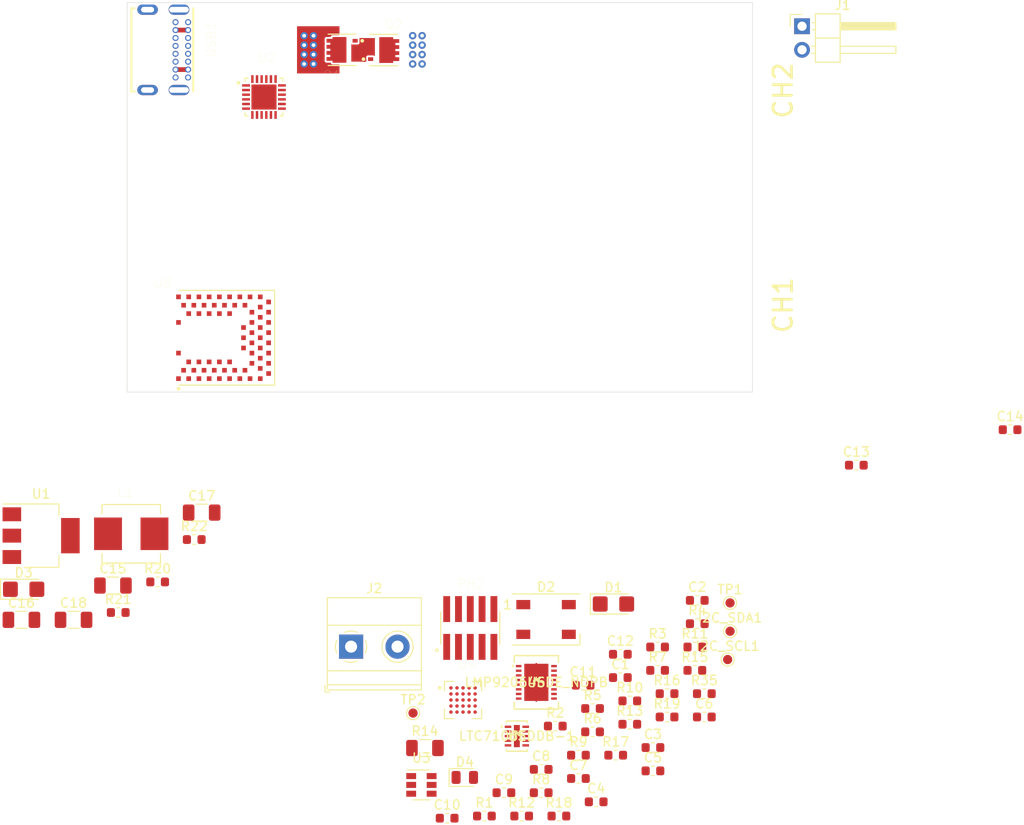
<source format=kicad_pcb>
(kicad_pcb (version 20171130) (host pcbnew "(5.1.5-0-10_14)")

  (general
    (thickness 1.6)
    (drawings 6)
    (tracks 32)
    (zones 0)
    (modules 63)
    (nets 64)
  )

  (page A4)
  (layers
    (0 F.Cu signal)
    (1 In1.Cu power)
    (2 In2.Cu power)
    (31 B.Cu signal)
    (32 B.Adhes user)
    (33 F.Adhes user)
    (34 B.Paste user)
    (35 F.Paste user)
    (36 B.SilkS user)
    (37 F.SilkS user hide)
    (38 B.Mask user)
    (39 F.Mask user)
    (40 Dwgs.User user hide)
    (41 Cmts.User user hide)
    (42 Eco1.User user)
    (43 Eco2.User user)
    (44 Edge.Cuts user)
    (45 Margin user)
    (46 B.CrtYd user)
    (47 F.CrtYd user)
    (48 B.Fab user hide)
    (49 F.Fab user hide)
  )

  (setup
    (last_trace_width 0.25)
    (user_trace_width 0.1524)
    (user_trace_width 0.254)
    (user_trace_width 0.508)
    (user_trace_width 0.762)
    (user_trace_width 1.016)
    (user_trace_width 1.524)
    (user_trace_width 2.54)
    (trace_clearance 0.2)
    (zone_clearance 0.0254)
    (zone_45_only no)
    (trace_min 0.1524)
    (via_size 0.8)
    (via_drill 0.4)
    (via_min_size 0.00254)
    (via_min_drill 0.00254)
    (user_via 0.508 0.254)
    (uvia_size 0.3)
    (uvia_drill 0.1)
    (uvias_allowed no)
    (uvia_min_size 0.2)
    (uvia_min_drill 0.1)
    (edge_width 0.05)
    (segment_width 0.2)
    (pcb_text_width 0.3)
    (pcb_text_size 1.5 1.5)
    (mod_edge_width 0.065)
    (mod_text_size 1 1)
    (mod_text_width 0.15)
    (pad_size 1.524 1.524)
    (pad_drill 0.762)
    (pad_to_mask_clearance 0.051)
    (solder_mask_min_width 0.25)
    (aux_axis_origin 0 0)
    (grid_origin 163.9 80.4)
    (visible_elements FFFFFF7F)
    (pcbplotparams
      (layerselection 0x010fc_ffffffff)
      (usegerberextensions false)
      (usegerberattributes false)
      (usegerberadvancedattributes false)
      (creategerberjobfile false)
      (excludeedgelayer true)
      (linewidth 0.100000)
      (plotframeref false)
      (viasonmask false)
      (mode 1)
      (useauxorigin false)
      (hpglpennumber 1)
      (hpglpenspeed 20)
      (hpglpendiameter 15.000000)
      (psnegative false)
      (psa4output false)
      (plotreference true)
      (plotvalue true)
      (plotinvisibletext false)
      (padsonsilk false)
      (subtractmaskfromsilk false)
      (outputformat 1)
      (mirror false)
      (drillshape 1)
      (scaleselection 1)
      (outputdirectory ""))
  )

  (net 0 "")
  (net 1 /I2C_SCL)
  (net 2 /I2C_SDA)
  (net 3 GND)
  (net 4 "Net-(Q1-Pad4)")
  (net 5 "Net-(R5-Pad1)")
  (net 6 /STUSB_RESET)
  (net 7 "Net-(C4-Pad1)")
  (net 8 /vSINK)
  (net 9 +3V3)
  (net 10 "Net-(C9-Pad2)")
  (net 11 "Net-(U4-PadC1)")
  (net 12 "Net-(U4-PadB1)")
  (net 13 "Net-(C7-Pad1)")
  (net 14 "Net-(USB1-PadB8)")
  (net 15 "Net-(USB1-PadA8)")
  (net 16 "Net-(C1-Pad1)")
  (net 17 "Net-(C8-Pad1)")
  (net 18 /VUSB_RAW)
  (net 19 "Net-(D2-Pad2)")
  (net 20 "Net-(R3-Pad2)")
  (net 21 "Net-(R8-Pad2)")
  (net 22 "Net-(R16-Pad1)")
  (net 23 "Net-(U2-Pad17)")
  (net 24 "Net-(U2-Pad15)")
  (net 25 "Net-(U2-Pad11)")
  (net 26 "Net-(PH2-Pad8)")
  (net 27 "Net-(PH2-Pad7)")
  (net 28 "Net-(D4-Pad2)")
  (net 29 "Net-(D4-Pad1)")
  (net 30 "Net-(D2-Pad4)")
  (net 31 "Net-(R1-Pad2)")
  (net 32 /STUSB_POK3)
  (net 33 /STUSB_POK2)
  (net 34 "Net-(U2-Pad4)")
  (net 35 "Net-(U2-Pad1)")
  (net 36 "Net-(U2-Pad19)")
  (net 37 "Net-(R12-Pad1)")
  (net 38 "Net-(R11-Pad1)")
  (net 39 "Net-(R10-Pad2)")
  (net 40 "Net-(C16-Pad1)")
  (net 41 +5V)
  (net 42 "Net-(J1-Pad1)")
  (net 43 "Net-(R17-Pad2)")
  (net 44 "Net-(U5-Pad11)")
  (net 45 "Net-(U6-Pad17)")
  (net 46 "Net-(U6-Pad15)")
  (net 47 "Net-(C13-Pad1)")
  (net 48 /VOUT)
  (net 49 "Net-(U8-Pad68)")
  (net 50 "Net-(U8-Pad67)")
  (net 51 "Net-(PH2-Pad10)")
  (net 52 "Net-(PH2-Pad6)")
  (net 53 "Net-(PH2-Pad4)")
  (net 54 "Net-(PH2-Pad2)")
  (net 55 /MISO)
  (net 56 /LTC7106_EN)
  (net 57 /LTC7106_CSB)
  (net 58 /SCLK)
  (net 59 /MOSI)
  (net 60 /LMP92064_CSB)
  (net 61 "Net-(C16-Pad2)")
  (net 62 "Net-(R20-Pad2)")
  (net 63 "Net-(R21-Pad2)")

  (net_class Default "This is the default net class."
    (clearance 0.2)
    (trace_width 0.25)
    (via_dia 0.8)
    (via_drill 0.4)
    (uvia_dia 0.3)
    (uvia_drill 0.1)
    (add_net +3V3)
    (add_net +5V)
    (add_net /I2C_SCL)
    (add_net /I2C_SDA)
    (add_net /LMP92064_CSB)
    (add_net /LTC7106_CSB)
    (add_net /LTC7106_EN)
    (add_net /MISO)
    (add_net /MOSI)
    (add_net /SCLK)
    (add_net /STUSB_POK2)
    (add_net /STUSB_POK3)
    (add_net /STUSB_RESET)
    (add_net /VOUT)
    (add_net /VUSB_RAW)
    (add_net /vSINK)
    (add_net GND)
    (add_net "Net-(C1-Pad1)")
    (add_net "Net-(C13-Pad1)")
    (add_net "Net-(C16-Pad1)")
    (add_net "Net-(C16-Pad2)")
    (add_net "Net-(C4-Pad1)")
    (add_net "Net-(C7-Pad1)")
    (add_net "Net-(C8-Pad1)")
    (add_net "Net-(C9-Pad2)")
    (add_net "Net-(D2-Pad2)")
    (add_net "Net-(D2-Pad4)")
    (add_net "Net-(D4-Pad1)")
    (add_net "Net-(D4-Pad2)")
    (add_net "Net-(J1-Pad1)")
    (add_net "Net-(PH2-Pad10)")
    (add_net "Net-(PH2-Pad2)")
    (add_net "Net-(PH2-Pad4)")
    (add_net "Net-(PH2-Pad6)")
    (add_net "Net-(PH2-Pad7)")
    (add_net "Net-(PH2-Pad8)")
    (add_net "Net-(Q1-Pad4)")
    (add_net "Net-(R1-Pad2)")
    (add_net "Net-(R10-Pad2)")
    (add_net "Net-(R11-Pad1)")
    (add_net "Net-(R12-Pad1)")
    (add_net "Net-(R16-Pad1)")
    (add_net "Net-(R17-Pad2)")
    (add_net "Net-(R20-Pad2)")
    (add_net "Net-(R21-Pad2)")
    (add_net "Net-(R3-Pad2)")
    (add_net "Net-(R5-Pad1)")
    (add_net "Net-(R8-Pad2)")
    (add_net "Net-(U2-Pad1)")
    (add_net "Net-(U2-Pad11)")
    (add_net "Net-(U2-Pad15)")
    (add_net "Net-(U2-Pad17)")
    (add_net "Net-(U2-Pad19)")
    (add_net "Net-(U2-Pad4)")
    (add_net "Net-(U4-PadB1)")
    (add_net "Net-(U4-PadC1)")
    (add_net "Net-(U5-Pad11)")
    (add_net "Net-(U6-Pad15)")
    (add_net "Net-(U6-Pad17)")
    (add_net "Net-(U8-Pad67)")
    (add_net "Net-(U8-Pad68)")
    (add_net "Net-(USB1-PadA8)")
    (add_net "Net-(USB1-PadB8)")
  )

  (module Package_TO_SOT_SMD:SOT-223-3_TabPin2 (layer F.Cu) (tedit 5A02FF57) (tstamp 5EB8EAA2)
    (at 103.846 131.418)
    (descr "module CMS SOT223 4 pins")
    (tags "CMS SOT")
    (path /5F2C35F7)
    (attr smd)
    (fp_text reference U1 (at 0 -4.5) (layer F.SilkS)
      (effects (font (size 1 1) (thickness 0.15)))
    )
    (fp_text value LM1117LD-3.3 (at 0 4.5) (layer F.Fab)
      (effects (font (size 1 1) (thickness 0.15)))
    )
    (fp_line (start 1.85 -3.35) (end 1.85 3.35) (layer F.Fab) (width 0.1))
    (fp_line (start -1.85 3.35) (end 1.85 3.35) (layer F.Fab) (width 0.1))
    (fp_line (start -4.1 -3.41) (end 1.91 -3.41) (layer F.SilkS) (width 0.12))
    (fp_line (start -0.85 -3.35) (end 1.85 -3.35) (layer F.Fab) (width 0.1))
    (fp_line (start -1.85 3.41) (end 1.91 3.41) (layer F.SilkS) (width 0.12))
    (fp_line (start -1.85 -2.35) (end -1.85 3.35) (layer F.Fab) (width 0.1))
    (fp_line (start -1.85 -2.35) (end -0.85 -3.35) (layer F.Fab) (width 0.1))
    (fp_line (start -4.4 -3.6) (end -4.4 3.6) (layer F.CrtYd) (width 0.05))
    (fp_line (start -4.4 3.6) (end 4.4 3.6) (layer F.CrtYd) (width 0.05))
    (fp_line (start 4.4 3.6) (end 4.4 -3.6) (layer F.CrtYd) (width 0.05))
    (fp_line (start 4.4 -3.6) (end -4.4 -3.6) (layer F.CrtYd) (width 0.05))
    (fp_line (start 1.91 -3.41) (end 1.91 -2.15) (layer F.SilkS) (width 0.12))
    (fp_line (start 1.91 3.41) (end 1.91 2.15) (layer F.SilkS) (width 0.12))
    (fp_text user %R (at 0 0 90) (layer F.Fab)
      (effects (font (size 0.8 0.8) (thickness 0.12)))
    )
    (pad 1 smd rect (at -3.15 -2.3) (size 2 1.5) (layers F.Cu F.Paste F.Mask)
      (net 3 GND))
    (pad 3 smd rect (at -3.15 2.3) (size 2 1.5) (layers F.Cu F.Paste F.Mask)
      (net 41 +5V))
    (pad 2 smd rect (at -3.15 0) (size 2 1.5) (layers F.Cu F.Paste F.Mask)
      (net 9 +3V3))
    (pad 2 smd rect (at 3.15 0) (size 2 3.8) (layers F.Cu F.Paste F.Mask)
      (net 9 +3V3))
    (model ${KISYS3DMOD}/Package_TO_SOT_SMD.3dshapes/SOT-223.wrl
      (at (xyz 0 0 0))
      (scale (xyz 1 1 1))
      (rotate (xyz 0 0 0))
    )
  )

  (module Resistor_SMD:R_0603_1608Metric (layer F.Cu) (tedit 5B301BBD) (tstamp 5EB8EA50)
    (at 120.326 131.838)
    (descr "Resistor SMD 0603 (1608 Metric), square (rectangular) end terminal, IPC_7351 nominal, (Body size source: http://www.tortai-tech.com/upload/download/2011102023233369053.pdf), generated with kicad-footprint-generator")
    (tags resistor)
    (path /5F46B0E3)
    (attr smd)
    (fp_text reference R22 (at 0 -1.43) (layer F.SilkS)
      (effects (font (size 1 1) (thickness 0.15)))
    )
    (fp_text value 10K (at 0 1.43) (layer F.Fab)
      (effects (font (size 1 1) (thickness 0.15)))
    )
    (fp_text user %R (at 0 0) (layer F.Fab)
      (effects (font (size 0.4 0.4) (thickness 0.06)))
    )
    (fp_line (start 1.48 0.73) (end -1.48 0.73) (layer F.CrtYd) (width 0.05))
    (fp_line (start 1.48 -0.73) (end 1.48 0.73) (layer F.CrtYd) (width 0.05))
    (fp_line (start -1.48 -0.73) (end 1.48 -0.73) (layer F.CrtYd) (width 0.05))
    (fp_line (start -1.48 0.73) (end -1.48 -0.73) (layer F.CrtYd) (width 0.05))
    (fp_line (start -0.162779 0.51) (end 0.162779 0.51) (layer F.SilkS) (width 0.12))
    (fp_line (start -0.162779 -0.51) (end 0.162779 -0.51) (layer F.SilkS) (width 0.12))
    (fp_line (start 0.8 0.4) (end -0.8 0.4) (layer F.Fab) (width 0.1))
    (fp_line (start 0.8 -0.4) (end 0.8 0.4) (layer F.Fab) (width 0.1))
    (fp_line (start -0.8 -0.4) (end 0.8 -0.4) (layer F.Fab) (width 0.1))
    (fp_line (start -0.8 0.4) (end -0.8 -0.4) (layer F.Fab) (width 0.1))
    (pad 2 smd roundrect (at 0.7875 0) (size 0.875 0.95) (layers F.Cu F.Paste F.Mask) (roundrect_rratio 0.25)
      (net 3 GND))
    (pad 1 smd roundrect (at -0.7875 0) (size 0.875 0.95) (layers F.Cu F.Paste F.Mask) (roundrect_rratio 0.25)
      (net 63 "Net-(R21-Pad2)"))
    (model ${KISYS3DMOD}/Resistor_SMD.3dshapes/R_0603_1608Metric.wrl
      (at (xyz 0 0 0))
      (scale (xyz 1 1 1))
      (rotate (xyz 0 0 0))
    )
  )

  (module Resistor_SMD:R_0603_1608Metric (layer F.Cu) (tedit 5B301BBD) (tstamp 5EB8EA3F)
    (at 112.146 139.688)
    (descr "Resistor SMD 0603 (1608 Metric), square (rectangular) end terminal, IPC_7351 nominal, (Body size source: http://www.tortai-tech.com/upload/download/2011102023233369053.pdf), generated with kicad-footprint-generator")
    (tags resistor)
    (path /5F469F42)
    (attr smd)
    (fp_text reference R21 (at 0 -1.43) (layer F.SilkS)
      (effects (font (size 1 1) (thickness 0.15)))
    )
    (fp_text value 54.9K (at 0 1.43) (layer F.Fab)
      (effects (font (size 1 1) (thickness 0.15)))
    )
    (fp_text user %R (at 0 0) (layer F.Fab)
      (effects (font (size 0.4 0.4) (thickness 0.06)))
    )
    (fp_line (start 1.48 0.73) (end -1.48 0.73) (layer F.CrtYd) (width 0.05))
    (fp_line (start 1.48 -0.73) (end 1.48 0.73) (layer F.CrtYd) (width 0.05))
    (fp_line (start -1.48 -0.73) (end 1.48 -0.73) (layer F.CrtYd) (width 0.05))
    (fp_line (start -1.48 0.73) (end -1.48 -0.73) (layer F.CrtYd) (width 0.05))
    (fp_line (start -0.162779 0.51) (end 0.162779 0.51) (layer F.SilkS) (width 0.12))
    (fp_line (start -0.162779 -0.51) (end 0.162779 -0.51) (layer F.SilkS) (width 0.12))
    (fp_line (start 0.8 0.4) (end -0.8 0.4) (layer F.Fab) (width 0.1))
    (fp_line (start 0.8 -0.4) (end 0.8 0.4) (layer F.Fab) (width 0.1))
    (fp_line (start -0.8 -0.4) (end 0.8 -0.4) (layer F.Fab) (width 0.1))
    (fp_line (start -0.8 0.4) (end -0.8 -0.4) (layer F.Fab) (width 0.1))
    (pad 2 smd roundrect (at 0.7875 0) (size 0.875 0.95) (layers F.Cu F.Paste F.Mask) (roundrect_rratio 0.25)
      (net 63 "Net-(R21-Pad2)"))
    (pad 1 smd roundrect (at -0.7875 0) (size 0.875 0.95) (layers F.Cu F.Paste F.Mask) (roundrect_rratio 0.25)
      (net 41 +5V))
    (model ${KISYS3DMOD}/Resistor_SMD.3dshapes/R_0603_1608Metric.wrl
      (at (xyz 0 0 0))
      (scale (xyz 1 1 1))
      (rotate (xyz 0 0 0))
    )
  )

  (module Resistor_SMD:R_0603_1608Metric (layer F.Cu) (tedit 5B301BBD) (tstamp 5EB8EA2E)
    (at 116.386 136.398)
    (descr "Resistor SMD 0603 (1608 Metric), square (rectangular) end terminal, IPC_7351 nominal, (Body size source: http://www.tortai-tech.com/upload/download/2011102023233369053.pdf), generated with kicad-footprint-generator")
    (tags resistor)
    (path /5F5EA7DA)
    (attr smd)
    (fp_text reference R20 (at 0 -1.43) (layer F.SilkS)
      (effects (font (size 1 1) (thickness 0.15)))
    )
    (fp_text value 100K (at 0 1.43) (layer F.Fab)
      (effects (font (size 1 1) (thickness 0.15)))
    )
    (fp_text user %R (at 0 0) (layer F.Fab)
      (effects (font (size 0.4 0.4) (thickness 0.06)))
    )
    (fp_line (start 1.48 0.73) (end -1.48 0.73) (layer F.CrtYd) (width 0.05))
    (fp_line (start 1.48 -0.73) (end 1.48 0.73) (layer F.CrtYd) (width 0.05))
    (fp_line (start -1.48 -0.73) (end 1.48 -0.73) (layer F.CrtYd) (width 0.05))
    (fp_line (start -1.48 0.73) (end -1.48 -0.73) (layer F.CrtYd) (width 0.05))
    (fp_line (start -0.162779 0.51) (end 0.162779 0.51) (layer F.SilkS) (width 0.12))
    (fp_line (start -0.162779 -0.51) (end 0.162779 -0.51) (layer F.SilkS) (width 0.12))
    (fp_line (start 0.8 0.4) (end -0.8 0.4) (layer F.Fab) (width 0.1))
    (fp_line (start 0.8 -0.4) (end 0.8 0.4) (layer F.Fab) (width 0.1))
    (fp_line (start -0.8 -0.4) (end 0.8 -0.4) (layer F.Fab) (width 0.1))
    (fp_line (start -0.8 0.4) (end -0.8 -0.4) (layer F.Fab) (width 0.1))
    (pad 2 smd roundrect (at 0.7875 0) (size 0.875 0.95) (layers F.Cu F.Paste F.Mask) (roundrect_rratio 0.25)
      (net 62 "Net-(R20-Pad2)"))
    (pad 1 smd roundrect (at -0.7875 0) (size 0.875 0.95) (layers F.Cu F.Paste F.Mask) (roundrect_rratio 0.25)
      (net 18 /VUSB_RAW))
    (model ${KISYS3DMOD}/Resistor_SMD.3dshapes/R_0603_1608Metric.wrl
      (at (xyz 0 0 0))
      (scale (xyz 1 1 1))
      (rotate (xyz 0 0 0))
    )
  )

  (module LQH66SN220M03L:IND_LQH66SN220M03L (layer F.Cu) (tedit 5EB84FF1) (tstamp 5EB8E70B)
    (at 113.546 131.218)
    (path /5F6D0B05)
    (fp_text reference L1 (at -0.635 -4.445) (layer F.SilkS)
      (effects (font (size 1 1) (thickness 0.015)))
    )
    (fp_text value LQH66SN220M03L (at 7.62 4.445) (layer F.Fab)
      (effects (font (size 1 1) (thickness 0.015)))
    )
    (fp_line (start -3.4 -2) (end -3.4 -3.4) (layer F.CrtYd) (width 0.05))
    (fp_line (start -4.25 -2) (end -3.4 -2) (layer F.CrtYd) (width 0.05))
    (fp_line (start -4.25 2) (end -4.25 -2) (layer F.CrtYd) (width 0.05))
    (fp_line (start -3.4 2) (end -4.25 2) (layer F.CrtYd) (width 0.05))
    (fp_line (start -3.4 3.4) (end -3.4 2) (layer F.CrtYd) (width 0.05))
    (fp_line (start 3.4 3.4) (end -3.4 3.4) (layer F.CrtYd) (width 0.05))
    (fp_line (start 3.4 2) (end 3.4 3.4) (layer F.CrtYd) (width 0.05))
    (fp_line (start 4.25 2) (end 3.4 2) (layer F.CrtYd) (width 0.05))
    (fp_line (start 4.25 -2) (end 4.25 2) (layer F.CrtYd) (width 0.05))
    (fp_line (start 3.4 -2) (end 4.25 -2) (layer F.CrtYd) (width 0.05))
    (fp_line (start 3.4 -3.4) (end 3.4 -2) (layer F.CrtYd) (width 0.05))
    (fp_line (start -3.4 -3.4) (end 3.4 -3.4) (layer F.CrtYd) (width 0.05))
    (fp_line (start 3.15 3.15) (end 3.15 2.15) (layer F.SilkS) (width 0.127))
    (fp_line (start -3.15 3.15) (end 3.15 3.15) (layer F.SilkS) (width 0.127))
    (fp_line (start -3.15 2.15) (end -3.15 3.15) (layer F.SilkS) (width 0.127))
    (fp_line (start 3.15 -3.15) (end 3.15 -2.15) (layer F.SilkS) (width 0.127))
    (fp_line (start -3.15 -3.15) (end 3.15 -3.15) (layer F.SilkS) (width 0.127))
    (fp_line (start -3.15 -2.15) (end -3.15 -3.15) (layer F.SilkS) (width 0.127))
    (fp_line (start 3.15 -3.15) (end -3.15 -3.15) (layer F.Fab) (width 0.127))
    (fp_line (start 3.15 3.15) (end 3.15 -3.15) (layer F.Fab) (width 0.127))
    (fp_line (start -3.15 3.15) (end 3.15 3.15) (layer F.Fab) (width 0.127))
    (fp_line (start -3.15 -3.15) (end -3.15 3.15) (layer F.Fab) (width 0.127))
    (pad 2 smd rect (at 2.5 0) (size 3 3.5) (layers F.Cu F.Paste F.Mask)
      (net 41 +5V))
    (pad 1 smd rect (at -2.5 0) (size 3 3.5) (layers F.Cu F.Paste F.Mask)
      (net 61 "Net-(C16-Pad2)"))
  )

  (module Diode_SMD:D_1206_3216Metric_Castellated (layer F.Cu) (tedit 5B301BBE) (tstamp 5EB8E5F5)
    (at 101.966 137.188)
    (descr "Diode SMD 1206 (3216 Metric), castellated end terminal, IPC_7351 nominal, (Body size source: http://www.tortai-tech.com/upload/download/2011102023233369053.pdf), generated with kicad-footprint-generator")
    (tags "diode castellated")
    (path /5F3A6ADF)
    (attr smd)
    (fp_text reference D3 (at 0 -1.78) (layer F.SilkS)
      (effects (font (size 1 1) (thickness 0.15)))
    )
    (fp_text value SD1206T040S2R0 (at 0 1.78) (layer F.Fab)
      (effects (font (size 1 1) (thickness 0.15)))
    )
    (fp_text user %R (at 0 0) (layer F.Fab)
      (effects (font (size 0.8 0.8) (thickness 0.12)))
    )
    (fp_line (start 2.48 1.08) (end -2.48 1.08) (layer F.CrtYd) (width 0.05))
    (fp_line (start 2.48 -1.08) (end 2.48 1.08) (layer F.CrtYd) (width 0.05))
    (fp_line (start -2.48 -1.08) (end 2.48 -1.08) (layer F.CrtYd) (width 0.05))
    (fp_line (start -2.48 1.08) (end -2.48 -1.08) (layer F.CrtYd) (width 0.05))
    (fp_line (start -2.485 1.085) (end 1.6 1.085) (layer F.SilkS) (width 0.12))
    (fp_line (start -2.485 -1.085) (end -2.485 1.085) (layer F.SilkS) (width 0.12))
    (fp_line (start 1.6 -1.085) (end -2.485 -1.085) (layer F.SilkS) (width 0.12))
    (fp_line (start 1.6 0.8) (end 1.6 -0.8) (layer F.Fab) (width 0.1))
    (fp_line (start -1.6 0.8) (end 1.6 0.8) (layer F.Fab) (width 0.1))
    (fp_line (start -1.6 -0.4) (end -1.6 0.8) (layer F.Fab) (width 0.1))
    (fp_line (start -1.2 -0.8) (end -1.6 -0.4) (layer F.Fab) (width 0.1))
    (fp_line (start 1.6 -0.8) (end -1.2 -0.8) (layer F.Fab) (width 0.1))
    (pad 2 smd roundrect (at 1.425 0) (size 1.6 1.65) (layers F.Cu F.Paste F.Mask) (roundrect_rratio 0.15625)
      (net 3 GND))
    (pad 1 smd roundrect (at -1.425 0) (size 1.6 1.65) (layers F.Cu F.Paste F.Mask) (roundrect_rratio 0.15625)
      (net 61 "Net-(C16-Pad2)"))
    (model ${KISYS3DMOD}/Diode_SMD.3dshapes/D_1206_3216Metric_Castellated.wrl
      (at (xyz 0 0 0))
      (scale (xyz 1 1 1))
      (rotate (xyz 0 0 0))
    )
  )

  (module Capacitor_SMD:C_1206_3216Metric (layer F.Cu) (tedit 5B301BBE) (tstamp 5EB8E592)
    (at 107.336 140.478)
    (descr "Capacitor SMD 1206 (3216 Metric), square (rectangular) end terminal, IPC_7351 nominal, (Body size source: http://www.tortai-tech.com/upload/download/2011102023233369053.pdf), generated with kicad-footprint-generator")
    (tags capacitor)
    (path /5F566574)
    (attr smd)
    (fp_text reference C18 (at 0 -1.82) (layer F.SilkS)
      (effects (font (size 1 1) (thickness 0.15)))
    )
    (fp_text value 10uF (at 0 1.82) (layer F.Fab)
      (effects (font (size 1 1) (thickness 0.15)))
    )
    (fp_text user %R (at 0 0) (layer F.Fab)
      (effects (font (size 0.8 0.8) (thickness 0.12)))
    )
    (fp_line (start 2.28 1.12) (end -2.28 1.12) (layer F.CrtYd) (width 0.05))
    (fp_line (start 2.28 -1.12) (end 2.28 1.12) (layer F.CrtYd) (width 0.05))
    (fp_line (start -2.28 -1.12) (end 2.28 -1.12) (layer F.CrtYd) (width 0.05))
    (fp_line (start -2.28 1.12) (end -2.28 -1.12) (layer F.CrtYd) (width 0.05))
    (fp_line (start -0.602064 0.91) (end 0.602064 0.91) (layer F.SilkS) (width 0.12))
    (fp_line (start -0.602064 -0.91) (end 0.602064 -0.91) (layer F.SilkS) (width 0.12))
    (fp_line (start 1.6 0.8) (end -1.6 0.8) (layer F.Fab) (width 0.1))
    (fp_line (start 1.6 -0.8) (end 1.6 0.8) (layer F.Fab) (width 0.1))
    (fp_line (start -1.6 -0.8) (end 1.6 -0.8) (layer F.Fab) (width 0.1))
    (fp_line (start -1.6 0.8) (end -1.6 -0.8) (layer F.Fab) (width 0.1))
    (pad 2 smd roundrect (at 1.4 0) (size 1.25 1.75) (layers F.Cu F.Paste F.Mask) (roundrect_rratio 0.2)
      (net 3 GND))
    (pad 1 smd roundrect (at -1.4 0) (size 1.25 1.75) (layers F.Cu F.Paste F.Mask) (roundrect_rratio 0.2)
      (net 9 +3V3))
    (model ${KISYS3DMOD}/Capacitor_SMD.3dshapes/C_1206_3216Metric.wrl
      (at (xyz 0 0 0))
      (scale (xyz 1 1 1))
      (rotate (xyz 0 0 0))
    )
  )

  (module Capacitor_SMD:C_1206_3216Metric (layer F.Cu) (tedit 5B301BBE) (tstamp 5EB8E581)
    (at 121.126 128.938)
    (descr "Capacitor SMD 1206 (3216 Metric), square (rectangular) end terminal, IPC_7351 nominal, (Body size source: http://www.tortai-tech.com/upload/download/2011102023233369053.pdf), generated with kicad-footprint-generator")
    (tags capacitor)
    (path /5F4EF22F)
    (attr smd)
    (fp_text reference C17 (at 0 -1.82) (layer F.SilkS)
      (effects (font (size 1 1) (thickness 0.15)))
    )
    (fp_text value 10uF (at 0 1.82) (layer F.Fab)
      (effects (font (size 1 1) (thickness 0.15)))
    )
    (fp_text user %R (at 0 0) (layer F.Fab)
      (effects (font (size 0.8 0.8) (thickness 0.12)))
    )
    (fp_line (start 2.28 1.12) (end -2.28 1.12) (layer F.CrtYd) (width 0.05))
    (fp_line (start 2.28 -1.12) (end 2.28 1.12) (layer F.CrtYd) (width 0.05))
    (fp_line (start -2.28 -1.12) (end 2.28 -1.12) (layer F.CrtYd) (width 0.05))
    (fp_line (start -2.28 1.12) (end -2.28 -1.12) (layer F.CrtYd) (width 0.05))
    (fp_line (start -0.602064 0.91) (end 0.602064 0.91) (layer F.SilkS) (width 0.12))
    (fp_line (start -0.602064 -0.91) (end 0.602064 -0.91) (layer F.SilkS) (width 0.12))
    (fp_line (start 1.6 0.8) (end -1.6 0.8) (layer F.Fab) (width 0.1))
    (fp_line (start 1.6 -0.8) (end 1.6 0.8) (layer F.Fab) (width 0.1))
    (fp_line (start -1.6 -0.8) (end 1.6 -0.8) (layer F.Fab) (width 0.1))
    (fp_line (start -1.6 0.8) (end -1.6 -0.8) (layer F.Fab) (width 0.1))
    (pad 2 smd roundrect (at 1.4 0) (size 1.25 1.75) (layers F.Cu F.Paste F.Mask) (roundrect_rratio 0.2)
      (net 3 GND))
    (pad 1 smd roundrect (at -1.4 0) (size 1.25 1.75) (layers F.Cu F.Paste F.Mask) (roundrect_rratio 0.2)
      (net 41 +5V))
    (model ${KISYS3DMOD}/Capacitor_SMD.3dshapes/C_1206_3216Metric.wrl
      (at (xyz 0 0 0))
      (scale (xyz 1 1 1))
      (rotate (xyz 0 0 0))
    )
  )

  (module Capacitor_SMD:C_1206_3216Metric (layer F.Cu) (tedit 5B301BBE) (tstamp 5EB8E570)
    (at 101.726 140.478)
    (descr "Capacitor SMD 1206 (3216 Metric), square (rectangular) end terminal, IPC_7351 nominal, (Body size source: http://www.tortai-tech.com/upload/download/2011102023233369053.pdf), generated with kicad-footprint-generator")
    (tags capacitor)
    (path /5F3651BD)
    (attr smd)
    (fp_text reference C16 (at 0 -1.82) (layer F.SilkS)
      (effects (font (size 1 1) (thickness 0.15)))
    )
    (fp_text value .1uF (at 0 1.82) (layer F.Fab)
      (effects (font (size 1 1) (thickness 0.15)))
    )
    (fp_text user %R (at 0 0) (layer F.Fab)
      (effects (font (size 0.8 0.8) (thickness 0.12)))
    )
    (fp_line (start 2.28 1.12) (end -2.28 1.12) (layer F.CrtYd) (width 0.05))
    (fp_line (start 2.28 -1.12) (end 2.28 1.12) (layer F.CrtYd) (width 0.05))
    (fp_line (start -2.28 -1.12) (end 2.28 -1.12) (layer F.CrtYd) (width 0.05))
    (fp_line (start -2.28 1.12) (end -2.28 -1.12) (layer F.CrtYd) (width 0.05))
    (fp_line (start -0.602064 0.91) (end 0.602064 0.91) (layer F.SilkS) (width 0.12))
    (fp_line (start -0.602064 -0.91) (end 0.602064 -0.91) (layer F.SilkS) (width 0.12))
    (fp_line (start 1.6 0.8) (end -1.6 0.8) (layer F.Fab) (width 0.1))
    (fp_line (start 1.6 -0.8) (end 1.6 0.8) (layer F.Fab) (width 0.1))
    (fp_line (start -1.6 -0.8) (end 1.6 -0.8) (layer F.Fab) (width 0.1))
    (fp_line (start -1.6 0.8) (end -1.6 -0.8) (layer F.Fab) (width 0.1))
    (pad 2 smd roundrect (at 1.4 0) (size 1.25 1.75) (layers F.Cu F.Paste F.Mask) (roundrect_rratio 0.2)
      (net 61 "Net-(C16-Pad2)"))
    (pad 1 smd roundrect (at -1.4 0) (size 1.25 1.75) (layers F.Cu F.Paste F.Mask) (roundrect_rratio 0.2)
      (net 40 "Net-(C16-Pad1)"))
    (model ${KISYS3DMOD}/Capacitor_SMD.3dshapes/C_1206_3216Metric.wrl
      (at (xyz 0 0 0))
      (scale (xyz 1 1 1))
      (rotate (xyz 0 0 0))
    )
  )

  (module Capacitor_SMD:C_1206_3216Metric (layer F.Cu) (tedit 5B301BBE) (tstamp 5EB8E55F)
    (at 111.576 136.788)
    (descr "Capacitor SMD 1206 (3216 Metric), square (rectangular) end terminal, IPC_7351 nominal, (Body size source: http://www.tortai-tech.com/upload/download/2011102023233369053.pdf), generated with kicad-footprint-generator")
    (tags capacitor)
    (path /5F5E8680)
    (attr smd)
    (fp_text reference C15 (at 0 -1.82) (layer F.SilkS)
      (effects (font (size 1 1) (thickness 0.15)))
    )
    (fp_text value 10uF (at 0 1.82) (layer F.Fab)
      (effects (font (size 1 1) (thickness 0.15)))
    )
    (fp_text user %R (at 0 0) (layer F.Fab)
      (effects (font (size 0.8 0.8) (thickness 0.12)))
    )
    (fp_line (start 2.28 1.12) (end -2.28 1.12) (layer F.CrtYd) (width 0.05))
    (fp_line (start 2.28 -1.12) (end 2.28 1.12) (layer F.CrtYd) (width 0.05))
    (fp_line (start -2.28 -1.12) (end 2.28 -1.12) (layer F.CrtYd) (width 0.05))
    (fp_line (start -2.28 1.12) (end -2.28 -1.12) (layer F.CrtYd) (width 0.05))
    (fp_line (start -0.602064 0.91) (end 0.602064 0.91) (layer F.SilkS) (width 0.12))
    (fp_line (start -0.602064 -0.91) (end 0.602064 -0.91) (layer F.SilkS) (width 0.12))
    (fp_line (start 1.6 0.8) (end -1.6 0.8) (layer F.Fab) (width 0.1))
    (fp_line (start 1.6 -0.8) (end 1.6 0.8) (layer F.Fab) (width 0.1))
    (fp_line (start -1.6 -0.8) (end 1.6 -0.8) (layer F.Fab) (width 0.1))
    (fp_line (start -1.6 0.8) (end -1.6 -0.8) (layer F.Fab) (width 0.1))
    (pad 2 smd roundrect (at 1.4 0) (size 1.25 1.75) (layers F.Cu F.Paste F.Mask) (roundrect_rratio 0.2)
      (net 18 /VUSB_RAW))
    (pad 1 smd roundrect (at -1.4 0) (size 1.25 1.75) (layers F.Cu F.Paste F.Mask) (roundrect_rratio 0.2)
      (net 3 GND))
    (model ${KISYS3DMOD}/Capacitor_SMD.3dshapes/C_1206_3216Metric.wrl
      (at (xyz 0 0 0))
      (scale (xyz 1 1 1))
      (rotate (xyz 0 0 0))
    )
  )

  (module BMD-340-A-R:RIGADO_BMD-340-A-R (layer F.Cu) (tedit 5EB83658) (tstamp 5EB8515C)
    (at 121.482 110.118)
    (path /5ECBE438)
    (fp_text reference U8 (at -4.594315 -5.909865) (layer F.SilkS)
      (effects (font (size 1.004228 1.004228) (thickness 0.015)))
    )
    (fp_text value BMD-340-A-R (at 3.69608 6.39289) (layer F.Fab)
      (effects (font (size 1.004378 1.004378) (thickness 0.015)))
    )
    (fp_poly (pts (xy -7.51165 -5.1) (xy -3.1 -5.1) (xy -3.1 5.10792) (xy -7.51165 5.10792)) (layer Dwgs.User) (width 0.01))
    (fp_poly (pts (xy -7.51948 -5.1) (xy -3.1 -5.1) (xy -3.1 5.11325) (xy -7.51948 5.11325)) (layer Dwgs.User) (width 0.01))
    (fp_circle (center -2.85 4.4) (end -2.75 4.4) (layer F.Fab) (width 0.2))
    (fp_circle (center -2.85 5.5) (end -2.75 5.5) (layer F.SilkS) (width 0.2))
    (fp_line (start -7.75 -5.35) (end -7.75 5.35) (layer F.CrtYd) (width 0.05))
    (fp_line (start 7.75 -5.35) (end -7.75 -5.35) (layer F.CrtYd) (width 0.05))
    (fp_line (start 7.75 5.35) (end 7.75 -5.35) (layer F.CrtYd) (width 0.05))
    (fp_line (start -7.75 5.35) (end 7.75 5.35) (layer F.CrtYd) (width 0.05))
    (fp_line (start -2.8 5.1) (end 7.5 5.1) (layer F.SilkS) (width 0.127))
    (fp_line (start 7.5 -5.1) (end -2.8 -5.1) (layer F.SilkS) (width 0.127))
    (fp_line (start -7.5 5.1) (end -7.5 -5.1) (layer F.Fab) (width 0.127))
    (fp_line (start 7.5 5.1) (end -7.5 5.1) (layer F.Fab) (width 0.127))
    (fp_line (start 7.5 -5.1) (end 7.5 5.1) (layer F.Fab) (width 0.127))
    (fp_line (start -7.5 -5.1) (end 7.5 -5.1) (layer F.Fab) (width 0.127))
    (fp_line (start 7.5 -5.1) (end 7.5 5.1) (layer F.SilkS) (width 0.127))
    (pad 68 smd rect (at 6.85 -3.85) (size 0.5 0.5) (layers F.Cu F.Paste F.Mask)
      (net 49 "Net-(U8-Pad68)"))
    (pad 67 smd rect (at 6.85 -2.75) (size 0.5 0.5) (layers F.Cu F.Paste F.Mask)
      (net 50 "Net-(U8-Pad67)"))
    (pad 66 smd rect (at 6.85 -1.65) (size 0.5 0.5) (layers F.Cu F.Paste F.Mask)
      (net 41 +5V))
    (pad 65 smd rect (at 6.85 -0.55) (size 0.5 0.5) (layers F.Cu F.Paste F.Mask)
      (net 9 +3V3))
    (pad 64 smd rect (at 6.85 0.55) (size 0.5 0.5) (layers F.Cu F.Paste F.Mask))
    (pad 63 smd rect (at 6.85 1.65) (size 0.5 0.5) (layers F.Cu F.Paste F.Mask))
    (pad 62 smd rect (at 6.85 2.75) (size 0.5 0.5) (layers F.Cu F.Paste F.Mask))
    (pad 61 smd rect (at 6.85 3.85) (size 0.5 0.5) (layers F.Cu F.Paste F.Mask))
    (pad 60 smd rect (at -1.75 -2.6) (size 0.5 0.5) (layers F.Cu F.Paste F.Mask))
    (pad 59 smd rect (at -0.65 -2.6) (size 0.5 0.5) (layers F.Cu F.Paste F.Mask))
    (pad 58 smd rect (at 0.45 -2.6) (size 0.5 0.5) (layers F.Cu F.Paste F.Mask))
    (pad 57 smd rect (at 1.55 -2.6) (size 0.5 0.5) (layers F.Cu F.Paste F.Mask))
    (pad 56 smd rect (at 2.65 -2.6) (size 0.5 0.5) (layers F.Cu F.Paste F.Mask)
      (net 52 "Net-(PH2-Pad6)"))
    (pad 55 smd rect (at 4.15 -1.1) (size 0.5 0.5) (layers F.Cu F.Paste F.Mask)
      (net 3 GND))
    (pad 54 smd rect (at 4.15 0) (size 0.5 0.5) (layers F.Cu F.Paste F.Mask))
    (pad 53 smd rect (at 4.15 1.1) (size 0.5 0.5) (layers F.Cu F.Paste F.Mask))
    (pad 52 smd rect (at 2.65 2.6) (size 0.5 0.5) (layers F.Cu F.Paste F.Mask))
    (pad 51 smd rect (at 1.55 2.6) (size 0.5 0.5) (layers F.Cu F.Paste F.Mask))
    (pad 50 smd rect (at 0.45 2.6) (size 0.5 0.5) (layers F.Cu F.Paste F.Mask))
    (pad 49 smd rect (at -0.65 2.6) (size 0.5 0.5) (layers F.Cu F.Paste F.Mask))
    (pad 48 smd rect (at -1.75 2.6) (size 0.5 0.5) (layers F.Cu F.Paste F.Mask))
    (pad 47 smd rect (at -2.85 1.65) (size 0.5 0.5) (layers F.Cu F.Paste F.Mask)
      (net 3 GND))
    (pad 46 smd rect (at -2.85 -1.65) (size 0.5 0.5) (layers F.Cu F.Paste F.Mask)
      (net 3 GND))
    (pad 45 smd rect (at -2.85 -4.4) (size 0.5 0.5) (layers F.Cu F.Paste F.Mask)
      (net 3 GND))
    (pad 44 smd rect (at -2.3 -3.5) (size 0.5 0.5) (layers F.Cu F.Paste F.Mask)
      (net 54 "Net-(PH2-Pad2)"))
    (pad 43 smd rect (at -1.75 -4.4) (size 0.5 0.5) (layers F.Cu F.Paste F.Mask)
      (net 53 "Net-(PH2-Pad4)"))
    (pad 42 smd rect (at -1.2 -3.5) (size 0.5 0.5) (layers F.Cu F.Paste F.Mask))
    (pad 41 smd rect (at -0.65 -4.4) (size 0.5 0.5) (layers F.Cu F.Paste F.Mask))
    (pad 40 smd rect (at -0.1 -3.5) (size 0.5 0.5) (layers F.Cu F.Paste F.Mask))
    (pad 39 smd rect (at 0.45 -4.4) (size 0.5 0.5) (layers F.Cu F.Paste F.Mask)
      (net 51 "Net-(PH2-Pad10)"))
    (pad 38 smd rect (at 1 -3.5) (size 0.5 0.5) (layers F.Cu F.Paste F.Mask))
    (pad 37 smd rect (at 1.55 -4.4) (size 0.5 0.5) (layers F.Cu F.Paste F.Mask))
    (pad 36 smd rect (at 2.1 -3.5) (size 0.5 0.5) (layers F.Cu F.Paste F.Mask)
      (net 31 "Net-(R1-Pad2)"))
    (pad 35 smd rect (at 2.65 -4.4) (size 0.5 0.5) (layers F.Cu F.Paste F.Mask))
    (pad 34 smd rect (at 3.2 -3.5) (size 0.5 0.5) (layers F.Cu F.Paste F.Mask))
    (pad 33 smd rect (at 3.75 -4.4) (size 0.5 0.5) (layers F.Cu F.Paste F.Mask))
    (pad 32 smd rect (at 4.3 -3.5) (size 0.5 0.5) (layers F.Cu F.Paste F.Mask))
    (pad 31 smd rect (at 4.85 -4.4) (size 0.5 0.5) (layers F.Cu F.Paste F.Mask)
      (net 32 /STUSB_POK3))
    (pad 30 smd rect (at 5.95 -4.4) (size 0.5 0.5) (layers F.Cu F.Paste F.Mask)
      (net 3 GND))
    (pad 29 smd rect (at 5.95 -3.3) (size 0.5 0.5) (layers F.Cu F.Paste F.Mask)
      (net 3 GND))
    (pad 28 smd rect (at 5.05 -2.75) (size 0.5 0.5) (layers F.Cu F.Paste F.Mask)
      (net 33 /STUSB_POK2))
    (pad 27 smd rect (at 5.95 -2.2) (size 0.5 0.5) (layers F.Cu F.Paste F.Mask)
      (net 6 /STUSB_RESET))
    (pad 26 smd rect (at 5.05 -1.65) (size 0.5 0.5) (layers F.Cu F.Paste F.Mask)
      (net 2 /I2C_SDA))
    (pad 25 smd rect (at 5.95 -1.1) (size 0.5 0.5) (layers F.Cu F.Paste F.Mask)
      (net 1 /I2C_SCL))
    (pad 24 smd rect (at 5.05 -0.55) (size 0.5 0.5) (layers F.Cu F.Paste F.Mask)
      (net 28 "Net-(D4-Pad2)"))
    (pad 23 smd rect (at 5.95 0) (size 0.5 0.5) (layers F.Cu F.Paste F.Mask)
      (net 60 /LMP92064_CSB))
    (pad 22 smd rect (at 5.05 0.55) (size 0.5 0.5) (layers F.Cu F.Paste F.Mask)
      (net 59 /MOSI))
    (pad 21 smd rect (at 5.95 1.1) (size 0.5 0.5) (layers F.Cu F.Paste F.Mask)
      (net 58 /SCLK))
    (pad 20 smd rect (at 5.05 1.65) (size 0.5 0.5) (layers F.Cu F.Paste F.Mask)
      (net 55 /MISO))
    (pad 19 smd rect (at 5.95 2.2) (size 0.5 0.5) (layers F.Cu F.Paste F.Mask)
      (net 57 /LTC7106_CSB))
    (pad 18 smd rect (at 5.05 2.75) (size 0.5 0.5) (layers F.Cu F.Paste F.Mask)
      (net 3 GND))
    (pad 17 smd rect (at 5.95 3.3) (size 0.5 0.5) (layers F.Cu F.Paste F.Mask)
      (net 9 +3V3))
    (pad 16 smd rect (at 5.95 4.4) (size 0.5 0.5) (layers F.Cu F.Paste F.Mask)
      (net 3 GND))
    (pad 15 smd rect (at 4.85 4.4) (size 0.5 0.5) (layers F.Cu F.Paste F.Mask)
      (net 56 /LTC7106_EN))
    (pad 14 smd rect (at 4.3 3.5) (size 0.5 0.5) (layers F.Cu F.Paste F.Mask))
    (pad 13 smd rect (at 3.75 4.4) (size 0.5 0.5) (layers F.Cu F.Paste F.Mask))
    (pad 12 smd rect (at 3.2 3.5) (size 0.5 0.5) (layers F.Cu F.Paste F.Mask))
    (pad 11 smd rect (at 2.65 4.4) (size 0.5 0.5) (layers F.Cu F.Paste F.Mask))
    (pad 10 smd rect (at 2.1 3.5) (size 0.5 0.5) (layers F.Cu F.Paste F.Mask))
    (pad 9 smd rect (at 1.55 4.4) (size 0.5 0.5) (layers F.Cu F.Paste F.Mask))
    (pad 8 smd rect (at 1 3.5) (size 0.5 0.5) (layers F.Cu F.Paste F.Mask))
    (pad 7 smd rect (at 0.45 4.4) (size 0.5 0.5) (layers F.Cu F.Paste F.Mask))
    (pad 6 smd rect (at -0.1 3.5) (size 0.5 0.5) (layers F.Cu F.Paste F.Mask))
    (pad 5 smd rect (at -0.65 4.4) (size 0.5 0.5) (layers F.Cu F.Paste F.Mask)
      (net 3 GND))
    (pad 4 smd rect (at -1.2 3.5) (size 0.5 0.5) (layers F.Cu F.Paste F.Mask)
      (net 3 GND))
    (pad 3 smd rect (at -1.75 4.4) (size 0.5 0.5) (layers F.Cu F.Paste F.Mask)
      (net 3 GND))
    (pad 2 smd rect (at -2.3 3.5) (size 0.5 0.5) (layers F.Cu F.Paste F.Mask)
      (net 3 GND))
    (pad 1 smd rect (at -2.85 4.4) (size 0.5 0.5) (layers F.Cu F.Paste F.Mask)
      (net 3 GND))
    (model ${KIPRJMOD}/Components/BMD-340-A-R/BMD-340-A-R--3DModel-STEP-56544.STEP
      (at (xyz 0 0 0))
      (scale (xyz 1 1 1))
      (rotate (xyz -90 0 -90))
    )
  )

  (module Capacitor_SMD:C_0603_1608Metric (layer F.Cu) (tedit 5B301BBE) (tstamp 5EB84781)
    (at 208.136 120.014)
    (descr "Capacitor SMD 0603 (1608 Metric), square (rectangular) end terminal, IPC_7351 nominal, (Body size source: http://www.tortai-tech.com/upload/download/2011102023233369053.pdf), generated with kicad-footprint-generator")
    (tags capacitor)
    (path /5EEFFC11)
    (attr smd)
    (fp_text reference C14 (at 0 -1.43) (layer F.SilkS)
      (effects (font (size 1 1) (thickness 0.15)))
    )
    (fp_text value .1uF (at 0 1.43) (layer F.Fab)
      (effects (font (size 1 1) (thickness 0.15)))
    )
    (fp_text user %R (at 0 0) (layer F.Fab)
      (effects (font (size 0.4 0.4) (thickness 0.06)))
    )
    (fp_line (start 1.48 0.73) (end -1.48 0.73) (layer F.CrtYd) (width 0.05))
    (fp_line (start 1.48 -0.73) (end 1.48 0.73) (layer F.CrtYd) (width 0.05))
    (fp_line (start -1.48 -0.73) (end 1.48 -0.73) (layer F.CrtYd) (width 0.05))
    (fp_line (start -1.48 0.73) (end -1.48 -0.73) (layer F.CrtYd) (width 0.05))
    (fp_line (start -0.162779 0.51) (end 0.162779 0.51) (layer F.SilkS) (width 0.12))
    (fp_line (start -0.162779 -0.51) (end 0.162779 -0.51) (layer F.SilkS) (width 0.12))
    (fp_line (start 0.8 0.4) (end -0.8 0.4) (layer F.Fab) (width 0.1))
    (fp_line (start 0.8 -0.4) (end 0.8 0.4) (layer F.Fab) (width 0.1))
    (fp_line (start -0.8 -0.4) (end 0.8 -0.4) (layer F.Fab) (width 0.1))
    (fp_line (start -0.8 0.4) (end -0.8 -0.4) (layer F.Fab) (width 0.1))
    (pad 2 smd roundrect (at 0.7875 0) (size 0.875 0.95) (layers F.Cu F.Paste F.Mask) (roundrect_rratio 0.25)
      (net 3 GND))
    (pad 1 smd roundrect (at -0.7875 0) (size 0.875 0.95) (layers F.Cu F.Paste F.Mask) (roundrect_rratio 0.25)
      (net 9 +3V3))
    (model ${KISYS3DMOD}/Capacitor_SMD.3dshapes/C_0603_1608Metric.wrl
      (at (xyz 0 0 0))
      (scale (xyz 1 1 1))
      (rotate (xyz 0 0 0))
    )
  )

  (module Capacitor_SMD:C_0603_1608Metric (layer F.Cu) (tedit 5B301BBE) (tstamp 5EB84770)
    (at 191.586 123.834)
    (descr "Capacitor SMD 0603 (1608 Metric), square (rectangular) end terminal, IPC_7351 nominal, (Body size source: http://www.tortai-tech.com/upload/download/2011102023233369053.pdf), generated with kicad-footprint-generator")
    (tags capacitor)
    (path /5EC6EE96)
    (attr smd)
    (fp_text reference C13 (at 0 -1.43) (layer F.SilkS)
      (effects (font (size 1 1) (thickness 0.15)))
    )
    (fp_text value 1uF (at 0 1.43) (layer F.Fab)
      (effects (font (size 1 1) (thickness 0.15)))
    )
    (fp_text user %R (at 0 0) (layer F.Fab)
      (effects (font (size 0.4 0.4) (thickness 0.06)))
    )
    (fp_line (start 1.48 0.73) (end -1.48 0.73) (layer F.CrtYd) (width 0.05))
    (fp_line (start 1.48 -0.73) (end 1.48 0.73) (layer F.CrtYd) (width 0.05))
    (fp_line (start -1.48 -0.73) (end 1.48 -0.73) (layer F.CrtYd) (width 0.05))
    (fp_line (start -1.48 0.73) (end -1.48 -0.73) (layer F.CrtYd) (width 0.05))
    (fp_line (start -0.162779 0.51) (end 0.162779 0.51) (layer F.SilkS) (width 0.12))
    (fp_line (start -0.162779 -0.51) (end 0.162779 -0.51) (layer F.SilkS) (width 0.12))
    (fp_line (start 0.8 0.4) (end -0.8 0.4) (layer F.Fab) (width 0.1))
    (fp_line (start 0.8 -0.4) (end 0.8 0.4) (layer F.Fab) (width 0.1))
    (fp_line (start -0.8 -0.4) (end 0.8 -0.4) (layer F.Fab) (width 0.1))
    (fp_line (start -0.8 0.4) (end -0.8 -0.4) (layer F.Fab) (width 0.1))
    (pad 2 smd roundrect (at 0.7875 0) (size 0.875 0.95) (layers F.Cu F.Paste F.Mask) (roundrect_rratio 0.25)
      (net 3 GND))
    (pad 1 smd roundrect (at -0.7875 0) (size 0.875 0.95) (layers F.Cu F.Paste F.Mask) (roundrect_rratio 0.25)
      (net 47 "Net-(C13-Pad1)"))
    (model ${KISYS3DMOD}/Capacitor_SMD.3dshapes/C_0603_1608Metric.wrl
      (at (xyz 0 0 0))
      (scale (xyz 1 1 1))
      (rotate (xyz 0 0 0))
    )
  )

  (module footprints:LMP92064SDE&slash_NOPB (layer F.Cu) (tedit 0) (tstamp 5EB7E40D)
    (at 157.145349 147.2062)
    (path /5EB752DE)
    (fp_text reference U6 (at 0 0) (layer F.SilkS)
      (effects (font (size 1 1) (thickness 0.15)))
    )
    (fp_text value LMP92064SDE_NOPB (at 0 0) (layer F.SilkS)
      (effects (font (size 1 1) (thickness 0.15)))
    )
    (fp_circle (center -1.6 -1.75) (end -1.5238 -1.75) (layer F.Fab) (width 0.1524))
    (fp_arc (start 0 -2.5) (end 0.3048 -2.5) (angle 180) (layer F.Fab) (width 0.1524))
    (fp_arc (start -2.5516 -1.75) (end -2.5516 -1.8262) (angle 208.662003) (layer F.SilkS) (width 0.1524))
    (fp_line (start -2.254 2.0508) (end -2.453999 2.0508) (layer F.CrtYd) (width 0.1524))
    (fp_line (start -2.254 2.754) (end -2.254 2.0508) (layer F.CrtYd) (width 0.1524))
    (fp_line (start 2.254 2.754) (end -2.254 2.754) (layer F.CrtYd) (width 0.1524))
    (fp_line (start 2.254 2.0508) (end 2.254 2.754) (layer F.CrtYd) (width 0.1524))
    (fp_line (start 2.453999 2.0508) (end 2.254 2.0508) (layer F.CrtYd) (width 0.1524))
    (fp_line (start 2.453999 -2.0508) (end 2.453999 2.0508) (layer F.CrtYd) (width 0.1524))
    (fp_line (start 2.254 -2.0508) (end 2.453999 -2.0508) (layer F.CrtYd) (width 0.1524))
    (fp_line (start 2.254 -2.754) (end 2.254 -2.0508) (layer F.CrtYd) (width 0.1524))
    (fp_line (start -2.254 -2.754) (end 2.254 -2.754) (layer F.CrtYd) (width 0.1524))
    (fp_line (start -2.254 -2.0508) (end -2.254 -2.754) (layer F.CrtYd) (width 0.1524))
    (fp_line (start -2.453999 -2.0508) (end -2.254 -2.0508) (layer F.CrtYd) (width 0.1524))
    (fp_line (start -2.453999 2.0508) (end -2.453999 -2.0508) (layer F.CrtYd) (width 0.1524))
    (fp_line (start 0 2) (end 0 2) (layer F.Mask) (width 0.1524))
    (fp_line (start 0 2) (end 0 2) (layer F.Mask) (width 0.1524))
    (fp_line (start 0 2) (end 0 2) (layer F.Mask) (width 0.1524))
    (fp_line (start 0 2) (end 0 2) (layer F.Mask) (width 0.1524))
    (fp_line (start 0 2) (end 0 2) (layer F.Mask) (width 0.1524))
    (fp_line (start 0 2) (end 0 2) (layer F.Mask) (width 0.1524))
    (fp_line (start 0 2) (end 0 2) (layer F.Mask) (width 0.1524))
    (fp_line (start 0 2) (end 0 2) (layer F.Mask) (width 0.1524))
    (fp_line (start 0 -2) (end 0 -2) (layer F.Mask) (width 0.1524))
    (fp_line (start 0 -2) (end 0 -2) (layer F.Mask) (width 0.1524))
    (fp_line (start 0 -2) (end 0 -2) (layer F.Mask) (width 0.1524))
    (fp_line (start 0 -2) (end 0 -2) (layer F.Mask) (width 0.1524))
    (fp_line (start 0 -2) (end 0 -2) (layer F.Mask) (width 0.1524))
    (fp_line (start 0 -2) (end 0 -2) (layer F.Mask) (width 0.1524))
    (fp_line (start 0 -2) (end 0 -2) (layer F.Mask) (width 0.1524))
    (fp_line (start 0 -2) (end 0 -2) (layer F.Mask) (width 0.1524))
    (fp_line (start 0 2) (end 0 2) (layer F.Cu) (width 0.1524))
    (fp_line (start 0 2) (end 0 2) (layer F.Cu) (width 0.1524))
    (fp_line (start 0 2) (end 0 2) (layer F.Cu) (width 0.1524))
    (fp_line (start 0 2) (end 0 2) (layer F.Cu) (width 0.1524))
    (fp_line (start 0 2) (end 0 2) (layer F.Cu) (width 0.1524))
    (fp_line (start 0 2) (end 0 2) (layer F.Cu) (width 0.1524))
    (fp_line (start 0 2) (end 0 2) (layer F.Cu) (width 0.1524))
    (fp_line (start 0 2) (end 0 2) (layer F.Cu) (width 0.1524))
    (fp_line (start 0 -2) (end 0 -2) (layer F.Cu) (width 0.1524))
    (fp_line (start 0 -2) (end 0 -2) (layer F.Cu) (width 0.1524))
    (fp_line (start 0 -2) (end 0 -2) (layer F.Cu) (width 0.1524))
    (fp_line (start 0 -2) (end 0 -2) (layer F.Cu) (width 0.1524))
    (fp_line (start 0 -2) (end 0 -2) (layer F.Cu) (width 0.1524))
    (fp_line (start 0 -2) (end 0 -2) (layer F.Cu) (width 0.1524))
    (fp_line (start 0 -2) (end 0 -2) (layer F.Cu) (width 0.1524))
    (fp_line (start 0 -2) (end 0 -2) (layer F.Cu) (width 0.1524))
    (fp_line (start 1.2 0.766666) (end 0.1 0.766666) (layer F.Paste) (width 0.1524))
    (fp_line (start 1.2 1.9) (end 1.2 0.766666) (layer F.Paste) (width 0.1524))
    (fp_line (start 0.1 1.9) (end 1.2 1.9) (layer F.Paste) (width 0.1524))
    (fp_line (start 0.1 0.766666) (end 0.1 1.9) (layer F.Paste) (width 0.1524))
    (fp_line (start 1.2 -0.566667) (end 0.1 -0.566667) (layer F.Paste) (width 0.1524))
    (fp_line (start 1.2 0.566667) (end 1.2 -0.566667) (layer F.Paste) (width 0.1524))
    (fp_line (start 0.1 0.566667) (end 1.2 0.566667) (layer F.Paste) (width 0.1524))
    (fp_line (start 0.1 -0.566667) (end 0.1 0.566667) (layer F.Paste) (width 0.1524))
    (fp_line (start 1.2 -1.9) (end 0.1 -1.9) (layer F.Paste) (width 0.1524))
    (fp_line (start 1.2 -0.766666) (end 1.2 -1.9) (layer F.Paste) (width 0.1524))
    (fp_line (start 0.1 -0.766666) (end 1.2 -0.766666) (layer F.Paste) (width 0.1524))
    (fp_line (start 0.1 -1.9) (end 0.1 -0.766666) (layer F.Paste) (width 0.1524))
    (fp_line (start -0.1 0.766666) (end -1.2 0.766666) (layer F.Paste) (width 0.1524))
    (fp_line (start -0.1 1.9) (end -0.1 0.766666) (layer F.Paste) (width 0.1524))
    (fp_line (start -1.2 1.9) (end -0.1 1.9) (layer F.Paste) (width 0.1524))
    (fp_line (start -1.2 0.766666) (end -1.2 1.9) (layer F.Paste) (width 0.1524))
    (fp_line (start -0.1 -0.566667) (end -1.2 -0.566667) (layer F.Paste) (width 0.1524))
    (fp_line (start -0.1 0.566667) (end -0.1 -0.566667) (layer F.Paste) (width 0.1524))
    (fp_line (start -1.2 0.566667) (end -0.1 0.566667) (layer F.Paste) (width 0.1524))
    (fp_line (start -1.2 -0.566667) (end -1.2 0.566667) (layer F.Paste) (width 0.1524))
    (fp_line (start -0.1 -1.9) (end -1.2 -1.9) (layer F.Paste) (width 0.1524))
    (fp_line (start -0.1 -0.766666) (end -0.1 -1.9) (layer F.Paste) (width 0.1524))
    (fp_line (start -1.2 -0.766666) (end -0.1 -0.766666) (layer F.Paste) (width 0.1524))
    (fp_line (start -1.2 -1.9) (end -1.2 -0.766666) (layer F.Paste) (width 0.1524))
    (fp_line (start 2.200001 -1.875) (end 1.599999 -1.875) (layer F.Mask) (width 0.1524))
    (fp_line (start 2.200001 -1.625001) (end 2.200001 -1.875) (layer F.Mask) (width 0.1524))
    (fp_line (start 1.599999 -1.625001) (end 2.200001 -1.625001) (layer F.Mask) (width 0.1524))
    (fp_line (start 1.599999 -1.875) (end 1.599999 -1.625001) (layer F.Mask) (width 0.1524))
    (fp_line (start 2.200001 -1.374999) (end 1.599999 -1.374999) (layer F.Mask) (width 0.1524))
    (fp_line (start 2.200001 -1.124999) (end 2.200001 -1.374999) (layer F.Mask) (width 0.1524))
    (fp_line (start 1.599999 -1.124999) (end 2.200001 -1.124999) (layer F.Mask) (width 0.1524))
    (fp_line (start 1.599999 -1.374999) (end 1.599999 -1.124999) (layer F.Mask) (width 0.1524))
    (fp_line (start 2.200001 -0.875) (end 1.599999 -0.875) (layer F.Mask) (width 0.1524))
    (fp_line (start 2.200001 -0.625) (end 2.200001 -0.875) (layer F.Mask) (width 0.1524))
    (fp_line (start 1.599999 -0.625) (end 2.200001 -0.625) (layer F.Mask) (width 0.1524))
    (fp_line (start 1.599999 -0.875) (end 1.599999 -0.625) (layer F.Mask) (width 0.1524))
    (fp_line (start 2.200001 -0.375001) (end 1.599999 -0.375001) (layer F.Mask) (width 0.1524))
    (fp_line (start 2.200001 -0.124998) (end 2.200001 -0.375001) (layer F.Mask) (width 0.1524))
    (fp_line (start 1.599999 -0.124998) (end 2.200001 -0.124998) (layer F.Mask) (width 0.1524))
    (fp_line (start 1.599999 -0.375001) (end 1.599999 -0.124998) (layer F.Mask) (width 0.1524))
    (fp_line (start 2.200001 0.125001) (end 1.599999 0.125001) (layer F.Mask) (width 0.1524))
    (fp_line (start 2.200001 0.375001) (end 2.200001 0.125001) (layer F.Mask) (width 0.1524))
    (fp_line (start 1.599999 0.375001) (end 2.200001 0.375001) (layer F.Mask) (width 0.1524))
    (fp_line (start 1.599999 0.125001) (end 1.599999 0.375001) (layer F.Mask) (width 0.1524))
    (fp_line (start 2.200001 0.625) (end 1.599999 0.625) (layer F.Mask) (width 0.1524))
    (fp_line (start 2.200001 0.875) (end 2.200001 0.625) (layer F.Mask) (width 0.1524))
    (fp_line (start 1.599999 0.875) (end 2.200001 0.875) (layer F.Mask) (width 0.1524))
    (fp_line (start 1.599999 0.625) (end 1.599999 0.875) (layer F.Mask) (width 0.1524))
    (fp_line (start 2.200001 1.125002) (end 1.599999 1.125002) (layer F.Mask) (width 0.1524))
    (fp_line (start 2.200001 1.375001) (end 2.200001 1.125002) (layer F.Mask) (width 0.1524))
    (fp_line (start 1.599999 1.375001) (end 2.200001 1.375001) (layer F.Mask) (width 0.1524))
    (fp_line (start 1.599999 1.125002) (end 1.599999 1.375001) (layer F.Mask) (width 0.1524))
    (fp_line (start 2.200001 1.625001) (end 1.599999 1.625001) (layer F.Mask) (width 0.1524))
    (fp_line (start 2.200001 1.875) (end 2.200001 1.625001) (layer F.Mask) (width 0.1524))
    (fp_line (start 1.599999 1.875) (end 2.200001 1.875) (layer F.Mask) (width 0.1524))
    (fp_line (start 1.599999 1.625001) (end 1.599999 1.875) (layer F.Mask) (width 0.1524))
    (fp_line (start -1.599999 1.625001) (end -2.200001 1.625001) (layer F.Mask) (width 0.1524))
    (fp_line (start -1.599999 1.875) (end -1.599999 1.625001) (layer F.Mask) (width 0.1524))
    (fp_line (start -2.200001 1.875) (end -1.599999 1.875) (layer F.Mask) (width 0.1524))
    (fp_line (start -2.200001 1.625001) (end -2.200001 1.875) (layer F.Mask) (width 0.1524))
    (fp_line (start -1.599999 1.124999) (end -2.200001 1.124999) (layer F.Mask) (width 0.1524))
    (fp_line (start -1.599999 1.374999) (end -1.599999 1.124999) (layer F.Mask) (width 0.1524))
    (fp_line (start -2.200001 1.374999) (end -1.599999 1.374999) (layer F.Mask) (width 0.1524))
    (fp_line (start -2.200001 1.124999) (end -2.200001 1.374999) (layer F.Mask) (width 0.1524))
    (fp_line (start -1.599999 0.625) (end -2.200001 0.625) (layer F.Mask) (width 0.1524))
    (fp_line (start -1.599999 0.875) (end -1.599999 0.625) (layer F.Mask) (width 0.1524))
    (fp_line (start -2.200001 0.875) (end -1.599999 0.875) (layer F.Mask) (width 0.1524))
    (fp_line (start -2.200001 0.625) (end -2.200001 0.875) (layer F.Mask) (width 0.1524))
    (fp_line (start -1.599999 0.124998) (end -2.200001 0.124998) (layer F.Mask) (width 0.1524))
    (fp_line (start -1.599999 0.375001) (end -1.599999 0.124998) (layer F.Mask) (width 0.1524))
    (fp_line (start -2.200001 0.375001) (end -1.599999 0.375001) (layer F.Mask) (width 0.1524))
    (fp_line (start -2.200001 0.124998) (end -2.200001 0.375001) (layer F.Mask) (width 0.1524))
    (fp_line (start -1.599999 -0.375001) (end -2.200001 -0.375001) (layer F.Mask) (width 0.1524))
    (fp_line (start -1.599999 -0.125001) (end -1.599999 -0.375001) (layer F.Mask) (width 0.1524))
    (fp_line (start -2.200001 -0.125001) (end -1.599999 -0.125001) (layer F.Mask) (width 0.1524))
    (fp_line (start -2.200001 -0.375001) (end -2.200001 -0.125001) (layer F.Mask) (width 0.1524))
    (fp_line (start -1.599999 -0.875) (end -2.200001 -0.875) (layer F.Mask) (width 0.1524))
    (fp_line (start -1.599999 -0.625) (end -1.599999 -0.875) (layer F.Mask) (width 0.1524))
    (fp_line (start -2.200001 -0.625) (end -1.599999 -0.625) (layer F.Mask) (width 0.1524))
    (fp_line (start -2.200001 -0.875) (end -2.200001 -0.625) (layer F.Mask) (width 0.1524))
    (fp_line (start -1.599999 -1.375001) (end -2.200001 -1.375001) (layer F.Mask) (width 0.1524))
    (fp_line (start -1.599999 -1.125002) (end -1.599999 -1.375001) (layer F.Mask) (width 0.1524))
    (fp_line (start -2.200001 -1.125002) (end -1.599999 -1.125002) (layer F.Mask) (width 0.1524))
    (fp_line (start -2.200001 -1.375001) (end -2.200001 -1.125002) (layer F.Mask) (width 0.1524))
    (fp_line (start -1.599999 -1.875) (end -2.200001 -1.875) (layer F.Mask) (width 0.1524))
    (fp_line (start -1.599999 -1.625001) (end -1.599999 -1.875) (layer F.Mask) (width 0.1524))
    (fp_line (start -2.200001 -1.625001) (end -1.599999 -1.625001) (layer F.Mask) (width 0.1524))
    (fp_line (start -2.200001 -1.875) (end -2.200001 -1.625001) (layer F.Mask) (width 0.1524))
    (fp_line (start 2.200001 -1.875) (end 1.599999 -1.875) (layer F.Paste) (width 0.1524))
    (fp_line (start 2.200001 -1.625001) (end 2.200001 -1.875) (layer F.Paste) (width 0.1524))
    (fp_line (start 1.599999 -1.625001) (end 2.200001 -1.625001) (layer F.Paste) (width 0.1524))
    (fp_line (start 1.599999 -1.875) (end 1.599999 -1.625001) (layer F.Paste) (width 0.1524))
    (fp_line (start 2.200001 -1.374999) (end 1.599999 -1.374999) (layer F.Paste) (width 0.1524))
    (fp_line (start 2.200001 -1.124999) (end 2.200001 -1.374999) (layer F.Paste) (width 0.1524))
    (fp_line (start 1.599999 -1.124999) (end 2.200001 -1.124999) (layer F.Paste) (width 0.1524))
    (fp_line (start 1.599999 -1.374999) (end 1.599999 -1.124999) (layer F.Paste) (width 0.1524))
    (fp_line (start 2.200001 -0.875) (end 1.599999 -0.875) (layer F.Paste) (width 0.1524))
    (fp_line (start 2.200001 -0.625) (end 2.200001 -0.875) (layer F.Paste) (width 0.1524))
    (fp_line (start 1.599999 -0.625) (end 2.200001 -0.625) (layer F.Paste) (width 0.1524))
    (fp_line (start 1.599999 -0.875) (end 1.599999 -0.625) (layer F.Paste) (width 0.1524))
    (fp_line (start 2.200001 -0.375001) (end 1.599999 -0.375001) (layer F.Paste) (width 0.1524))
    (fp_line (start 2.200001 -0.124998) (end 2.200001 -0.375001) (layer F.Paste) (width 0.1524))
    (fp_line (start 1.599999 -0.124998) (end 2.200001 -0.124998) (layer F.Paste) (width 0.1524))
    (fp_line (start 1.599999 -0.375001) (end 1.599999 -0.124998) (layer F.Paste) (width 0.1524))
    (fp_line (start 2.200001 0.125001) (end 1.599999 0.125001) (layer F.Paste) (width 0.1524))
    (fp_line (start 2.200001 0.375001) (end 2.200001 0.125001) (layer F.Paste) (width 0.1524))
    (fp_line (start 1.599999 0.375001) (end 2.200001 0.375001) (layer F.Paste) (width 0.1524))
    (fp_line (start 1.599999 0.125001) (end 1.599999 0.375001) (layer F.Paste) (width 0.1524))
    (fp_line (start 2.200001 0.625) (end 1.599999 0.625) (layer F.Paste) (width 0.1524))
    (fp_line (start 2.200001 0.875) (end 2.200001 0.625) (layer F.Paste) (width 0.1524))
    (fp_line (start 1.599999 0.875) (end 2.200001 0.875) (layer F.Paste) (width 0.1524))
    (fp_line (start 1.599999 0.625) (end 1.599999 0.875) (layer F.Paste) (width 0.1524))
    (fp_line (start 2.200001 1.125002) (end 1.599999 1.125002) (layer F.Paste) (width 0.1524))
    (fp_line (start 2.200001 1.375001) (end 2.200001 1.125002) (layer F.Paste) (width 0.1524))
    (fp_line (start 1.599999 1.375001) (end 2.200001 1.375001) (layer F.Paste) (width 0.1524))
    (fp_line (start 1.599999 1.125002) (end 1.599999 1.375001) (layer F.Paste) (width 0.1524))
    (fp_line (start 2.200001 1.625001) (end 1.599999 1.625001) (layer F.Paste) (width 0.1524))
    (fp_line (start 2.200001 1.875) (end 2.200001 1.625001) (layer F.Paste) (width 0.1524))
    (fp_line (start 1.599999 1.875) (end 2.200001 1.875) (layer F.Paste) (width 0.1524))
    (fp_line (start 1.599999 1.625001) (end 1.599999 1.875) (layer F.Paste) (width 0.1524))
    (fp_line (start -1.599999 1.625001) (end -2.200001 1.625001) (layer F.Paste) (width 0.1524))
    (fp_line (start -1.599999 1.875) (end -1.599999 1.625001) (layer F.Paste) (width 0.1524))
    (fp_line (start -2.200001 1.875) (end -1.599999 1.875) (layer F.Paste) (width 0.1524))
    (fp_line (start -2.200001 1.625001) (end -2.200001 1.875) (layer F.Paste) (width 0.1524))
    (fp_line (start -1.599999 1.124999) (end -2.200001 1.124999) (layer F.Paste) (width 0.1524))
    (fp_line (start -1.599999 1.374999) (end -1.599999 1.124999) (layer F.Paste) (width 0.1524))
    (fp_line (start -2.200001 1.374999) (end -1.599999 1.374999) (layer F.Paste) (width 0.1524))
    (fp_line (start -2.200001 1.124999) (end -2.200001 1.374999) (layer F.Paste) (width 0.1524))
    (fp_line (start -1.599999 0.625) (end -2.200001 0.625) (layer F.Paste) (width 0.1524))
    (fp_line (start -1.599999 0.875) (end -1.599999 0.625) (layer F.Paste) (width 0.1524))
    (fp_line (start -2.200001 0.875) (end -1.599999 0.875) (layer F.Paste) (width 0.1524))
    (fp_line (start -2.200001 0.625) (end -2.200001 0.875) (layer F.Paste) (width 0.1524))
    (fp_line (start -1.599999 0.125001) (end -2.200001 0.125001) (layer F.Paste) (width 0.1524))
    (fp_line (start -1.599999 0.375001) (end -1.599999 0.125001) (layer F.Paste) (width 0.1524))
    (fp_line (start -2.200001 0.375001) (end -1.599999 0.375001) (layer F.Paste) (width 0.1524))
    (fp_line (start -2.200001 0.125001) (end -2.200001 0.375001) (layer F.Paste) (width 0.1524))
    (fp_line (start -1.599999 -0.375001) (end -2.200001 -0.375001) (layer F.Paste) (width 0.1524))
    (fp_line (start -1.599999 -0.125001) (end -1.599999 -0.375001) (layer F.Paste) (width 0.1524))
    (fp_line (start -2.200001 -0.125001) (end -1.599999 -0.125001) (layer F.Paste) (width 0.1524))
    (fp_line (start -2.200001 -0.375001) (end -2.200001 -0.125001) (layer F.Paste) (width 0.1524))
    (fp_line (start -1.599999 -0.875) (end -2.200001 -0.875) (layer F.Paste) (width 0.1524))
    (fp_line (start -1.599999 -0.625) (end -1.599999 -0.875) (layer F.Paste) (width 0.1524))
    (fp_line (start -2.200001 -0.625) (end -1.599999 -0.625) (layer F.Paste) (width 0.1524))
    (fp_line (start -2.200001 -0.875) (end -2.200001 -0.625) (layer F.Paste) (width 0.1524))
    (fp_line (start -1.599999 -1.375001) (end -2.200001 -1.375001) (layer F.Paste) (width 0.1524))
    (fp_line (start -1.599999 -1.124999) (end -1.599999 -1.375001) (layer F.Paste) (width 0.1524))
    (fp_line (start -2.200001 -1.124999) (end -1.599999 -1.124999) (layer F.Paste) (width 0.1524))
    (fp_line (start -2.200001 -1.375001) (end -2.200001 -1.124999) (layer F.Paste) (width 0.1524))
    (fp_line (start -1.599999 -1.875) (end -2.200001 -1.875) (layer F.Paste) (width 0.1524))
    (fp_line (start -1.599999 -1.625001) (end -1.599999 -1.875) (layer F.Paste) (width 0.1524))
    (fp_line (start -2.200001 -1.625001) (end -1.599999 -1.625001) (layer F.Paste) (width 0.1524))
    (fp_line (start -2.200001 -1.875) (end -2.200001 -1.625001) (layer F.Paste) (width 0.1524))
    (fp_line (start 2.381 -2.154202) (end 2.381 -2.881) (layer F.SilkS) (width 0.1524))
    (fp_line (start -2.381 2.154202) (end -2.381 2.881) (layer F.SilkS) (width 0.1524))
    (fp_line (start -2 -2.5) (end -2 2.5) (layer F.Fab) (width 0.1524))
    (fp_line (start 2 -2.5) (end -2 -2.5) (layer F.Fab) (width 0.1524))
    (fp_line (start 2 2.5) (end 2 -2.5) (layer F.Fab) (width 0.1524))
    (fp_line (start -2 2.5) (end 2 2.5) (layer F.Fab) (width 0.1524))
    (fp_line (start -2.381 -2.881) (end -2.381 -2.154205) (layer F.SilkS) (width 0.1524))
    (fp_line (start 2.381 -2.881) (end -2.381 -2.881) (layer F.SilkS) (width 0.1524))
    (fp_line (start 2.381 2.881) (end 2.381 2.154205) (layer F.SilkS) (width 0.1524))
    (fp_line (start -2.381 2.881) (end 2.381 2.881) (layer F.SilkS) (width 0.1524))
    (fp_text user * (at 0 0) (layer F.Fab)
      (effects (font (size 1 1) (thickness 0.15)))
    )
    (fp_text user * (at 0 0) (layer F.SilkS)
      (effects (font (size 1 1) (thickness 0.15)))
    )
    (fp_text user "Copyright 2016 Accelerated Designs. All rights reserved." (at 0 0) (layer Cmts.User)
      (effects (font (size 0.127 0.127) (thickness 0.002)))
    )
    (pad 17 smd rect (at 0 0) (size 2.6 4) (layers F.Cu F.Paste F.Mask)
      (net 45 "Net-(U6-Pad17)"))
    (pad 16 smd rect (at 1.899999 -1.749999) (size 0.6 0.25) (layers F.Cu F.Paste F.Mask)
      (net 3 GND))
    (pad 15 smd rect (at 1.899999 -1.25) (size 0.6 0.25) (layers F.Cu F.Paste F.Mask)
      (net 46 "Net-(U6-Pad15)"))
    (pad 14 smd rect (at 1.899999 -0.749998) (size 0.6 0.25) (layers F.Cu F.Paste F.Mask)
      (net 60 /LMP92064_CSB))
    (pad 13 smd rect (at 1.899999 -0.25) (size 0.6 0.25) (layers F.Cu F.Paste F.Mask)
      (net 58 /SCLK))
    (pad 12 smd rect (at 1.899999 0.25) (size 0.6 0.25) (layers F.Cu F.Paste F.Mask)
      (net 59 /MOSI))
    (pad 11 smd rect (at 1.899999 0.750001) (size 0.6 0.25) (layers F.Cu F.Paste F.Mask)
      (net 55 /MISO))
    (pad 10 smd rect (at 1.899999 1.25) (size 0.6 0.25) (layers F.Cu F.Paste F.Mask)
      (net 3 GND))
    (pad 9 smd rect (at 1.899999 1.750002) (size 0.6 0.25) (layers F.Cu F.Paste F.Mask)
      (net 9 +3V3))
    (pad 8 smd rect (at -1.899999 1.749999) (size 0.6 0.25) (layers F.Cu F.Paste F.Mask)
      (net 9 +3V3))
    (pad 7 smd rect (at -1.899999 1.25) (size 0.6 0.25) (layers F.Cu F.Paste F.Mask)
      (net 3 GND))
    (pad 6 smd rect (at -1.899999 0.749998) (size 0.6 0.25) (layers F.Cu F.Paste F.Mask)
      (net 3 GND))
    (pad 5 smd rect (at -1.899999 0.25) (size 0.6 0.25) (layers F.Cu F.Paste F.Mask)
      (net 43 "Net-(R17-Pad2)"))
    (pad 4 smd rect (at -1.899999 -0.25) (size 0.6 0.25) (layers F.Cu F.Paste F.Mask)
      (net 3 GND))
    (pad 3 smd rect (at -1.899999 -0.750001) (size 0.6 0.25) (layers F.Cu F.Paste F.Mask)
      (net 42 "Net-(J1-Pad1)"))
    (pad 2 smd rect (at -1.899999 -1.25) (size 0.6 0.25) (layers F.Cu F.Paste F.Mask)
      (net 3 GND))
    (pad 1 smd rect (at -1.899999 -1.750002) (size 0.6 0.25) (layers F.Cu F.Paste F.Mask)
      (net 47 "Net-(C13-Pad1)"))
  )

  (module ul_LTC7106EDDB:LTC7106EDDB (layer F.Cu) (tedit 0) (tstamp 5EB7E324)
    (at 155.050145 152.9892)
    (path /5EAB6377)
    (fp_text reference U5 (at 0 0) (layer F.SilkS)
      (effects (font (size 1 1) (thickness 0.15)))
    )
    (fp_text value LTC7106EDDB-1 (at 0 0) (layer F.SilkS)
      (effects (font (size 1 1) (thickness 0.15)))
    )
    (fp_circle (center -0.6 -1) (end -0.5238 -1) (layer F.Fab) (width 0.1524))
    (fp_arc (start 0 -1.5) (end 0.3048 -1.5) (angle 180) (layer F.Fab) (width 0.1524))
    (fp_arc (start -1.6564 -1) (end -1.6564 -1.0762) (angle 208.658707) (layer F.SilkS) (width 0.1524))
    (fp_line (start -1.254 1.379) (end -1.5588 1.379) (layer F.CrtYd) (width 0.1524))
    (fp_line (start -1.254 1.754) (end -1.254 1.379) (layer F.CrtYd) (width 0.1524))
    (fp_line (start 1.254 1.754) (end -1.254 1.754) (layer F.CrtYd) (width 0.1524))
    (fp_line (start 1.254 1.379) (end 1.254 1.754) (layer F.CrtYd) (width 0.1524))
    (fp_line (start 1.5588 1.379) (end 1.254 1.379) (layer F.CrtYd) (width 0.1524))
    (fp_line (start 1.5588 -1.379) (end 1.5588 1.379) (layer F.CrtYd) (width 0.1524))
    (fp_line (start 1.254 -1.379) (end 1.5588 -1.379) (layer F.CrtYd) (width 0.1524))
    (fp_line (start 1.254 -1.754) (end 1.254 -1.379) (layer F.CrtYd) (width 0.1524))
    (fp_line (start -1.254 -1.754) (end 1.254 -1.754) (layer F.CrtYd) (width 0.1524))
    (fp_line (start -1.254 -1.379) (end -1.254 -1.754) (layer F.CrtYd) (width 0.1524))
    (fp_line (start -1.5588 -1.379) (end -1.254 -1.379) (layer F.CrtYd) (width 0.1524))
    (fp_line (start -1.5588 1.379) (end -1.5588 -1.379) (layer F.CrtYd) (width 0.1524))
    (fp_line (start 0.32 -1.195) (end -0.32 -1.195) (layer F.Paste) (width 0.1524))
    (fp_line (start 0.32 1.195) (end 0.32 -1.195) (layer F.Paste) (width 0.1524))
    (fp_line (start -0.32 1.195) (end 0.32 1.195) (layer F.Paste) (width 0.1524))
    (fp_line (start -0.32 -1.195) (end -0.32 1.195) (layer F.Paste) (width 0.1524))
    (fp_line (start 1.127 -1.457741) (end 1.127 -1.627) (layer F.SilkS) (width 0.1524))
    (fp_line (start -1.127 1.457741) (end -1.127 1.627) (layer F.SilkS) (width 0.1524))
    (fp_line (start -1 -1.5) (end -1 1.5) (layer F.Fab) (width 0.1524))
    (fp_line (start 1 -1.5) (end -1 -1.5) (layer F.Fab) (width 0.1524))
    (fp_line (start 1 1.5) (end 1 -1.5) (layer F.Fab) (width 0.1524))
    (fp_line (start -1 1.5) (end 1 1.5) (layer F.Fab) (width 0.1524))
    (fp_line (start -1.127 -1.627) (end -1.127 -1.457741) (layer F.SilkS) (width 0.1524))
    (fp_line (start 1.127 -1.627) (end -1.127 -1.627) (layer F.SilkS) (width 0.1524))
    (fp_line (start 1.127 1.627) (end 1.127 1.457741) (layer F.SilkS) (width 0.1524))
    (fp_line (start -1.127 1.627) (end 1.127 1.627) (layer F.SilkS) (width 0.1524))
    (fp_text user 0.025in/0.64mm (at 0 4.548) (layer Dwgs.User)
      (effects (font (size 1 1) (thickness 0.15)))
    )
    (fp_text user 0.094in/2.39mm (at 3.413 0) (layer Dwgs.User)
      (effects (font (size 1 1) (thickness 0.15)))
    )
    (fp_text user 0.028in/0.705mm (at -0.9524 3.278) (layer Dwgs.User)
      (effects (font (size 1 1) (thickness 0.15)))
    )
    (fp_text user 0.075in/1.905mm (at 0 -3.913) (layer Dwgs.User)
      (effects (font (size 1 1) (thickness 0.15)))
    )
    (fp_text user 0.01in/0.25mm (at 4.0004 -1) (layer Dwgs.User)
      (effects (font (size 1 1) (thickness 0.15)))
    )
    (fp_text user 0.02in/0.5mm (at -4.0004 -0.75) (layer Dwgs.User)
      (effects (font (size 1 1) (thickness 0.15)))
    )
    (fp_text user * (at 0 0) (layer F.Fab)
      (effects (font (size 1 1) (thickness 0.15)))
    )
    (fp_text user * (at 0 0) (layer F.SilkS)
      (effects (font (size 1 1) (thickness 0.15)))
    )
    (fp_text user "Copyright 2016 Accelerated Designs. All rights reserved." (at 0 0) (layer Cmts.User)
      (effects (font (size 0.127 0.127) (thickness 0.002)))
    )
    (pad 11 smd rect (at 0 0) (size 0.64 2.39) (layers F.Cu F.Paste F.Mask)
      (net 44 "Net-(U5-Pad11)"))
    (pad 10 smd rect (at 0.952401 -1.000001) (size 0.7048 0.25) (layers F.Cu F.Paste F.Mask)
      (net 57 /LTC7106_CSB))
    (pad 9 smd rect (at 0.952401 -0.499999) (size 0.7048 0.25) (layers F.Cu F.Paste F.Mask)
      (net 55 /MISO))
    (pad 8 smd rect (at 0.952401 0) (size 0.7048 0.25) (layers F.Cu F.Paste F.Mask)
      (net 39 "Net-(R10-Pad2)"))
    (pad 7 smd rect (at 0.952401 0.499999) (size 0.7048 0.25) (layers F.Cu F.Paste F.Mask)
      (net 56 /LTC7106_EN))
    (pad 6 smd rect (at 0.952401 1.000001) (size 0.7048 0.25) (layers F.Cu F.Paste F.Mask)
      (net 37 "Net-(R12-Pad1)"))
    (pad 5 smd rect (at -0.952401 1.000001) (size 0.7048 0.25) (layers F.Cu F.Paste F.Mask)
      (net 3 GND))
    (pad 4 smd rect (at -0.952401 0.499999) (size 0.7048 0.25) (layers F.Cu F.Paste F.Mask)
      (net 3 GND))
    (pad 3 smd rect (at -0.952401 0) (size 0.7048 0.25) (layers F.Cu F.Paste F.Mask)
      (net 9 +3V3))
    (pad 2 smd rect (at -0.952401 -0.499999) (size 0.7048 0.25) (layers F.Cu F.Paste F.Mask)
      (net 58 /SCLK))
    (pad 1 smd rect (at -0.952401 -1.000001) (size 0.7048 0.25) (layers F.Cu F.Paste F.Mask)
      (net 59 /MOSI))
  )

  (module LTM8074IY_PBF:BGA25C65P5X5_400X400X198N (layer F.Cu) (tedit 5E7A78D9) (tstamp 5EB7E2EF)
    (at 149.256 149.104)
    (path /5EACBB02)
    (fp_text reference U4 (at 0.425 -3.885) (layer F.SilkS)
      (effects (font (size 1 1) (thickness 0.015)))
    )
    (fp_text value LTM8074IY#PBF (at 13.125 3.885) (layer F.Fab)
      (effects (font (size 1 1) (thickness 0.015)))
    )
    (fp_line (start 3 3) (end 3 -3) (layer F.CrtYd) (width 0.05))
    (fp_line (start -3 3) (end -3 -3) (layer F.CrtYd) (width 0.05))
    (fp_line (start -3 -3) (end 3 -3) (layer F.CrtYd) (width 0.05))
    (fp_line (start -3 3) (end 3 3) (layer F.CrtYd) (width 0.05))
    (fp_line (start 2 -2) (end 2 -1) (layer F.SilkS) (width 0.127))
    (fp_line (start 2 -2) (end 1 -2) (layer F.SilkS) (width 0.127))
    (fp_line (start -2 -2) (end -2 -1) (layer F.SilkS) (width 0.127))
    (fp_line (start -2 -2) (end -1 -2) (layer F.SilkS) (width 0.127))
    (fp_line (start -2 2) (end -2 1) (layer F.SilkS) (width 0.127))
    (fp_line (start -2 2) (end -1 2) (layer F.SilkS) (width 0.127))
    (fp_line (start 2 2) (end 2 1) (layer F.SilkS) (width 0.127))
    (fp_line (start 2 2) (end 1 2) (layer F.SilkS) (width 0.127))
    (fp_line (start -2 2) (end -2 -2) (layer F.Fab) (width 0.127))
    (fp_line (start 2 2) (end 2 -2) (layer F.Fab) (width 0.127))
    (fp_line (start 2 -2) (end -2 -2) (layer F.Fab) (width 0.127))
    (fp_line (start 2 2) (end -2 2) (layer F.Fab) (width 0.127))
    (fp_circle (center -2.5 -1.3) (end -2.4 -1.3) (layer F.Fab) (width 0.2))
    (fp_circle (center -2.5 -1.3) (end -2.4 -1.3) (layer F.SilkS) (width 0.2))
    (pad E5 smd circle (at 1.3 1.3) (size 0.37 0.37) (layers F.Cu F.Paste F.Mask)
      (net 3 GND))
    (pad E4 smd circle (at 0.65 1.3) (size 0.37 0.37) (layers F.Cu F.Paste F.Mask)
      (net 3 GND))
    (pad E3 smd circle (at 0 1.3) (size 0.37 0.37) (layers F.Cu F.Paste F.Mask)
      (net 3 GND))
    (pad E2 smd circle (at -0.65 1.3) (size 0.37 0.37) (layers F.Cu F.Paste F.Mask)
      (net 48 /VOUT))
    (pad E1 smd circle (at -1.3 1.3) (size 0.37 0.37) (layers F.Cu F.Paste F.Mask)
      (net 48 /VOUT))
    (pad D5 smd circle (at 1.3 0.65) (size 0.37 0.37) (layers F.Cu F.Paste F.Mask)
      (net 3 GND))
    (pad D4 smd circle (at 0.65 0.65) (size 0.37 0.37) (layers F.Cu F.Paste F.Mask)
      (net 3 GND))
    (pad D3 smd circle (at 0 0.65) (size 0.37 0.37) (layers F.Cu F.Paste F.Mask)
      (net 3 GND))
    (pad D2 smd circle (at -0.65 0.65) (size 0.37 0.37) (layers F.Cu F.Paste F.Mask)
      (net 3 GND))
    (pad D1 smd circle (at -1.3 0.65) (size 0.37 0.37) (layers F.Cu F.Paste F.Mask)
      (net 37 "Net-(R12-Pad1)"))
    (pad C5 smd circle (at 1.3 0) (size 0.37 0.37) (layers F.Cu F.Paste F.Mask)
      (net 3 GND))
    (pad C4 smd circle (at 0.65 0) (size 0.37 0.37) (layers F.Cu F.Paste F.Mask)
      (net 3 GND))
    (pad C3 smd circle (at 0 0) (size 0.37 0.37) (layers F.Cu F.Paste F.Mask)
      (net 3 GND))
    (pad C2 smd circle (at -0.65 0) (size 0.37 0.37) (layers F.Cu F.Paste F.Mask)
      (net 3 GND))
    (pad C1 smd circle (at -1.3 0) (size 0.37 0.37) (layers F.Cu F.Paste F.Mask)
      (net 11 "Net-(U4-PadC1)"))
    (pad B5 smd circle (at 1.3 -0.65) (size 0.37 0.37) (layers F.Cu F.Paste F.Mask)
      (net 38 "Net-(R11-Pad1)"))
    (pad B4 smd circle (at 0.65 -0.65) (size 0.37 0.37) (layers F.Cu F.Paste F.Mask)
      (net 3 GND))
    (pad B3 smd circle (at 0 -0.65) (size 0.37 0.37) (layers F.Cu F.Paste F.Mask)
      (net 3 GND))
    (pad B2 smd circle (at -0.65 -0.65) (size 0.37 0.37) (layers F.Cu F.Paste F.Mask)
      (net 3 GND))
    (pad B1 smd circle (at -1.3 -0.65) (size 0.37 0.37) (layers F.Cu F.Paste F.Mask)
      (net 12 "Net-(U4-PadB1)"))
    (pad A5 smd circle (at 1.3 -1.3) (size 0.37 0.37) (layers F.Cu F.Paste F.Mask)
      (net 3 GND))
    (pad A4 smd circle (at 0.65 -1.3) (size 0.37 0.37) (layers F.Cu F.Paste F.Mask)
      (net 8 /vSINK))
    (pad A3 smd circle (at 0 -1.3) (size 0.37 0.37) (layers F.Cu F.Paste F.Mask)
      (net 8 /vSINK))
    (pad A2 smd circle (at -0.65 -1.3) (size 0.37 0.37) (layers F.Cu F.Paste F.Mask)
      (net 39 "Net-(R10-Pad2)"))
    (pad A1 smd circle (at -1.3 -1.3) (size 0.37 0.37) (layers F.Cu F.Paste F.Mask)
      (net 3 GND))
  )

  (module Package_TO_SOT_SMD:SOT-23-6 (layer F.Cu) (tedit 5A02FF57) (tstamp 5EB7E2C0)
    (at 144.776 158.244)
    (descr "6-pin SOT-23 package")
    (tags SOT-23-6)
    (path /5EA28B43)
    (attr smd)
    (fp_text reference U3 (at 0 -2.9) (layer F.SilkS)
      (effects (font (size 1 1) (thickness 0.15)))
    )
    (fp_text value LMR16006YQ5 (at 0 2.9) (layer F.Fab)
      (effects (font (size 1 1) (thickness 0.15)))
    )
    (fp_line (start 0.9 -1.55) (end 0.9 1.55) (layer F.Fab) (width 0.1))
    (fp_line (start 0.9 1.55) (end -0.9 1.55) (layer F.Fab) (width 0.1))
    (fp_line (start -0.9 -0.9) (end -0.9 1.55) (layer F.Fab) (width 0.1))
    (fp_line (start 0.9 -1.55) (end -0.25 -1.55) (layer F.Fab) (width 0.1))
    (fp_line (start -0.9 -0.9) (end -0.25 -1.55) (layer F.Fab) (width 0.1))
    (fp_line (start -1.9 -1.8) (end -1.9 1.8) (layer F.CrtYd) (width 0.05))
    (fp_line (start -1.9 1.8) (end 1.9 1.8) (layer F.CrtYd) (width 0.05))
    (fp_line (start 1.9 1.8) (end 1.9 -1.8) (layer F.CrtYd) (width 0.05))
    (fp_line (start 1.9 -1.8) (end -1.9 -1.8) (layer F.CrtYd) (width 0.05))
    (fp_line (start 0.9 -1.61) (end -1.55 -1.61) (layer F.SilkS) (width 0.12))
    (fp_line (start -0.9 1.61) (end 0.9 1.61) (layer F.SilkS) (width 0.12))
    (fp_text user %R (at 0 0 90) (layer F.Fab)
      (effects (font (size 0.5 0.5) (thickness 0.075)))
    )
    (pad 5 smd rect (at 1.1 0) (size 1.06 0.65) (layers F.Cu F.Paste F.Mask)
      (net 18 /VUSB_RAW))
    (pad 6 smd rect (at 1.1 -0.95) (size 1.06 0.65) (layers F.Cu F.Paste F.Mask)
      (net 61 "Net-(C16-Pad2)"))
    (pad 4 smd rect (at 1.1 0.95) (size 1.06 0.65) (layers F.Cu F.Paste F.Mask)
      (net 62 "Net-(R20-Pad2)"))
    (pad 3 smd rect (at -1.1 0.95) (size 1.06 0.65) (layers F.Cu F.Paste F.Mask)
      (net 63 "Net-(R21-Pad2)"))
    (pad 2 smd rect (at -1.1 0) (size 1.06 0.65) (layers F.Cu F.Paste F.Mask)
      (net 3 GND))
    (pad 1 smd rect (at -1.1 -0.95) (size 1.06 0.65) (layers F.Cu F.Paste F.Mask)
      (net 40 "Net-(C16-Pad1)"))
    (model ${KISYS3DMOD}/Package_TO_SOT_SMD.3dshapes/SOT-23-6.wrl
      (at (xyz 0 0 0))
      (scale (xyz 1 1 1))
      (rotate (xyz 0 0 0))
    )
  )

  (module TestPoint:TestPoint_Pad_D1.0mm (layer F.Cu) (tedit 5A0F774F) (tstamp 5EB7E1E3)
    (at 143.876 150.514)
    (descr "SMD pad as test Point, diameter 1.0mm")
    (tags "test point SMD pad")
    (path /5E7B8804)
    (attr virtual)
    (fp_text reference TP2 (at 0 -1.448) (layer F.SilkS)
      (effects (font (size 1 1) (thickness 0.15)))
    )
    (fp_text value TestPoint (at 0 1.55) (layer F.Fab)
      (effects (font (size 1 1) (thickness 0.15)))
    )
    (fp_circle (center 0 0) (end 0 0.7) (layer F.SilkS) (width 0.12))
    (fp_circle (center 0 0) (end 1 0) (layer F.CrtYd) (width 0.05))
    (fp_text user %R (at 0 -1.45) (layer F.Fab)
      (effects (font (size 1 1) (thickness 0.15)))
    )
    (pad 1 smd circle (at 0 0) (size 1 1) (layers F.Cu F.Mask)
      (net 8 /vSINK))
  )

  (module TestPoint:TestPoint_Pad_D1.0mm (layer F.Cu) (tedit 5A0F774F) (tstamp 5EB7E1DB)
    (at 177.996 138.654)
    (descr "SMD pad as test Point, diameter 1.0mm")
    (tags "test point SMD pad")
    (path /5E796E86)
    (attr virtual)
    (fp_text reference TP1 (at 0 -1.448) (layer F.SilkS)
      (effects (font (size 1 1) (thickness 0.15)))
    )
    (fp_text value TestPoint (at 0 1.55) (layer F.Fab)
      (effects (font (size 1 1) (thickness 0.15)))
    )
    (fp_circle (center 0 0) (end 0 0.7) (layer F.SilkS) (width 0.12))
    (fp_circle (center 0 0) (end 1 0) (layer F.CrtYd) (width 0.05))
    (fp_text user %R (at 0 -1.45) (layer F.Fab)
      (effects (font (size 1 1) (thickness 0.15)))
    )
    (pad 1 smd circle (at 0 0) (size 1 1) (layers F.Cu F.Mask)
      (net 18 /VUSB_RAW))
  )

  (module Resistor_SMD:R_0603_1608Metric (layer F.Cu) (tedit 5B301BBD) (tstamp 5EB7E1D3)
    (at 175.226 148.424)
    (descr "Resistor SMD 0603 (1608 Metric), square (rectangular) end terminal, IPC_7351 nominal, (Body size source: http://www.tortai-tech.com/upload/download/2011102023233369053.pdf), generated with kicad-footprint-generator")
    (tags resistor)
    (path /5EA8C6E1)
    (attr smd)
    (fp_text reference R35 (at 0 -1.43) (layer F.SilkS)
      (effects (font (size 1 1) (thickness 0.15)))
    )
    (fp_text value 300 (at 0 1.43) (layer F.Fab)
      (effects (font (size 1 1) (thickness 0.15)))
    )
    (fp_text user %R (at 0 0) (layer F.Fab)
      (effects (font (size 0.4 0.4) (thickness 0.06)))
    )
    (fp_line (start 1.48 0.73) (end -1.48 0.73) (layer F.CrtYd) (width 0.05))
    (fp_line (start 1.48 -0.73) (end 1.48 0.73) (layer F.CrtYd) (width 0.05))
    (fp_line (start -1.48 -0.73) (end 1.48 -0.73) (layer F.CrtYd) (width 0.05))
    (fp_line (start -1.48 0.73) (end -1.48 -0.73) (layer F.CrtYd) (width 0.05))
    (fp_line (start -0.162779 0.51) (end 0.162779 0.51) (layer F.SilkS) (width 0.12))
    (fp_line (start -0.162779 -0.51) (end 0.162779 -0.51) (layer F.SilkS) (width 0.12))
    (fp_line (start 0.8 0.4) (end -0.8 0.4) (layer F.Fab) (width 0.1))
    (fp_line (start 0.8 -0.4) (end 0.8 0.4) (layer F.Fab) (width 0.1))
    (fp_line (start -0.8 -0.4) (end 0.8 -0.4) (layer F.Fab) (width 0.1))
    (fp_line (start -0.8 0.4) (end -0.8 -0.4) (layer F.Fab) (width 0.1))
    (pad 2 smd roundrect (at 0.7875 0) (size 0.875 0.95) (layers F.Cu F.Paste F.Mask) (roundrect_rratio 0.25)
      (net 29 "Net-(D4-Pad1)"))
    (pad 1 smd roundrect (at -0.7875 0) (size 0.875 0.95) (layers F.Cu F.Paste F.Mask) (roundrect_rratio 0.25)
      (net 3 GND))
    (model ${KISYS3DMOD}/Resistor_SMD.3dshapes/R_0603_1608Metric.wrl
      (at (xyz 0 0 0))
      (scale (xyz 1 1 1))
      (rotate (xyz 0 0 0))
    )
  )

  (module Resistor_SMD:R_0603_1608Metric (layer F.Cu) (tedit 5B301BBD) (tstamp 5EB7E1B1)
    (at 171.216 150.934)
    (descr "Resistor SMD 0603 (1608 Metric), square (rectangular) end terminal, IPC_7351 nominal, (Body size source: http://www.tortai-tech.com/upload/download/2011102023233369053.pdf), generated with kicad-footprint-generator")
    (tags resistor)
    (path /5EC98A3B)
    (attr smd)
    (fp_text reference R19 (at 0 -1.43) (layer F.SilkS)
      (effects (font (size 1 1) (thickness 0.15)))
    )
    (fp_text value div2 (at 0 1.43) (layer F.Fab)
      (effects (font (size 1 1) (thickness 0.15)))
    )
    (fp_text user %R (at 0 0) (layer F.Fab)
      (effects (font (size 0.4 0.4) (thickness 0.06)))
    )
    (fp_line (start 1.48 0.73) (end -1.48 0.73) (layer F.CrtYd) (width 0.05))
    (fp_line (start 1.48 -0.73) (end 1.48 0.73) (layer F.CrtYd) (width 0.05))
    (fp_line (start -1.48 -0.73) (end 1.48 -0.73) (layer F.CrtYd) (width 0.05))
    (fp_line (start -1.48 0.73) (end -1.48 -0.73) (layer F.CrtYd) (width 0.05))
    (fp_line (start -0.162779 0.51) (end 0.162779 0.51) (layer F.SilkS) (width 0.12))
    (fp_line (start -0.162779 -0.51) (end 0.162779 -0.51) (layer F.SilkS) (width 0.12))
    (fp_line (start 0.8 0.4) (end -0.8 0.4) (layer F.Fab) (width 0.1))
    (fp_line (start 0.8 -0.4) (end 0.8 0.4) (layer F.Fab) (width 0.1))
    (fp_line (start -0.8 -0.4) (end 0.8 -0.4) (layer F.Fab) (width 0.1))
    (fp_line (start -0.8 0.4) (end -0.8 -0.4) (layer F.Fab) (width 0.1))
    (pad 2 smd roundrect (at 0.7875 0) (size 0.875 0.95) (layers F.Cu F.Paste F.Mask) (roundrect_rratio 0.25)
      (net 3 GND))
    (pad 1 smd roundrect (at -0.7875 0) (size 0.875 0.95) (layers F.Cu F.Paste F.Mask) (roundrect_rratio 0.25)
      (net 43 "Net-(R17-Pad2)"))
    (model ${KISYS3DMOD}/Resistor_SMD.3dshapes/R_0603_1608Metric.wrl
      (at (xyz 0 0 0))
      (scale (xyz 1 1 1))
      (rotate (xyz 0 0 0))
    )
  )

  (module Resistor_SMD:R_0603_1608Metric (layer F.Cu) (tedit 5B301BBD) (tstamp 5EB7E1A0)
    (at 159.576 161.594)
    (descr "Resistor SMD 0603 (1608 Metric), square (rectangular) end terminal, IPC_7351 nominal, (Body size source: http://www.tortai-tech.com/upload/download/2011102023233369053.pdf), generated with kicad-footprint-generator")
    (tags resistor)
    (path /5F01DF3E)
    (attr smd)
    (fp_text reference R18 (at 0 -1.43) (layer F.SilkS)
      (effects (font (size 1 1) (thickness 0.15)))
    )
    (fp_text value 10k (at 0 1.43) (layer F.Fab)
      (effects (font (size 1 1) (thickness 0.15)))
    )
    (fp_text user %R (at 0 0) (layer F.Fab)
      (effects (font (size 0.4 0.4) (thickness 0.06)))
    )
    (fp_line (start 1.48 0.73) (end -1.48 0.73) (layer F.CrtYd) (width 0.05))
    (fp_line (start 1.48 -0.73) (end 1.48 0.73) (layer F.CrtYd) (width 0.05))
    (fp_line (start -1.48 -0.73) (end 1.48 -0.73) (layer F.CrtYd) (width 0.05))
    (fp_line (start -1.48 0.73) (end -1.48 -0.73) (layer F.CrtYd) (width 0.05))
    (fp_line (start -0.162779 0.51) (end 0.162779 0.51) (layer F.SilkS) (width 0.12))
    (fp_line (start -0.162779 -0.51) (end 0.162779 -0.51) (layer F.SilkS) (width 0.12))
    (fp_line (start 0.8 0.4) (end -0.8 0.4) (layer F.Fab) (width 0.1))
    (fp_line (start 0.8 -0.4) (end 0.8 0.4) (layer F.Fab) (width 0.1))
    (fp_line (start -0.8 -0.4) (end 0.8 -0.4) (layer F.Fab) (width 0.1))
    (fp_line (start -0.8 0.4) (end -0.8 -0.4) (layer F.Fab) (width 0.1))
    (pad 2 smd roundrect (at 0.7875 0) (size 0.875 0.95) (layers F.Cu F.Paste F.Mask) (roundrect_rratio 0.25)
      (net 2 /I2C_SDA))
    (pad 1 smd roundrect (at -0.7875 0) (size 0.875 0.95) (layers F.Cu F.Paste F.Mask) (roundrect_rratio 0.25)
      (net 9 +3V3))
    (model ${KISYS3DMOD}/Resistor_SMD.3dshapes/R_0603_1608Metric.wrl
      (at (xyz 0 0 0))
      (scale (xyz 1 1 1))
      (rotate (xyz 0 0 0))
    )
  )

  (module Resistor_SMD:R_0603_1608Metric (layer F.Cu) (tedit 5B301BBD) (tstamp 5EB7E18F)
    (at 165.686 155.044)
    (descr "Resistor SMD 0603 (1608 Metric), square (rectangular) end terminal, IPC_7351 nominal, (Body size source: http://www.tortai-tech.com/upload/download/2011102023233369053.pdf), generated with kicad-footprint-generator")
    (tags resistor)
    (path /5EC98247)
    (attr smd)
    (fp_text reference R17 (at 0 -1.43) (layer F.SilkS)
      (effects (font (size 1 1) (thickness 0.15)))
    )
    (fp_text value div1 (at 0 1.43) (layer F.Fab)
      (effects (font (size 1 1) (thickness 0.15)))
    )
    (fp_text user %R (at 0 0) (layer F.Fab)
      (effects (font (size 0.4 0.4) (thickness 0.06)))
    )
    (fp_line (start 1.48 0.73) (end -1.48 0.73) (layer F.CrtYd) (width 0.05))
    (fp_line (start 1.48 -0.73) (end 1.48 0.73) (layer F.CrtYd) (width 0.05))
    (fp_line (start -1.48 -0.73) (end 1.48 -0.73) (layer F.CrtYd) (width 0.05))
    (fp_line (start -1.48 0.73) (end -1.48 -0.73) (layer F.CrtYd) (width 0.05))
    (fp_line (start -0.162779 0.51) (end 0.162779 0.51) (layer F.SilkS) (width 0.12))
    (fp_line (start -0.162779 -0.51) (end 0.162779 -0.51) (layer F.SilkS) (width 0.12))
    (fp_line (start 0.8 0.4) (end -0.8 0.4) (layer F.Fab) (width 0.1))
    (fp_line (start 0.8 -0.4) (end 0.8 0.4) (layer F.Fab) (width 0.1))
    (fp_line (start -0.8 -0.4) (end 0.8 -0.4) (layer F.Fab) (width 0.1))
    (fp_line (start -0.8 0.4) (end -0.8 -0.4) (layer F.Fab) (width 0.1))
    (pad 2 smd roundrect (at 0.7875 0) (size 0.875 0.95) (layers F.Cu F.Paste F.Mask) (roundrect_rratio 0.25)
      (net 43 "Net-(R17-Pad2)"))
    (pad 1 smd roundrect (at -0.7875 0) (size 0.875 0.95) (layers F.Cu F.Paste F.Mask) (roundrect_rratio 0.25)
      (net 48 /VOUT))
    (model ${KISYS3DMOD}/Resistor_SMD.3dshapes/R_0603_1608Metric.wrl
      (at (xyz 0 0 0))
      (scale (xyz 1 1 1))
      (rotate (xyz 0 0 0))
    )
  )

  (module Resistor_SMD:R_0603_1608Metric (layer F.Cu) (tedit 5B301BBD) (tstamp 5EB7E17E)
    (at 171.216 148.424)
    (descr "Resistor SMD 0603 (1608 Metric), square (rectangular) end terminal, IPC_7351 nominal, (Body size source: http://www.tortai-tech.com/upload/download/2011102023233369053.pdf), generated with kicad-footprint-generator")
    (tags resistor)
    (path /5E7B2AC2)
    (attr smd)
    (fp_text reference R16 (at 0 -1.43) (layer F.SilkS)
      (effects (font (size 1 1) (thickness 0.15)))
    )
    (fp_text value 1k (at 0 1.43) (layer F.Fab)
      (effects (font (size 1 1) (thickness 0.15)))
    )
    (fp_text user %R (at 0 0) (layer F.Fab)
      (effects (font (size 0.4 0.4) (thickness 0.06)))
    )
    (fp_line (start 1.48 0.73) (end -1.48 0.73) (layer F.CrtYd) (width 0.05))
    (fp_line (start 1.48 -0.73) (end 1.48 0.73) (layer F.CrtYd) (width 0.05))
    (fp_line (start -1.48 -0.73) (end 1.48 -0.73) (layer F.CrtYd) (width 0.05))
    (fp_line (start -1.48 0.73) (end -1.48 -0.73) (layer F.CrtYd) (width 0.05))
    (fp_line (start -0.162779 0.51) (end 0.162779 0.51) (layer F.SilkS) (width 0.12))
    (fp_line (start -0.162779 -0.51) (end 0.162779 -0.51) (layer F.SilkS) (width 0.12))
    (fp_line (start 0.8 0.4) (end -0.8 0.4) (layer F.Fab) (width 0.1))
    (fp_line (start 0.8 -0.4) (end 0.8 0.4) (layer F.Fab) (width 0.1))
    (fp_line (start -0.8 -0.4) (end 0.8 -0.4) (layer F.Fab) (width 0.1))
    (fp_line (start -0.8 0.4) (end -0.8 -0.4) (layer F.Fab) (width 0.1))
    (pad 2 smd roundrect (at 0.7875 0) (size 0.875 0.95) (layers F.Cu F.Paste F.Mask) (roundrect_rratio 0.25)
      (net 8 /vSINK))
    (pad 1 smd roundrect (at -0.7875 0) (size 0.875 0.95) (layers F.Cu F.Paste F.Mask) (roundrect_rratio 0.25)
      (net 22 "Net-(R16-Pad1)"))
    (model ${KISYS3DMOD}/Resistor_SMD.3dshapes/R_0603_1608Metric.wrl
      (at (xyz 0 0 0))
      (scale (xyz 1 1 1))
      (rotate (xyz 0 0 0))
    )
  )

  (module Resistor_SMD:R_0603_1608Metric (layer F.Cu) (tedit 5B301BBD) (tstamp 5EB7E16D)
    (at 174.206 145.914)
    (descr "Resistor SMD 0603 (1608 Metric), square (rectangular) end terminal, IPC_7351 nominal, (Body size source: http://www.tortai-tech.com/upload/download/2011102023233369053.pdf), generated with kicad-footprint-generator")
    (tags resistor)
    (path /5EAE45A7)
    (attr smd)
    (fp_text reference R15 (at 0 -1.43) (layer F.SilkS)
      (effects (font (size 1 1) (thickness 0.15)))
    )
    (fp_text value 10k (at 0 1.43) (layer F.Fab)
      (effects (font (size 1 1) (thickness 0.15)))
    )
    (fp_text user %R (at 0 0) (layer F.Fab)
      (effects (font (size 0.4 0.4) (thickness 0.06)))
    )
    (fp_line (start 1.48 0.73) (end -1.48 0.73) (layer F.CrtYd) (width 0.05))
    (fp_line (start 1.48 -0.73) (end 1.48 0.73) (layer F.CrtYd) (width 0.05))
    (fp_line (start -1.48 -0.73) (end 1.48 -0.73) (layer F.CrtYd) (width 0.05))
    (fp_line (start -1.48 0.73) (end -1.48 -0.73) (layer F.CrtYd) (width 0.05))
    (fp_line (start -0.162779 0.51) (end 0.162779 0.51) (layer F.SilkS) (width 0.12))
    (fp_line (start -0.162779 -0.51) (end 0.162779 -0.51) (layer F.SilkS) (width 0.12))
    (fp_line (start 0.8 0.4) (end -0.8 0.4) (layer F.Fab) (width 0.1))
    (fp_line (start 0.8 -0.4) (end 0.8 0.4) (layer F.Fab) (width 0.1))
    (fp_line (start -0.8 -0.4) (end 0.8 -0.4) (layer F.Fab) (width 0.1))
    (fp_line (start -0.8 0.4) (end -0.8 -0.4) (layer F.Fab) (width 0.1))
    (pad 2 smd roundrect (at 0.7875 0) (size 0.875 0.95) (layers F.Cu F.Paste F.Mask) (roundrect_rratio 0.25)
      (net 3 GND))
    (pad 1 smd roundrect (at -0.7875 0) (size 0.875 0.95) (layers F.Cu F.Paste F.Mask) (roundrect_rratio 0.25)
      (net 56 /LTC7106_EN))
    (model ${KISYS3DMOD}/Resistor_SMD.3dshapes/R_0603_1608Metric.wrl
      (at (xyz 0 0 0))
      (scale (xyz 1 1 1))
      (rotate (xyz 0 0 0))
    )
  )

  (module Resistor_SMD:R_1206_3216Metric (layer F.Cu) (tedit 5B301BBD) (tstamp 5EB7E15C)
    (at 145.156 154.274)
    (descr "Resistor SMD 1206 (3216 Metric), square (rectangular) end terminal, IPC_7351 nominal, (Body size source: http://www.tortai-tech.com/upload/download/2011102023233369053.pdf), generated with kicad-footprint-generator")
    (tags resistor)
    (path /5EB26065)
    (attr smd)
    (fp_text reference R14 (at 0 -1.82) (layer F.SilkS)
      (effects (font (size 1 1) (thickness 0.15)))
    )
    (fp_text value 30m (at 0 1.82) (layer F.Fab)
      (effects (font (size 1 1) (thickness 0.15)))
    )
    (fp_text user %R (at 0 0) (layer F.Fab)
      (effects (font (size 0.8 0.8) (thickness 0.12)))
    )
    (fp_line (start 2.28 1.12) (end -2.28 1.12) (layer F.CrtYd) (width 0.05))
    (fp_line (start 2.28 -1.12) (end 2.28 1.12) (layer F.CrtYd) (width 0.05))
    (fp_line (start -2.28 -1.12) (end 2.28 -1.12) (layer F.CrtYd) (width 0.05))
    (fp_line (start -2.28 1.12) (end -2.28 -1.12) (layer F.CrtYd) (width 0.05))
    (fp_line (start -0.602064 0.91) (end 0.602064 0.91) (layer F.SilkS) (width 0.12))
    (fp_line (start -0.602064 -0.91) (end 0.602064 -0.91) (layer F.SilkS) (width 0.12))
    (fp_line (start 1.6 0.8) (end -1.6 0.8) (layer F.Fab) (width 0.1))
    (fp_line (start 1.6 -0.8) (end 1.6 0.8) (layer F.Fab) (width 0.1))
    (fp_line (start -1.6 -0.8) (end 1.6 -0.8) (layer F.Fab) (width 0.1))
    (fp_line (start -1.6 0.8) (end -1.6 -0.8) (layer F.Fab) (width 0.1))
    (pad 2 smd roundrect (at 1.4 0) (size 1.25 1.75) (layers F.Cu F.Paste F.Mask) (roundrect_rratio 0.2)
      (net 3 GND))
    (pad 1 smd roundrect (at -1.4 0) (size 1.25 1.75) (layers F.Cu F.Paste F.Mask) (roundrect_rratio 0.2)
      (net 42 "Net-(J1-Pad1)"))
    (model ${KISYS3DMOD}/Resistor_SMD.3dshapes/R_1206_3216Metric.wrl
      (at (xyz 0 0 0))
      (scale (xyz 1 1 1))
      (rotate (xyz 0 0 0))
    )
  )

  (module Resistor_SMD:R_0603_1608Metric (layer F.Cu) (tedit 5B301BBD) (tstamp 5EB7E14B)
    (at 167.206 151.714)
    (descr "Resistor SMD 0603 (1608 Metric), square (rectangular) end terminal, IPC_7351 nominal, (Body size source: http://www.tortai-tech.com/upload/download/2011102023233369053.pdf), generated with kicad-footprint-generator")
    (tags resistor)
    (path /5E7AF010)
    (attr smd)
    (fp_text reference R13 (at 0 -1.43) (layer F.SilkS)
      (effects (font (size 1 1) (thickness 0.15)))
    )
    (fp_text value 100 (at 0 1.43) (layer F.Fab)
      (effects (font (size 1 1) (thickness 0.15)))
    )
    (fp_text user %R (at 0 0) (layer F.Fab)
      (effects (font (size 0.4 0.4) (thickness 0.06)))
    )
    (fp_line (start 1.48 0.73) (end -1.48 0.73) (layer F.CrtYd) (width 0.05))
    (fp_line (start 1.48 -0.73) (end 1.48 0.73) (layer F.CrtYd) (width 0.05))
    (fp_line (start -1.48 -0.73) (end 1.48 -0.73) (layer F.CrtYd) (width 0.05))
    (fp_line (start -1.48 0.73) (end -1.48 -0.73) (layer F.CrtYd) (width 0.05))
    (fp_line (start -0.162779 0.51) (end 0.162779 0.51) (layer F.SilkS) (width 0.12))
    (fp_line (start -0.162779 -0.51) (end 0.162779 -0.51) (layer F.SilkS) (width 0.12))
    (fp_line (start 0.8 0.4) (end -0.8 0.4) (layer F.Fab) (width 0.1))
    (fp_line (start 0.8 -0.4) (end 0.8 0.4) (layer F.Fab) (width 0.1))
    (fp_line (start -0.8 -0.4) (end 0.8 -0.4) (layer F.Fab) (width 0.1))
    (fp_line (start -0.8 0.4) (end -0.8 -0.4) (layer F.Fab) (width 0.1))
    (pad 2 smd roundrect (at 0.7875 0) (size 0.875 0.95) (layers F.Cu F.Paste F.Mask) (roundrect_rratio 0.25)
      (net 4 "Net-(Q1-Pad4)"))
    (pad 1 smd roundrect (at -0.7875 0) (size 0.875 0.95) (layers F.Cu F.Paste F.Mask) (roundrect_rratio 0.25)
      (net 10 "Net-(C9-Pad2)"))
    (model ${KISYS3DMOD}/Resistor_SMD.3dshapes/R_0603_1608Metric.wrl
      (at (xyz 0 0 0))
      (scale (xyz 1 1 1))
      (rotate (xyz 0 0 0))
    )
  )

  (module Resistor_SMD:R_0603_1608Metric (layer F.Cu) (tedit 5B301BBD) (tstamp 5EB7E13A)
    (at 155.566 161.594)
    (descr "Resistor SMD 0603 (1608 Metric), square (rectangular) end terminal, IPC_7351 nominal, (Body size source: http://www.tortai-tech.com/upload/download/2011102023233369053.pdf), generated with kicad-footprint-generator")
    (tags resistor)
    (path /5E9F29DA)
    (attr smd)
    (fp_text reference R12 (at 0 -1.43) (layer F.SilkS)
      (effects (font (size 1 1) (thickness 0.15)))
    )
    (fp_text value FEEDBACK (at 0 1.43) (layer F.Fab)
      (effects (font (size 1 1) (thickness 0.15)))
    )
    (fp_text user %R (at 0 0) (layer F.Fab)
      (effects (font (size 0.4 0.4) (thickness 0.06)))
    )
    (fp_line (start 1.48 0.73) (end -1.48 0.73) (layer F.CrtYd) (width 0.05))
    (fp_line (start 1.48 -0.73) (end 1.48 0.73) (layer F.CrtYd) (width 0.05))
    (fp_line (start -1.48 -0.73) (end 1.48 -0.73) (layer F.CrtYd) (width 0.05))
    (fp_line (start -1.48 0.73) (end -1.48 -0.73) (layer F.CrtYd) (width 0.05))
    (fp_line (start -0.162779 0.51) (end 0.162779 0.51) (layer F.SilkS) (width 0.12))
    (fp_line (start -0.162779 -0.51) (end 0.162779 -0.51) (layer F.SilkS) (width 0.12))
    (fp_line (start 0.8 0.4) (end -0.8 0.4) (layer F.Fab) (width 0.1))
    (fp_line (start 0.8 -0.4) (end 0.8 0.4) (layer F.Fab) (width 0.1))
    (fp_line (start -0.8 -0.4) (end 0.8 -0.4) (layer F.Fab) (width 0.1))
    (fp_line (start -0.8 0.4) (end -0.8 -0.4) (layer F.Fab) (width 0.1))
    (pad 2 smd roundrect (at 0.7875 0) (size 0.875 0.95) (layers F.Cu F.Paste F.Mask) (roundrect_rratio 0.25)
      (net 3 GND))
    (pad 1 smd roundrect (at -0.7875 0) (size 0.875 0.95) (layers F.Cu F.Paste F.Mask) (roundrect_rratio 0.25)
      (net 37 "Net-(R12-Pad1)"))
    (model ${KISYS3DMOD}/Resistor_SMD.3dshapes/R_0603_1608Metric.wrl
      (at (xyz 0 0 0))
      (scale (xyz 1 1 1))
      (rotate (xyz 0 0 0))
    )
  )

  (module Resistor_SMD:R_0603_1608Metric (layer F.Cu) (tedit 5B301BBD) (tstamp 5EB7E129)
    (at 174.206 143.404)
    (descr "Resistor SMD 0603 (1608 Metric), square (rectangular) end terminal, IPC_7351 nominal, (Body size source: http://www.tortai-tech.com/upload/download/2011102023233369053.pdf), generated with kicad-footprint-generator")
    (tags resistor)
    (path /5EAF83E4)
    (attr smd)
    (fp_text reference R11 (at 0 -1.43) (layer F.SilkS)
      (effects (font (size 1 1) (thickness 0.15)))
    )
    (fp_text value 40.2k (at 0 1.43) (layer F.Fab)
      (effects (font (size 1 1) (thickness 0.15)))
    )
    (fp_text user %R (at 0 0) (layer F.Fab)
      (effects (font (size 0.4 0.4) (thickness 0.06)))
    )
    (fp_line (start 1.48 0.73) (end -1.48 0.73) (layer F.CrtYd) (width 0.05))
    (fp_line (start 1.48 -0.73) (end 1.48 0.73) (layer F.CrtYd) (width 0.05))
    (fp_line (start -1.48 -0.73) (end 1.48 -0.73) (layer F.CrtYd) (width 0.05))
    (fp_line (start -1.48 0.73) (end -1.48 -0.73) (layer F.CrtYd) (width 0.05))
    (fp_line (start -0.162779 0.51) (end 0.162779 0.51) (layer F.SilkS) (width 0.12))
    (fp_line (start -0.162779 -0.51) (end 0.162779 -0.51) (layer F.SilkS) (width 0.12))
    (fp_line (start 0.8 0.4) (end -0.8 0.4) (layer F.Fab) (width 0.1))
    (fp_line (start 0.8 -0.4) (end 0.8 0.4) (layer F.Fab) (width 0.1))
    (fp_line (start -0.8 -0.4) (end 0.8 -0.4) (layer F.Fab) (width 0.1))
    (fp_line (start -0.8 0.4) (end -0.8 -0.4) (layer F.Fab) (width 0.1))
    (pad 2 smd roundrect (at 0.7875 0) (size 0.875 0.95) (layers F.Cu F.Paste F.Mask) (roundrect_rratio 0.25)
      (net 3 GND))
    (pad 1 smd roundrect (at -0.7875 0) (size 0.875 0.95) (layers F.Cu F.Paste F.Mask) (roundrect_rratio 0.25)
      (net 38 "Net-(R11-Pad1)"))
    (model ${KISYS3DMOD}/Resistor_SMD.3dshapes/R_0603_1608Metric.wrl
      (at (xyz 0 0 0))
      (scale (xyz 1 1 1))
      (rotate (xyz 0 0 0))
    )
  )

  (module Resistor_SMD:R_0603_1608Metric (layer F.Cu) (tedit 5B301BBD) (tstamp 5EB7E118)
    (at 167.206 149.204)
    (descr "Resistor SMD 0603 (1608 Metric), square (rectangular) end terminal, IPC_7351 nominal, (Body size source: http://www.tortai-tech.com/upload/download/2011102023233369053.pdf), generated with kicad-footprint-generator")
    (tags resistor)
    (path /5EA0BE13)
    (attr smd)
    (fp_text reference R10 (at 0 -1.43) (layer F.SilkS)
      (effects (font (size 1 1) (thickness 0.15)))
    )
    (fp_text value 10k (at 0 1.43) (layer F.Fab)
      (effects (font (size 1 1) (thickness 0.15)))
    )
    (fp_text user %R (at 0 0) (layer F.Fab)
      (effects (font (size 0.4 0.4) (thickness 0.06)))
    )
    (fp_line (start 1.48 0.73) (end -1.48 0.73) (layer F.CrtYd) (width 0.05))
    (fp_line (start 1.48 -0.73) (end 1.48 0.73) (layer F.CrtYd) (width 0.05))
    (fp_line (start -1.48 -0.73) (end 1.48 -0.73) (layer F.CrtYd) (width 0.05))
    (fp_line (start -1.48 0.73) (end -1.48 -0.73) (layer F.CrtYd) (width 0.05))
    (fp_line (start -0.162779 0.51) (end 0.162779 0.51) (layer F.SilkS) (width 0.12))
    (fp_line (start -0.162779 -0.51) (end 0.162779 -0.51) (layer F.SilkS) (width 0.12))
    (fp_line (start 0.8 0.4) (end -0.8 0.4) (layer F.Fab) (width 0.1))
    (fp_line (start 0.8 -0.4) (end 0.8 0.4) (layer F.Fab) (width 0.1))
    (fp_line (start -0.8 -0.4) (end 0.8 -0.4) (layer F.Fab) (width 0.1))
    (fp_line (start -0.8 0.4) (end -0.8 -0.4) (layer F.Fab) (width 0.1))
    (pad 2 smd roundrect (at 0.7875 0) (size 0.875 0.95) (layers F.Cu F.Paste F.Mask) (roundrect_rratio 0.25)
      (net 39 "Net-(R10-Pad2)"))
    (pad 1 smd roundrect (at -0.7875 0) (size 0.875 0.95) (layers F.Cu F.Paste F.Mask) (roundrect_rratio 0.25)
      (net 9 +3V3))
    (model ${KISYS3DMOD}/Resistor_SMD.3dshapes/R_0603_1608Metric.wrl
      (at (xyz 0 0 0))
      (scale (xyz 1 1 1))
      (rotate (xyz 0 0 0))
    )
  )

  (module Resistor_SMD:R_0603_1608Metric (layer F.Cu) (tedit 5B301BBD) (tstamp 5EB7E107)
    (at 161.676 155.044)
    (descr "Resistor SMD 0603 (1608 Metric), square (rectangular) end terminal, IPC_7351 nominal, (Body size source: http://www.tortai-tech.com/upload/download/2011102023233369053.pdf), generated with kicad-footprint-generator")
    (tags resistor)
    (path /5E7AC667)
    (attr smd)
    (fp_text reference R9 (at 0 -1.43) (layer F.SilkS)
      (effects (font (size 1 1) (thickness 0.15)))
    )
    (fp_text value 100k (at 0 1.43) (layer F.Fab)
      (effects (font (size 1 1) (thickness 0.15)))
    )
    (fp_text user %R (at 0 0) (layer F.Fab)
      (effects (font (size 0.4 0.4) (thickness 0.06)))
    )
    (fp_line (start 1.48 0.73) (end -1.48 0.73) (layer F.CrtYd) (width 0.05))
    (fp_line (start 1.48 -0.73) (end 1.48 0.73) (layer F.CrtYd) (width 0.05))
    (fp_line (start -1.48 -0.73) (end 1.48 -0.73) (layer F.CrtYd) (width 0.05))
    (fp_line (start -1.48 0.73) (end -1.48 -0.73) (layer F.CrtYd) (width 0.05))
    (fp_line (start -0.162779 0.51) (end 0.162779 0.51) (layer F.SilkS) (width 0.12))
    (fp_line (start -0.162779 -0.51) (end 0.162779 -0.51) (layer F.SilkS) (width 0.12))
    (fp_line (start 0.8 0.4) (end -0.8 0.4) (layer F.Fab) (width 0.1))
    (fp_line (start 0.8 -0.4) (end 0.8 0.4) (layer F.Fab) (width 0.1))
    (fp_line (start -0.8 -0.4) (end 0.8 -0.4) (layer F.Fab) (width 0.1))
    (fp_line (start -0.8 0.4) (end -0.8 -0.4) (layer F.Fab) (width 0.1))
    (pad 2 smd roundrect (at 0.7875 0) (size 0.875 0.95) (layers F.Cu F.Paste F.Mask) (roundrect_rratio 0.25)
      (net 4 "Net-(Q1-Pad4)"))
    (pad 1 smd roundrect (at -0.7875 0) (size 0.875 0.95) (layers F.Cu F.Paste F.Mask) (roundrect_rratio 0.25)
      (net 17 "Net-(C8-Pad1)"))
    (model ${KISYS3DMOD}/Resistor_SMD.3dshapes/R_0603_1608Metric.wrl
      (at (xyz 0 0 0))
      (scale (xyz 1 1 1))
      (rotate (xyz 0 0 0))
    )
  )

  (module Resistor_SMD:R_0603_1608Metric (layer F.Cu) (tedit 5B301BBD) (tstamp 5EB7E0F6)
    (at 157.666 159.084)
    (descr "Resistor SMD 0603 (1608 Metric), square (rectangular) end terminal, IPC_7351 nominal, (Body size source: http://www.tortai-tech.com/upload/download/2011102023233369053.pdf), generated with kicad-footprint-generator")
    (tags resistor)
    (path /5E7A363D)
    (attr smd)
    (fp_text reference R8 (at 0 -1.43) (layer F.SilkS)
      (effects (font (size 1 1) (thickness 0.15)))
    )
    (fp_text value 22k (at 0 1.43) (layer F.Fab)
      (effects (font (size 1 1) (thickness 0.15)))
    )
    (fp_text user %R (at 0 0) (layer F.Fab)
      (effects (font (size 0.4 0.4) (thickness 0.06)))
    )
    (fp_line (start 1.48 0.73) (end -1.48 0.73) (layer F.CrtYd) (width 0.05))
    (fp_line (start 1.48 -0.73) (end 1.48 0.73) (layer F.CrtYd) (width 0.05))
    (fp_line (start -1.48 -0.73) (end 1.48 -0.73) (layer F.CrtYd) (width 0.05))
    (fp_line (start -1.48 0.73) (end -1.48 -0.73) (layer F.CrtYd) (width 0.05))
    (fp_line (start -0.162779 0.51) (end 0.162779 0.51) (layer F.SilkS) (width 0.12))
    (fp_line (start -0.162779 -0.51) (end 0.162779 -0.51) (layer F.SilkS) (width 0.12))
    (fp_line (start 0.8 0.4) (end -0.8 0.4) (layer F.Fab) (width 0.1))
    (fp_line (start 0.8 -0.4) (end 0.8 0.4) (layer F.Fab) (width 0.1))
    (fp_line (start -0.8 -0.4) (end 0.8 -0.4) (layer F.Fab) (width 0.1))
    (fp_line (start -0.8 0.4) (end -0.8 -0.4) (layer F.Fab) (width 0.1))
    (pad 2 smd roundrect (at 0.7875 0) (size 0.875 0.95) (layers F.Cu F.Paste F.Mask) (roundrect_rratio 0.25)
      (net 21 "Net-(R8-Pad2)"))
    (pad 1 smd roundrect (at -0.7875 0) (size 0.875 0.95) (layers F.Cu F.Paste F.Mask) (roundrect_rratio 0.25)
      (net 4 "Net-(Q1-Pad4)"))
    (model ${KISYS3DMOD}/Resistor_SMD.3dshapes/R_0603_1608Metric.wrl
      (at (xyz 0 0 0))
      (scale (xyz 1 1 1))
      (rotate (xyz 0 0 0))
    )
  )

  (module Resistor_SMD:R_0603_1608Metric (layer F.Cu) (tedit 5B301BBD) (tstamp 5EB7E0E5)
    (at 170.196 145.914)
    (descr "Resistor SMD 0603 (1608 Metric), square (rectangular) end terminal, IPC_7351 nominal, (Body size source: http://www.tortai-tech.com/upload/download/2011102023233369053.pdf), generated with kicad-footprint-generator")
    (tags resistor)
    (path /5EB6728E)
    (attr smd)
    (fp_text reference R7 (at 0 -1.43) (layer F.SilkS)
      (effects (font (size 1 1) (thickness 0.15)))
    )
    (fp_text value 10k (at 0 1.43) (layer F.Fab)
      (effects (font (size 1 1) (thickness 0.15)))
    )
    (fp_text user %R (at 0 0) (layer F.Fab)
      (effects (font (size 0.4 0.4) (thickness 0.06)))
    )
    (fp_line (start 1.48 0.73) (end -1.48 0.73) (layer F.CrtYd) (width 0.05))
    (fp_line (start 1.48 -0.73) (end 1.48 0.73) (layer F.CrtYd) (width 0.05))
    (fp_line (start -1.48 -0.73) (end 1.48 -0.73) (layer F.CrtYd) (width 0.05))
    (fp_line (start -1.48 0.73) (end -1.48 -0.73) (layer F.CrtYd) (width 0.05))
    (fp_line (start -0.162779 0.51) (end 0.162779 0.51) (layer F.SilkS) (width 0.12))
    (fp_line (start -0.162779 -0.51) (end 0.162779 -0.51) (layer F.SilkS) (width 0.12))
    (fp_line (start 0.8 0.4) (end -0.8 0.4) (layer F.Fab) (width 0.1))
    (fp_line (start 0.8 -0.4) (end 0.8 0.4) (layer F.Fab) (width 0.1))
    (fp_line (start -0.8 -0.4) (end 0.8 -0.4) (layer F.Fab) (width 0.1))
    (fp_line (start -0.8 0.4) (end -0.8 -0.4) (layer F.Fab) (width 0.1))
    (pad 2 smd roundrect (at 0.7875 0) (size 0.875 0.95) (layers F.Cu F.Paste F.Mask) (roundrect_rratio 0.25)
      (net 55 /MISO))
    (pad 1 smd roundrect (at -0.7875 0) (size 0.875 0.95) (layers F.Cu F.Paste F.Mask) (roundrect_rratio 0.25)
      (net 9 +3V3))
    (model ${KISYS3DMOD}/Resistor_SMD.3dshapes/R_0603_1608Metric.wrl
      (at (xyz 0 0 0))
      (scale (xyz 1 1 1))
      (rotate (xyz 0 0 0))
    )
  )

  (module Resistor_SMD:R_0603_1608Metric (layer F.Cu) (tedit 5B301BBD) (tstamp 5EB7E0D4)
    (at 163.196 152.534)
    (descr "Resistor SMD 0603 (1608 Metric), square (rectangular) end terminal, IPC_7351 nominal, (Body size source: http://www.tortai-tech.com/upload/download/2011102023233369053.pdf), generated with kicad-footprint-generator")
    (tags resistor)
    (path /5F008926)
    (attr smd)
    (fp_text reference R6 (at 0 -1.43) (layer F.SilkS)
      (effects (font (size 1 1) (thickness 0.15)))
    )
    (fp_text value 10k (at 0 1.43) (layer F.Fab)
      (effects (font (size 1 1) (thickness 0.15)))
    )
    (fp_text user %R (at 0 0) (layer F.Fab)
      (effects (font (size 0.4 0.4) (thickness 0.06)))
    )
    (fp_line (start 1.48 0.73) (end -1.48 0.73) (layer F.CrtYd) (width 0.05))
    (fp_line (start 1.48 -0.73) (end 1.48 0.73) (layer F.CrtYd) (width 0.05))
    (fp_line (start -1.48 -0.73) (end 1.48 -0.73) (layer F.CrtYd) (width 0.05))
    (fp_line (start -1.48 0.73) (end -1.48 -0.73) (layer F.CrtYd) (width 0.05))
    (fp_line (start -0.162779 0.51) (end 0.162779 0.51) (layer F.SilkS) (width 0.12))
    (fp_line (start -0.162779 -0.51) (end 0.162779 -0.51) (layer F.SilkS) (width 0.12))
    (fp_line (start 0.8 0.4) (end -0.8 0.4) (layer F.Fab) (width 0.1))
    (fp_line (start 0.8 -0.4) (end 0.8 0.4) (layer F.Fab) (width 0.1))
    (fp_line (start -0.8 -0.4) (end 0.8 -0.4) (layer F.Fab) (width 0.1))
    (fp_line (start -0.8 0.4) (end -0.8 -0.4) (layer F.Fab) (width 0.1))
    (pad 2 smd roundrect (at 0.7875 0) (size 0.875 0.95) (layers F.Cu F.Paste F.Mask) (roundrect_rratio 0.25)
      (net 1 /I2C_SCL))
    (pad 1 smd roundrect (at -0.7875 0) (size 0.875 0.95) (layers F.Cu F.Paste F.Mask) (roundrect_rratio 0.25)
      (net 9 +3V3))
    (model ${KISYS3DMOD}/Resistor_SMD.3dshapes/R_0603_1608Metric.wrl
      (at (xyz 0 0 0))
      (scale (xyz 1 1 1))
      (rotate (xyz 0 0 0))
    )
  )

  (module Resistor_SMD:R_0603_1608Metric (layer F.Cu) (tedit 5B301BBD) (tstamp 5EB7E0C3)
    (at 163.196 150.024)
    (descr "Resistor SMD 0603 (1608 Metric), square (rectangular) end terminal, IPC_7351 nominal, (Body size source: http://www.tortai-tech.com/upload/download/2011102023233369053.pdf), generated with kicad-footprint-generator")
    (tags resistor)
    (path /5E7CD815)
    (attr smd)
    (fp_text reference R5 (at 0 -1.43) (layer F.SilkS)
      (effects (font (size 1 1) (thickness 0.15)))
    )
    (fp_text value 100k (at 0 1.43) (layer F.Fab)
      (effects (font (size 1 1) (thickness 0.15)))
    )
    (fp_text user %R (at 0 0) (layer F.Fab)
      (effects (font (size 0.4 0.4) (thickness 0.06)))
    )
    (fp_line (start 1.48 0.73) (end -1.48 0.73) (layer F.CrtYd) (width 0.05))
    (fp_line (start 1.48 -0.73) (end 1.48 0.73) (layer F.CrtYd) (width 0.05))
    (fp_line (start -1.48 -0.73) (end 1.48 -0.73) (layer F.CrtYd) (width 0.05))
    (fp_line (start -1.48 0.73) (end -1.48 -0.73) (layer F.CrtYd) (width 0.05))
    (fp_line (start -0.162779 0.51) (end 0.162779 0.51) (layer F.SilkS) (width 0.12))
    (fp_line (start -0.162779 -0.51) (end 0.162779 -0.51) (layer F.SilkS) (width 0.12))
    (fp_line (start 0.8 0.4) (end -0.8 0.4) (layer F.Fab) (width 0.1))
    (fp_line (start 0.8 -0.4) (end 0.8 0.4) (layer F.Fab) (width 0.1))
    (fp_line (start -0.8 -0.4) (end 0.8 -0.4) (layer F.Fab) (width 0.1))
    (fp_line (start -0.8 0.4) (end -0.8 -0.4) (layer F.Fab) (width 0.1))
    (pad 2 smd roundrect (at 0.7875 0) (size 0.875 0.95) (layers F.Cu F.Paste F.Mask) (roundrect_rratio 0.25)
      (net 3 GND))
    (pad 1 smd roundrect (at -0.7875 0) (size 0.875 0.95) (layers F.Cu F.Paste F.Mask) (roundrect_rratio 0.25)
      (net 5 "Net-(R5-Pad1)"))
    (model ${KISYS3DMOD}/Resistor_SMD.3dshapes/R_0603_1608Metric.wrl
      (at (xyz 0 0 0))
      (scale (xyz 1 1 1))
      (rotate (xyz 0 0 0))
    )
  )

  (module Resistor_SMD:R_0603_1608Metric (layer F.Cu) (tedit 5B301BBD) (tstamp 5EB7E0B2)
    (at 174.466 140.894)
    (descr "Resistor SMD 0603 (1608 Metric), square (rectangular) end terminal, IPC_7351 nominal, (Body size source: http://www.tortai-tech.com/upload/download/2011102023233369053.pdf), generated with kicad-footprint-generator")
    (tags resistor)
    (path /5E7F03E8)
    (attr smd)
    (fp_text reference R4 (at 0 -1.43) (layer F.SilkS)
      (effects (font (size 1 1) (thickness 0.15)))
    )
    (fp_text value 100k (at 0 1.43) (layer F.Fab)
      (effects (font (size 1 1) (thickness 0.15)))
    )
    (fp_text user %R (at 0 0) (layer F.Fab)
      (effects (font (size 0.4 0.4) (thickness 0.06)))
    )
    (fp_line (start 1.48 0.73) (end -1.48 0.73) (layer F.CrtYd) (width 0.05))
    (fp_line (start 1.48 -0.73) (end 1.48 0.73) (layer F.CrtYd) (width 0.05))
    (fp_line (start -1.48 -0.73) (end 1.48 -0.73) (layer F.CrtYd) (width 0.05))
    (fp_line (start -1.48 0.73) (end -1.48 -0.73) (layer F.CrtYd) (width 0.05))
    (fp_line (start -0.162779 0.51) (end 0.162779 0.51) (layer F.SilkS) (width 0.12))
    (fp_line (start -0.162779 -0.51) (end 0.162779 -0.51) (layer F.SilkS) (width 0.12))
    (fp_line (start 0.8 0.4) (end -0.8 0.4) (layer F.Fab) (width 0.1))
    (fp_line (start 0.8 -0.4) (end 0.8 0.4) (layer F.Fab) (width 0.1))
    (fp_line (start -0.8 -0.4) (end 0.8 -0.4) (layer F.Fab) (width 0.1))
    (fp_line (start -0.8 0.4) (end -0.8 -0.4) (layer F.Fab) (width 0.1))
    (pad 2 smd roundrect (at 0.7875 0) (size 0.875 0.95) (layers F.Cu F.Paste F.Mask) (roundrect_rratio 0.25)
      (net 3 GND))
    (pad 1 smd roundrect (at -0.7875 0) (size 0.875 0.95) (layers F.Cu F.Paste F.Mask) (roundrect_rratio 0.25)
      (net 6 /STUSB_RESET))
    (model ${KISYS3DMOD}/Resistor_SMD.3dshapes/R_0603_1608Metric.wrl
      (at (xyz 0 0 0))
      (scale (xyz 1 1 1))
      (rotate (xyz 0 0 0))
    )
  )

  (module Resistor_SMD:R_0603_1608Metric (layer F.Cu) (tedit 5B301BBD) (tstamp 5EB7E0A1)
    (at 170.196 143.404)
    (descr "Resistor SMD 0603 (1608 Metric), square (rectangular) end terminal, IPC_7351 nominal, (Body size source: http://www.tortai-tech.com/upload/download/2011102023233369053.pdf), generated with kicad-footprint-generator")
    (tags resistor)
    (path /5E7E254E)
    (attr smd)
    (fp_text reference R3 (at 0 -1.43) (layer F.SilkS)
      (effects (font (size 1 1) (thickness 0.15)))
    )
    (fp_text value 1k (at 0 1.43) (layer F.Fab)
      (effects (font (size 1 1) (thickness 0.15)))
    )
    (fp_text user %R (at 0 0) (layer F.Fab)
      (effects (font (size 0.4 0.4) (thickness 0.06)))
    )
    (fp_line (start 1.48 0.73) (end -1.48 0.73) (layer F.CrtYd) (width 0.05))
    (fp_line (start 1.48 -0.73) (end 1.48 0.73) (layer F.CrtYd) (width 0.05))
    (fp_line (start -1.48 -0.73) (end 1.48 -0.73) (layer F.CrtYd) (width 0.05))
    (fp_line (start -1.48 0.73) (end -1.48 -0.73) (layer F.CrtYd) (width 0.05))
    (fp_line (start -0.162779 0.51) (end 0.162779 0.51) (layer F.SilkS) (width 0.12))
    (fp_line (start -0.162779 -0.51) (end 0.162779 -0.51) (layer F.SilkS) (width 0.12))
    (fp_line (start 0.8 0.4) (end -0.8 0.4) (layer F.Fab) (width 0.1))
    (fp_line (start 0.8 -0.4) (end 0.8 0.4) (layer F.Fab) (width 0.1))
    (fp_line (start -0.8 -0.4) (end 0.8 -0.4) (layer F.Fab) (width 0.1))
    (fp_line (start -0.8 0.4) (end -0.8 -0.4) (layer F.Fab) (width 0.1))
    (pad 2 smd roundrect (at 0.7875 0) (size 0.875 0.95) (layers F.Cu F.Paste F.Mask) (roundrect_rratio 0.25)
      (net 20 "Net-(R3-Pad2)"))
    (pad 1 smd roundrect (at -0.7875 0) (size 0.875 0.95) (layers F.Cu F.Paste F.Mask) (roundrect_rratio 0.25)
      (net 16 "Net-(C1-Pad1)"))
    (model ${KISYS3DMOD}/Resistor_SMD.3dshapes/R_0603_1608Metric.wrl
      (at (xyz 0 0 0))
      (scale (xyz 1 1 1))
      (rotate (xyz 0 0 0))
    )
  )

  (module Resistor_SMD:R_0603_1608Metric (layer F.Cu) (tedit 5B301BBD) (tstamp 5EB7E090)
    (at 159.186 151.914)
    (descr "Resistor SMD 0603 (1608 Metric), square (rectangular) end terminal, IPC_7351 nominal, (Body size source: http://www.tortai-tech.com/upload/download/2011102023233369053.pdf), generated with kicad-footprint-generator")
    (tags resistor)
    (path /5E7E1CA0)
    (attr smd)
    (fp_text reference R2 (at 0 -1.43) (layer F.SilkS)
      (effects (font (size 1 1) (thickness 0.15)))
    )
    (fp_text value 470 (at 0 1.43) (layer F.Fab)
      (effects (font (size 1 1) (thickness 0.15)))
    )
    (fp_text user %R (at 0 0) (layer F.Fab)
      (effects (font (size 0.4 0.4) (thickness 0.06)))
    )
    (fp_line (start 1.48 0.73) (end -1.48 0.73) (layer F.CrtYd) (width 0.05))
    (fp_line (start 1.48 -0.73) (end 1.48 0.73) (layer F.CrtYd) (width 0.05))
    (fp_line (start -1.48 -0.73) (end 1.48 -0.73) (layer F.CrtYd) (width 0.05))
    (fp_line (start -1.48 0.73) (end -1.48 -0.73) (layer F.CrtYd) (width 0.05))
    (fp_line (start -0.162779 0.51) (end 0.162779 0.51) (layer F.SilkS) (width 0.12))
    (fp_line (start -0.162779 -0.51) (end 0.162779 -0.51) (layer F.SilkS) (width 0.12))
    (fp_line (start 0.8 0.4) (end -0.8 0.4) (layer F.Fab) (width 0.1))
    (fp_line (start 0.8 -0.4) (end 0.8 0.4) (layer F.Fab) (width 0.1))
    (fp_line (start -0.8 -0.4) (end 0.8 -0.4) (layer F.Fab) (width 0.1))
    (fp_line (start -0.8 0.4) (end -0.8 -0.4) (layer F.Fab) (width 0.1))
    (pad 2 smd roundrect (at 0.7875 0) (size 0.875 0.95) (layers F.Cu F.Paste F.Mask) (roundrect_rratio 0.25)
      (net 16 "Net-(C1-Pad1)"))
    (pad 1 smd roundrect (at -0.7875 0) (size 0.875 0.95) (layers F.Cu F.Paste F.Mask) (roundrect_rratio 0.25)
      (net 18 /VUSB_RAW))
    (model ${KISYS3DMOD}/Resistor_SMD.3dshapes/R_0603_1608Metric.wrl
      (at (xyz 0 0 0))
      (scale (xyz 1 1 1))
      (rotate (xyz 0 0 0))
    )
  )

  (module Resistor_SMD:R_0603_1608Metric (layer F.Cu) (tedit 5B301BBD) (tstamp 5EB7E07F)
    (at 151.556 161.594)
    (descr "Resistor SMD 0603 (1608 Metric), square (rectangular) end terminal, IPC_7351 nominal, (Body size source: http://www.tortai-tech.com/upload/download/2011102023233369053.pdf), generated with kicad-footprint-generator")
    (tags resistor)
    (path /5EC63152)
    (attr smd)
    (fp_text reference R1 (at 0 -1.43) (layer F.SilkS)
      (effects (font (size 1 1) (thickness 0.15)))
    )
    (fp_text value 20 (at 0 1.43) (layer F.Fab)
      (effects (font (size 1 1) (thickness 0.15)))
    )
    (fp_text user %R (at 0 0) (layer F.Fab)
      (effects (font (size 0.4 0.4) (thickness 0.06)))
    )
    (fp_line (start 1.48 0.73) (end -1.48 0.73) (layer F.CrtYd) (width 0.05))
    (fp_line (start 1.48 -0.73) (end 1.48 0.73) (layer F.CrtYd) (width 0.05))
    (fp_line (start -1.48 -0.73) (end 1.48 -0.73) (layer F.CrtYd) (width 0.05))
    (fp_line (start -1.48 0.73) (end -1.48 -0.73) (layer F.CrtYd) (width 0.05))
    (fp_line (start -0.162779 0.51) (end 0.162779 0.51) (layer F.SilkS) (width 0.12))
    (fp_line (start -0.162779 -0.51) (end 0.162779 -0.51) (layer F.SilkS) (width 0.12))
    (fp_line (start 0.8 0.4) (end -0.8 0.4) (layer F.Fab) (width 0.1))
    (fp_line (start 0.8 -0.4) (end 0.8 0.4) (layer F.Fab) (width 0.1))
    (fp_line (start -0.8 -0.4) (end 0.8 -0.4) (layer F.Fab) (width 0.1))
    (fp_line (start -0.8 0.4) (end -0.8 -0.4) (layer F.Fab) (width 0.1))
    (pad 2 smd roundrect (at 0.7875 0) (size 0.875 0.95) (layers F.Cu F.Paste F.Mask) (roundrect_rratio 0.25)
      (net 31 "Net-(R1-Pad2)"))
    (pad 1 smd roundrect (at -0.7875 0) (size 0.875 0.95) (layers F.Cu F.Paste F.Mask) (roundrect_rratio 0.25)
      (net 30 "Net-(D2-Pad4)"))
    (model ${KISYS3DMOD}/Resistor_SMD.3dshapes/R_0603_1608Metric.wrl
      (at (xyz 0 0 0))
      (scale (xyz 1 1 1))
      (rotate (xyz 0 0 0))
    )
  )

  (module FTSH-105-01-L-DV-K:SAMTEC_FTSH-105-01-L-DV-K (layer F.Cu) (tedit 5E877BA2) (tstamp 5EB7E002)
    (at 150.035919 141.354)
    (descr "translated Allegro footprint")
    (path /5F278D1D)
    (fp_text reference PH2 (at 0.075 -4.735) (layer F.SilkS)
      (effects (font (size 1 1) (thickness 0.015)))
    )
    (fp_text value FTSH-105-01-L-DV-K (at 12.425 4.565) (layer F.Fab)
      (effects (font (size 1 1) (thickness 0.015)))
    )
    (fp_circle (center -3.6 2.4) (end -3.458581 2.4) (layer F.SilkS) (width 0.127))
    (fp_line (start -3.425 3.7) (end -3.425 -3.7) (layer F.CrtYd) (width 0.05))
    (fp_line (start 3.425 3.7) (end -3.425 3.7) (layer F.CrtYd) (width 0.05))
    (fp_line (start 3.425 -3.7) (end 3.425 3.7) (layer F.CrtYd) (width 0.05))
    (fp_line (start -3.425 -3.7) (end 3.425 -3.7) (layer F.CrtYd) (width 0.05))
    (fp_line (start 2.54 2.54) (end 2.54 1.715) (layer F.Fab) (width 0.127))
    (fp_line (start -2.54 2.54) (end 2.54 2.54) (layer F.Fab) (width 0.127))
    (fp_line (start -2.54 1.715) (end -2.54 2.54) (layer F.Fab) (width 0.127))
    (fp_line (start 2.54 -2.54) (end 2.54 -1.715) (layer F.Fab) (width 0.127))
    (fp_line (start -2.54 -2.54) (end 2.54 -2.54) (layer F.Fab) (width 0.127))
    (fp_line (start -2.54 -1.715) (end -2.54 -2.54) (layer F.Fab) (width 0.127))
    (fp_line (start -2.54 -1.715) (end -3.175 -1.715) (layer F.Fab) (width 0.127))
    (fp_line (start 2.54 -1.715) (end -2.54 -1.715) (layer F.Fab) (width 0.127))
    (fp_circle (center -3.6 2.4) (end -3.458581 2.4) (layer F.Fab) (width 0.127))
    (fp_line (start 3.175 -1.715) (end 2.54 -1.715) (layer F.Fab) (width 0.127))
    (fp_line (start 3.175 1.715) (end 3.175 -1.715) (layer F.Fab) (width 0.127))
    (fp_line (start 2.54 1.715) (end 3.175 1.715) (layer F.Fab) (width 0.127))
    (fp_line (start -2.54 1.715) (end 2.54 1.715) (layer F.Fab) (width 0.127))
    (fp_line (start -3.175 1.715) (end -2.54 1.715) (layer F.Fab) (width 0.127))
    (fp_line (start -3.175 -1.715) (end -3.175 1.715) (layer F.Fab) (width 0.127))
    (fp_line (start 3.175 1.715) (end 3.175 -1.715) (layer F.SilkS) (width 0.127))
    (fp_line (start -3.175 -1.715) (end -3.175 1.715) (layer F.SilkS) (width 0.127))
    (pad 10 smd rect (at 2.54 -2.035) (size 0.74 2.79) (layers F.Cu F.Paste F.Mask)
      (net 51 "Net-(PH2-Pad10)"))
    (pad 9 smd rect (at 2.54 2.035) (size 0.74 2.79) (layers F.Cu F.Paste F.Mask)
      (net 3 GND))
    (pad 8 smd rect (at 1.27 -2.035) (size 0.74 2.79) (layers F.Cu F.Paste F.Mask)
      (net 26 "Net-(PH2-Pad8)"))
    (pad 7 smd rect (at 1.27 2.035) (size 0.74 2.79) (layers F.Cu F.Paste F.Mask)
      (net 27 "Net-(PH2-Pad7)"))
    (pad 6 smd rect (at 0 -2.035) (size 0.74 2.79) (layers F.Cu F.Paste F.Mask)
      (net 52 "Net-(PH2-Pad6)"))
    (pad 5 smd rect (at 0 2.035) (size 0.74 2.79) (layers F.Cu F.Paste F.Mask)
      (net 3 GND))
    (pad 4 smd rect (at -1.27 -2.035) (size 0.74 2.79) (layers F.Cu F.Paste F.Mask)
      (net 53 "Net-(PH2-Pad4)"))
    (pad 3 smd rect (at -1.27 2.035) (size 0.74 2.79) (layers F.Cu F.Paste F.Mask)
      (net 3 GND))
    (pad 2 smd rect (at -2.54 -2.035) (size 0.74 2.79) (layers F.Cu F.Paste F.Mask)
      (net 54 "Net-(PH2-Pad2)"))
    (pad 1 smd rect (at -2.54 2.035) (size 0.74 2.79) (layers F.Cu F.Paste F.Mask)
      (net 9 +3V3))
  )

  (module TerminalBlock_Phoenix:TerminalBlock_Phoenix_MKDS-1,5-2_1x02_P5.00mm_Horizontal (layer F.Cu) (tedit 5B294EE5) (tstamp 5EB7DFDE)
    (at 137.206 143.364)
    (descr "Terminal Block Phoenix MKDS-1,5-2, 2 pins, pitch 5mm, size 10x9.8mm^2, drill diamater 1.3mm, pad diameter 2.6mm, see http://www.farnell.com/datasheets/100425.pdf, script-generated using https://github.com/pointhi/kicad-footprint-generator/scripts/TerminalBlock_Phoenix")
    (tags "THT Terminal Block Phoenix MKDS-1,5-2 pitch 5mm size 10x9.8mm^2 drill 1.3mm pad 2.6mm")
    (path /5F176FBB)
    (fp_text reference J2 (at 2.5 -6.26) (layer F.SilkS)
      (effects (font (size 1 1) (thickness 0.15)))
    )
    (fp_text value "Screw Terminal" (at 2.5 5.66) (layer F.Fab)
      (effects (font (size 1 1) (thickness 0.15)))
    )
    (fp_text user %R (at 2.5 3.2) (layer F.Fab)
      (effects (font (size 1 1) (thickness 0.15)))
    )
    (fp_line (start 8 -5.71) (end -3 -5.71) (layer F.CrtYd) (width 0.05))
    (fp_line (start 8 5.1) (end 8 -5.71) (layer F.CrtYd) (width 0.05))
    (fp_line (start -3 5.1) (end 8 5.1) (layer F.CrtYd) (width 0.05))
    (fp_line (start -3 -5.71) (end -3 5.1) (layer F.CrtYd) (width 0.05))
    (fp_line (start -2.8 4.9) (end -2.3 4.9) (layer F.SilkS) (width 0.12))
    (fp_line (start -2.8 4.16) (end -2.8 4.9) (layer F.SilkS) (width 0.12))
    (fp_line (start 3.773 1.023) (end 3.726 1.069) (layer F.SilkS) (width 0.12))
    (fp_line (start 6.07 -1.275) (end 6.035 -1.239) (layer F.SilkS) (width 0.12))
    (fp_line (start 3.966 1.239) (end 3.931 1.274) (layer F.SilkS) (width 0.12))
    (fp_line (start 6.275 -1.069) (end 6.228 -1.023) (layer F.SilkS) (width 0.12))
    (fp_line (start 5.955 -1.138) (end 3.863 0.955) (layer F.Fab) (width 0.1))
    (fp_line (start 6.138 -0.955) (end 4.046 1.138) (layer F.Fab) (width 0.1))
    (fp_line (start 0.955 -1.138) (end -1.138 0.955) (layer F.Fab) (width 0.1))
    (fp_line (start 1.138 -0.955) (end -0.955 1.138) (layer F.Fab) (width 0.1))
    (fp_line (start 7.56 -5.261) (end 7.56 4.66) (layer F.SilkS) (width 0.12))
    (fp_line (start -2.56 -5.261) (end -2.56 4.66) (layer F.SilkS) (width 0.12))
    (fp_line (start -2.56 4.66) (end 7.56 4.66) (layer F.SilkS) (width 0.12))
    (fp_line (start -2.56 -5.261) (end 7.56 -5.261) (layer F.SilkS) (width 0.12))
    (fp_line (start -2.56 -2.301) (end 7.56 -2.301) (layer F.SilkS) (width 0.12))
    (fp_line (start -2.5 -2.3) (end 7.5 -2.3) (layer F.Fab) (width 0.1))
    (fp_line (start -2.56 2.6) (end 7.56 2.6) (layer F.SilkS) (width 0.12))
    (fp_line (start -2.5 2.6) (end 7.5 2.6) (layer F.Fab) (width 0.1))
    (fp_line (start -2.56 4.1) (end 7.56 4.1) (layer F.SilkS) (width 0.12))
    (fp_line (start -2.5 4.1) (end 7.5 4.1) (layer F.Fab) (width 0.1))
    (fp_line (start -2.5 4.1) (end -2.5 -5.2) (layer F.Fab) (width 0.1))
    (fp_line (start -2 4.6) (end -2.5 4.1) (layer F.Fab) (width 0.1))
    (fp_line (start 7.5 4.6) (end -2 4.6) (layer F.Fab) (width 0.1))
    (fp_line (start 7.5 -5.2) (end 7.5 4.6) (layer F.Fab) (width 0.1))
    (fp_line (start -2.5 -5.2) (end 7.5 -5.2) (layer F.Fab) (width 0.1))
    (fp_circle (center 5 0) (end 6.68 0) (layer F.SilkS) (width 0.12))
    (fp_circle (center 5 0) (end 6.5 0) (layer F.Fab) (width 0.1))
    (fp_circle (center 0 0) (end 1.5 0) (layer F.Fab) (width 0.1))
    (fp_arc (start 0 0) (end -0.684 1.535) (angle -25) (layer F.SilkS) (width 0.12))
    (fp_arc (start 0 0) (end -1.535 -0.684) (angle -48) (layer F.SilkS) (width 0.12))
    (fp_arc (start 0 0) (end 0.684 -1.535) (angle -48) (layer F.SilkS) (width 0.12))
    (fp_arc (start 0 0) (end 1.535 0.684) (angle -48) (layer F.SilkS) (width 0.12))
    (fp_arc (start 0 0) (end 0 1.68) (angle -24) (layer F.SilkS) (width 0.12))
    (pad 2 thru_hole circle (at 5 0) (size 2.6 2.6) (drill 1.3) (layers *.Cu *.Mask)
      (net 42 "Net-(J1-Pad1)"))
    (pad 1 thru_hole rect (at 0 0) (size 2.6 2.6) (drill 1.3) (layers *.Cu *.Mask)
      (net 48 /VOUT))
    (model ${KISYS3DMOD}/TerminalBlock_Phoenix.3dshapes/TerminalBlock_Phoenix_MKDS-1,5-2_1x02_P5.00mm_Horizontal.wrl
      (at (xyz 0 0 0))
      (scale (xyz 1 1 1))
      (rotate (xyz 0 0 0))
    )
  )

  (module TestPoint:TestPoint_Pad_D1.0mm (layer F.Cu) (tedit 5A0F774F) (tstamp 5EB7DF4E)
    (at 177.996 141.704)
    (descr "SMD pad as test Point, diameter 1.0mm")
    (tags "test point SMD pad")
    (path /5E955FE5)
    (attr virtual)
    (fp_text reference I2C_SDA1 (at 0 -1.448) (layer F.SilkS)
      (effects (font (size 1 1) (thickness 0.15)))
    )
    (fp_text value TestPoint (at 0 1.55) (layer F.Fab)
      (effects (font (size 1 1) (thickness 0.15)))
    )
    (fp_circle (center 0 0) (end 0 0.7) (layer F.SilkS) (width 0.12))
    (fp_circle (center 0 0) (end 1 0) (layer F.CrtYd) (width 0.05))
    (fp_text user %R (at 0 -1.45) (layer F.Fab)
      (effects (font (size 1 1) (thickness 0.15)))
    )
    (pad 1 smd circle (at 0 0) (size 1 1) (layers F.Cu F.Mask)
      (net 2 /I2C_SDA))
  )

  (module TestPoint:TestPoint_Pad_D1.0mm (layer F.Cu) (tedit 5A0F774F) (tstamp 5EB7DF46)
    (at 177.736 144.754)
    (descr "SMD pad as test Point, diameter 1.0mm")
    (tags "test point SMD pad")
    (path /5E8B3393)
    (attr virtual)
    (fp_text reference I2C_SCL1 (at 0 -1.448) (layer F.SilkS)
      (effects (font (size 1 1) (thickness 0.15)))
    )
    (fp_text value TestPoint (at 0 1.55) (layer F.Fab)
      (effects (font (size 1 1) (thickness 0.15)))
    )
    (fp_circle (center 0 0) (end 0 0.7) (layer F.SilkS) (width 0.12))
    (fp_circle (center 0 0) (end 1 0) (layer F.CrtYd) (width 0.05))
    (fp_text user %R (at 0 -1.45) (layer F.Fab)
      (effects (font (size 1 1) (thickness 0.15)))
    )
    (pad 1 smd circle (at 0 0) (size 1 1) (layers F.Cu F.Mask)
      (net 1 /I2C_SCL))
  )

  (module LED_SMD:LED_0805_2012Metric (layer F.Cu) (tedit 5B36C52C) (tstamp 5EB7DF3E)
    (at 149.446 157.439)
    (descr "LED SMD 0805 (2012 Metric), square (rectangular) end terminal, IPC_7351 nominal, (Body size source: https://docs.google.com/spreadsheets/d/1BsfQQcO9C6DZCsRaXUlFlo91Tg2WpOkGARC1WS5S8t0/edit?usp=sharing), generated with kicad-footprint-generator")
    (tags diode)
    (path /5EA8C6DA)
    (attr smd)
    (fp_text reference D4 (at 0 -1.65) (layer F.SilkS)
      (effects (font (size 1 1) (thickness 0.15)))
    )
    (fp_text value "BLUE 0805" (at 0 1.65) (layer F.Fab)
      (effects (font (size 1 1) (thickness 0.15)))
    )
    (fp_text user %R (at 0 0) (layer F.Fab)
      (effects (font (size 0.5 0.5) (thickness 0.08)))
    )
    (fp_line (start 1.68 0.95) (end -1.68 0.95) (layer F.CrtYd) (width 0.05))
    (fp_line (start 1.68 -0.95) (end 1.68 0.95) (layer F.CrtYd) (width 0.05))
    (fp_line (start -1.68 -0.95) (end 1.68 -0.95) (layer F.CrtYd) (width 0.05))
    (fp_line (start -1.68 0.95) (end -1.68 -0.95) (layer F.CrtYd) (width 0.05))
    (fp_line (start -1.685 0.96) (end 1 0.96) (layer F.SilkS) (width 0.12))
    (fp_line (start -1.685 -0.96) (end -1.685 0.96) (layer F.SilkS) (width 0.12))
    (fp_line (start 1 -0.96) (end -1.685 -0.96) (layer F.SilkS) (width 0.12))
    (fp_line (start 1 0.6) (end 1 -0.6) (layer F.Fab) (width 0.1))
    (fp_line (start -1 0.6) (end 1 0.6) (layer F.Fab) (width 0.1))
    (fp_line (start -1 -0.3) (end -1 0.6) (layer F.Fab) (width 0.1))
    (fp_line (start -0.7 -0.6) (end -1 -0.3) (layer F.Fab) (width 0.1))
    (fp_line (start 1 -0.6) (end -0.7 -0.6) (layer F.Fab) (width 0.1))
    (pad 2 smd roundrect (at 0.9375 0) (size 0.975 1.4) (layers F.Cu F.Paste F.Mask) (roundrect_rratio 0.25)
      (net 28 "Net-(D4-Pad2)"))
    (pad 1 smd roundrect (at -0.9375 0) (size 0.975 1.4) (layers F.Cu F.Paste F.Mask) (roundrect_rratio 0.25)
      (net 29 "Net-(D4-Pad1)"))
    (model ${KISYS3DMOD}/LED_SMD.3dshapes/LED_0805_2012Metric.wrl
      (at (xyz 0 0 0))
      (scale (xyz 1 1 1))
      (rotate (xyz 0 0 0))
    )
  )

  (module LED_SMD:LED_WS2812B_PLCC4_5.0x5.0mm_P3.2mm (layer F.Cu) (tedit 5AA4B285) (tstamp 5EB7DF2B)
    (at 158.191 140.439)
    (descr https://cdn-shop.adafruit.com/datasheets/WS2812B.pdf)
    (tags "LED RGB NeoPixel")
    (path /5EC45992)
    (attr smd)
    (fp_text reference D2 (at 0 -3.5) (layer F.SilkS)
      (effects (font (size 1 1) (thickness 0.15)))
    )
    (fp_text value WS2812B (at 0 4) (layer F.Fab)
      (effects (font (size 1 1) (thickness 0.15)))
    )
    (fp_circle (center 0 0) (end 0 -2) (layer F.Fab) (width 0.1))
    (fp_line (start 3.65 2.75) (end 3.65 1.6) (layer F.SilkS) (width 0.12))
    (fp_line (start -3.65 2.75) (end 3.65 2.75) (layer F.SilkS) (width 0.12))
    (fp_line (start -3.65 -2.75) (end 3.65 -2.75) (layer F.SilkS) (width 0.12))
    (fp_line (start 2.5 -2.5) (end -2.5 -2.5) (layer F.Fab) (width 0.1))
    (fp_line (start 2.5 2.5) (end 2.5 -2.5) (layer F.Fab) (width 0.1))
    (fp_line (start -2.5 2.5) (end 2.5 2.5) (layer F.Fab) (width 0.1))
    (fp_line (start -2.5 -2.5) (end -2.5 2.5) (layer F.Fab) (width 0.1))
    (fp_line (start 2.5 1.5) (end 1.5 2.5) (layer F.Fab) (width 0.1))
    (fp_line (start -3.45 -2.75) (end -3.45 2.75) (layer F.CrtYd) (width 0.05))
    (fp_line (start -3.45 2.75) (end 3.45 2.75) (layer F.CrtYd) (width 0.05))
    (fp_line (start 3.45 2.75) (end 3.45 -2.75) (layer F.CrtYd) (width 0.05))
    (fp_line (start 3.45 -2.75) (end -3.45 -2.75) (layer F.CrtYd) (width 0.05))
    (fp_text user %R (at 0 0) (layer F.Fab)
      (effects (font (size 0.8 0.8) (thickness 0.15)))
    )
    (fp_text user 1 (at -4.15 -1.6) (layer F.SilkS)
      (effects (font (size 1 1) (thickness 0.15)))
    )
    (pad 1 smd rect (at -2.45 -1.6) (size 1.5 1) (layers F.Cu F.Paste F.Mask)
      (net 9 +3V3))
    (pad 2 smd rect (at -2.45 1.6) (size 1.5 1) (layers F.Cu F.Paste F.Mask)
      (net 19 "Net-(D2-Pad2)"))
    (pad 4 smd rect (at 2.45 -1.6) (size 1.5 1) (layers F.Cu F.Paste F.Mask)
      (net 30 "Net-(D2-Pad4)"))
    (pad 3 smd rect (at 2.45 1.6) (size 1.5 1) (layers F.Cu F.Paste F.Mask)
      (net 3 GND))
    (model ${KISYS3DMOD}/LED_SMD.3dshapes/LED_WS2812B_PLCC4_5.0x5.0mm_P3.2mm.wrl
      (at (xyz 0 0 0))
      (scale (xyz 1 1 1))
      (rotate (xyz 0 0 0))
    )
  )

  (module Diode_SMD:D_1206_3216Metric_Castellated (layer F.Cu) (tedit 5B301BBE) (tstamp 5EB7DF14)
    (at 165.446 138.774)
    (descr "Diode SMD 1206 (3216 Metric), castellated end terminal, IPC_7351 nominal, (Body size source: http://www.tortai-tech.com/upload/download/2011102023233369053.pdf), generated with kicad-footprint-generator")
    (tags "diode castellated")
    (path /5E7DB0F2)
    (attr smd)
    (fp_text reference D1 (at 0 -1.78) (layer F.SilkS)
      (effects (font (size 1 1) (thickness 0.15)))
    )
    (fp_text value D_Schottky (at 0 1.78) (layer F.Fab)
      (effects (font (size 1 1) (thickness 0.15)))
    )
    (fp_text user %R (at 0 0) (layer F.Fab)
      (effects (font (size 0.8 0.8) (thickness 0.12)))
    )
    (fp_line (start 2.48 1.08) (end -2.48 1.08) (layer F.CrtYd) (width 0.05))
    (fp_line (start 2.48 -1.08) (end 2.48 1.08) (layer F.CrtYd) (width 0.05))
    (fp_line (start -2.48 -1.08) (end 2.48 -1.08) (layer F.CrtYd) (width 0.05))
    (fp_line (start -2.48 1.08) (end -2.48 -1.08) (layer F.CrtYd) (width 0.05))
    (fp_line (start -2.485 1.085) (end 1.6 1.085) (layer F.SilkS) (width 0.12))
    (fp_line (start -2.485 -1.085) (end -2.485 1.085) (layer F.SilkS) (width 0.12))
    (fp_line (start 1.6 -1.085) (end -2.485 -1.085) (layer F.SilkS) (width 0.12))
    (fp_line (start 1.6 0.8) (end 1.6 -0.8) (layer F.Fab) (width 0.1))
    (fp_line (start -1.6 0.8) (end 1.6 0.8) (layer F.Fab) (width 0.1))
    (fp_line (start -1.6 -0.4) (end -1.6 0.8) (layer F.Fab) (width 0.1))
    (fp_line (start -1.2 -0.8) (end -1.6 -0.4) (layer F.Fab) (width 0.1))
    (fp_line (start 1.6 -0.8) (end -1.2 -0.8) (layer F.Fab) (width 0.1))
    (pad 2 smd roundrect (at 1.425 0) (size 1.6 1.65) (layers F.Cu F.Paste F.Mask) (roundrect_rratio 0.15625)
      (net 18 /VUSB_RAW))
    (pad 1 smd roundrect (at -1.425 0) (size 1.6 1.65) (layers F.Cu F.Paste F.Mask) (roundrect_rratio 0.15625)
      (net 16 "Net-(C1-Pad1)"))
    (model ${KISYS3DMOD}/Diode_SMD.3dshapes/D_1206_3216Metric_Castellated.wrl
      (at (xyz 0 0 0))
      (scale (xyz 1 1 1))
      (rotate (xyz 0 0 0))
    )
  )

  (module Capacitor_SMD:C_0603_1608Metric (layer F.Cu) (tedit 5B301BBE) (tstamp 5EB7DE8A)
    (at 166.186 144.184)
    (descr "Capacitor SMD 0603 (1608 Metric), square (rectangular) end terminal, IPC_7351 nominal, (Body size source: http://www.tortai-tech.com/upload/download/2011102023233369053.pdf), generated with kicad-footprint-generator")
    (tags capacitor)
    (path /5EDC8454)
    (attr smd)
    (fp_text reference C12 (at 0 -1.43) (layer F.SilkS)
      (effects (font (size 1 1) (thickness 0.15)))
    )
    (fp_text value 10uF (at 0 1.43) (layer F.Fab)
      (effects (font (size 1 1) (thickness 0.15)))
    )
    (fp_text user %R (at 0 0) (layer F.Fab)
      (effects (font (size 0.4 0.4) (thickness 0.06)))
    )
    (fp_line (start 1.48 0.73) (end -1.48 0.73) (layer F.CrtYd) (width 0.05))
    (fp_line (start 1.48 -0.73) (end 1.48 0.73) (layer F.CrtYd) (width 0.05))
    (fp_line (start -1.48 -0.73) (end 1.48 -0.73) (layer F.CrtYd) (width 0.05))
    (fp_line (start -1.48 0.73) (end -1.48 -0.73) (layer F.CrtYd) (width 0.05))
    (fp_line (start -0.162779 0.51) (end 0.162779 0.51) (layer F.SilkS) (width 0.12))
    (fp_line (start -0.162779 -0.51) (end 0.162779 -0.51) (layer F.SilkS) (width 0.12))
    (fp_line (start 0.8 0.4) (end -0.8 0.4) (layer F.Fab) (width 0.1))
    (fp_line (start 0.8 -0.4) (end 0.8 0.4) (layer F.Fab) (width 0.1))
    (fp_line (start -0.8 -0.4) (end 0.8 -0.4) (layer F.Fab) (width 0.1))
    (fp_line (start -0.8 0.4) (end -0.8 -0.4) (layer F.Fab) (width 0.1))
    (pad 2 smd roundrect (at 0.7875 0) (size 0.875 0.95) (layers F.Cu F.Paste F.Mask) (roundrect_rratio 0.25)
      (net 3 GND))
    (pad 1 smd roundrect (at -0.7875 0) (size 0.875 0.95) (layers F.Cu F.Paste F.Mask) (roundrect_rratio 0.25)
      (net 48 /VOUT))
    (model ${KISYS3DMOD}/Capacitor_SMD.3dshapes/C_0603_1608Metric.wrl
      (at (xyz 0 0 0))
      (scale (xyz 1 1 1))
      (rotate (xyz 0 0 0))
    )
  )

  (module Capacitor_SMD:C_0603_1608Metric (layer F.Cu) (tedit 5B301BBE) (tstamp 5EB7DE79)
    (at 162.176 147.514)
    (descr "Capacitor SMD 0603 (1608 Metric), square (rectangular) end terminal, IPC_7351 nominal, (Body size source: http://www.tortai-tech.com/upload/download/2011102023233369053.pdf), generated with kicad-footprint-generator")
    (tags capacitor)
    (path /5EDDEA48)
    (attr smd)
    (fp_text reference C11 (at 0 -1.43) (layer F.SilkS)
      (effects (font (size 1 1) (thickness 0.15)))
    )
    (fp_text value 1uF (at 0 1.43) (layer F.Fab)
      (effects (font (size 1 1) (thickness 0.15)))
    )
    (fp_text user %R (at 0 0) (layer F.Fab)
      (effects (font (size 0.4 0.4) (thickness 0.06)))
    )
    (fp_line (start 1.48 0.73) (end -1.48 0.73) (layer F.CrtYd) (width 0.05))
    (fp_line (start 1.48 -0.73) (end 1.48 0.73) (layer F.CrtYd) (width 0.05))
    (fp_line (start -1.48 -0.73) (end 1.48 -0.73) (layer F.CrtYd) (width 0.05))
    (fp_line (start -1.48 0.73) (end -1.48 -0.73) (layer F.CrtYd) (width 0.05))
    (fp_line (start -0.162779 0.51) (end 0.162779 0.51) (layer F.SilkS) (width 0.12))
    (fp_line (start -0.162779 -0.51) (end 0.162779 -0.51) (layer F.SilkS) (width 0.12))
    (fp_line (start 0.8 0.4) (end -0.8 0.4) (layer F.Fab) (width 0.1))
    (fp_line (start 0.8 -0.4) (end 0.8 0.4) (layer F.Fab) (width 0.1))
    (fp_line (start -0.8 -0.4) (end 0.8 -0.4) (layer F.Fab) (width 0.1))
    (fp_line (start -0.8 0.4) (end -0.8 -0.4) (layer F.Fab) (width 0.1))
    (pad 2 smd roundrect (at 0.7875 0) (size 0.875 0.95) (layers F.Cu F.Paste F.Mask) (roundrect_rratio 0.25)
      (net 3 GND))
    (pad 1 smd roundrect (at -0.7875 0) (size 0.875 0.95) (layers F.Cu F.Paste F.Mask) (roundrect_rratio 0.25)
      (net 8 /vSINK))
    (model ${KISYS3DMOD}/Capacitor_SMD.3dshapes/C_0603_1608Metric.wrl
      (at (xyz 0 0 0))
      (scale (xyz 1 1 1))
      (rotate (xyz 0 0 0))
    )
  )

  (module Capacitor_SMD:C_0603_1608Metric (layer F.Cu) (tedit 5B301BBE) (tstamp 5EB7DE68)
    (at 147.546 161.824)
    (descr "Capacitor SMD 0603 (1608 Metric), square (rectangular) end terminal, IPC_7351 nominal, (Body size source: http://www.tortai-tech.com/upload/download/2011102023233369053.pdf), generated with kicad-footprint-generator")
    (tags capacitor)
    (path /5EA6E6D7)
    (attr smd)
    (fp_text reference C10 (at 0 -1.43) (layer F.SilkS)
      (effects (font (size 1 1) (thickness 0.15)))
    )
    (fp_text value 0.1uF (at 0 1.43) (layer F.Fab)
      (effects (font (size 1 1) (thickness 0.15)))
    )
    (fp_text user %R (at 0 0) (layer F.Fab)
      (effects (font (size 0.4 0.4) (thickness 0.06)))
    )
    (fp_line (start 1.48 0.73) (end -1.48 0.73) (layer F.CrtYd) (width 0.05))
    (fp_line (start 1.48 -0.73) (end 1.48 0.73) (layer F.CrtYd) (width 0.05))
    (fp_line (start -1.48 -0.73) (end 1.48 -0.73) (layer F.CrtYd) (width 0.05))
    (fp_line (start -1.48 0.73) (end -1.48 -0.73) (layer F.CrtYd) (width 0.05))
    (fp_line (start -0.162779 0.51) (end 0.162779 0.51) (layer F.SilkS) (width 0.12))
    (fp_line (start -0.162779 -0.51) (end 0.162779 -0.51) (layer F.SilkS) (width 0.12))
    (fp_line (start 0.8 0.4) (end -0.8 0.4) (layer F.Fab) (width 0.1))
    (fp_line (start 0.8 -0.4) (end 0.8 0.4) (layer F.Fab) (width 0.1))
    (fp_line (start -0.8 -0.4) (end 0.8 -0.4) (layer F.Fab) (width 0.1))
    (fp_line (start -0.8 0.4) (end -0.8 -0.4) (layer F.Fab) (width 0.1))
    (pad 2 smd roundrect (at 0.7875 0) (size 0.875 0.95) (layers F.Cu F.Paste F.Mask) (roundrect_rratio 0.25)
      (net 3 GND))
    (pad 1 smd roundrect (at -0.7875 0) (size 0.875 0.95) (layers F.Cu F.Paste F.Mask) (roundrect_rratio 0.25)
      (net 9 +3V3))
    (model ${KISYS3DMOD}/Capacitor_SMD.3dshapes/C_0603_1608Metric.wrl
      (at (xyz 0 0 0))
      (scale (xyz 1 1 1))
      (rotate (xyz 0 0 0))
    )
  )

  (module Capacitor_SMD:C_0603_1608Metric (layer F.Cu) (tedit 5B301BBE) (tstamp 5EB7DE57)
    (at 153.656 159.084)
    (descr "Capacitor SMD 0603 (1608 Metric), square (rectangular) end terminal, IPC_7351 nominal, (Body size source: http://www.tortai-tech.com/upload/download/2011102023233369053.pdf), generated with kicad-footprint-generator")
    (tags capacitor)
    (path /5E7AEADE)
    (attr smd)
    (fp_text reference C9 (at 0 -1.43) (layer F.SilkS)
      (effects (font (size 1 1) (thickness 0.15)))
    )
    (fp_text value C (at 0 1.43) (layer F.Fab)
      (effects (font (size 1 1) (thickness 0.15)))
    )
    (fp_text user %R (at 0 0) (layer F.Fab)
      (effects (font (size 0.4 0.4) (thickness 0.06)))
    )
    (fp_line (start 1.48 0.73) (end -1.48 0.73) (layer F.CrtYd) (width 0.05))
    (fp_line (start 1.48 -0.73) (end 1.48 0.73) (layer F.CrtYd) (width 0.05))
    (fp_line (start -1.48 -0.73) (end 1.48 -0.73) (layer F.CrtYd) (width 0.05))
    (fp_line (start -1.48 0.73) (end -1.48 -0.73) (layer F.CrtYd) (width 0.05))
    (fp_line (start -0.162779 0.51) (end 0.162779 0.51) (layer F.SilkS) (width 0.12))
    (fp_line (start -0.162779 -0.51) (end 0.162779 -0.51) (layer F.SilkS) (width 0.12))
    (fp_line (start 0.8 0.4) (end -0.8 0.4) (layer F.Fab) (width 0.1))
    (fp_line (start 0.8 -0.4) (end 0.8 0.4) (layer F.Fab) (width 0.1))
    (fp_line (start -0.8 -0.4) (end 0.8 -0.4) (layer F.Fab) (width 0.1))
    (fp_line (start -0.8 0.4) (end -0.8 -0.4) (layer F.Fab) (width 0.1))
    (pad 2 smd roundrect (at 0.7875 0) (size 0.875 0.95) (layers F.Cu F.Paste F.Mask) (roundrect_rratio 0.25)
      (net 10 "Net-(C9-Pad2)"))
    (pad 1 smd roundrect (at -0.7875 0) (size 0.875 0.95) (layers F.Cu F.Paste F.Mask) (roundrect_rratio 0.25)
      (net 8 /vSINK))
    (model ${KISYS3DMOD}/Capacitor_SMD.3dshapes/C_0603_1608Metric.wrl
      (at (xyz 0 0 0))
      (scale (xyz 1 1 1))
      (rotate (xyz 0 0 0))
    )
  )

  (module Capacitor_SMD:C_0603_1608Metric (layer F.Cu) (tedit 5B301BBE) (tstamp 5EB7DE46)
    (at 157.666 156.574)
    (descr "Capacitor SMD 0603 (1608 Metric), square (rectangular) end terminal, IPC_7351 nominal, (Body size source: http://www.tortai-tech.com/upload/download/2011102023233369053.pdf), generated with kicad-footprint-generator")
    (tags capacitor)
    (path /5E7FFFB9)
    (attr smd)
    (fp_text reference C8 (at 0 -1.43) (layer F.SilkS)
      (effects (font (size 1 1) (thickness 0.15)))
    )
    (fp_text value 1uF (at 0 1.43) (layer F.Fab)
      (effects (font (size 1 1) (thickness 0.15)))
    )
    (fp_text user %R (at 0 0) (layer F.Fab)
      (effects (font (size 0.4 0.4) (thickness 0.06)))
    )
    (fp_line (start 1.48 0.73) (end -1.48 0.73) (layer F.CrtYd) (width 0.05))
    (fp_line (start 1.48 -0.73) (end 1.48 0.73) (layer F.CrtYd) (width 0.05))
    (fp_line (start -1.48 -0.73) (end 1.48 -0.73) (layer F.CrtYd) (width 0.05))
    (fp_line (start -1.48 0.73) (end -1.48 -0.73) (layer F.CrtYd) (width 0.05))
    (fp_line (start -0.162779 0.51) (end 0.162779 0.51) (layer F.SilkS) (width 0.12))
    (fp_line (start -0.162779 -0.51) (end 0.162779 -0.51) (layer F.SilkS) (width 0.12))
    (fp_line (start 0.8 0.4) (end -0.8 0.4) (layer F.Fab) (width 0.1))
    (fp_line (start 0.8 -0.4) (end 0.8 0.4) (layer F.Fab) (width 0.1))
    (fp_line (start -0.8 -0.4) (end 0.8 -0.4) (layer F.Fab) (width 0.1))
    (fp_line (start -0.8 0.4) (end -0.8 -0.4) (layer F.Fab) (width 0.1))
    (pad 2 smd roundrect (at 0.7875 0) (size 0.875 0.95) (layers F.Cu F.Paste F.Mask) (roundrect_rratio 0.25)
      (net 3 GND))
    (pad 1 smd roundrect (at -0.7875 0) (size 0.875 0.95) (layers F.Cu F.Paste F.Mask) (roundrect_rratio 0.25)
      (net 17 "Net-(C8-Pad1)"))
    (model ${KISYS3DMOD}/Capacitor_SMD.3dshapes/C_0603_1608Metric.wrl
      (at (xyz 0 0 0))
      (scale (xyz 1 1 1))
      (rotate (xyz 0 0 0))
    )
  )

  (module Capacitor_SMD:C_0603_1608Metric (layer F.Cu) (tedit 5B301BBE) (tstamp 5EB7DE35)
    (at 161.676 157.554)
    (descr "Capacitor SMD 0603 (1608 Metric), square (rectangular) end terminal, IPC_7351 nominal, (Body size source: http://www.tortai-tech.com/upload/download/2011102023233369053.pdf), generated with kicad-footprint-generator")
    (tags capacitor)
    (path /5E7FFA7D)
    (attr smd)
    (fp_text reference C7 (at 0 -1.43) (layer F.SilkS)
      (effects (font (size 1 1) (thickness 0.15)))
    )
    (fp_text value 1uF (at 0 1.43) (layer F.Fab)
      (effects (font (size 1 1) (thickness 0.15)))
    )
    (fp_text user %R (at 0 0) (layer F.Fab)
      (effects (font (size 0.4 0.4) (thickness 0.06)))
    )
    (fp_line (start 1.48 0.73) (end -1.48 0.73) (layer F.CrtYd) (width 0.05))
    (fp_line (start 1.48 -0.73) (end 1.48 0.73) (layer F.CrtYd) (width 0.05))
    (fp_line (start -1.48 -0.73) (end 1.48 -0.73) (layer F.CrtYd) (width 0.05))
    (fp_line (start -1.48 0.73) (end -1.48 -0.73) (layer F.CrtYd) (width 0.05))
    (fp_line (start -0.162779 0.51) (end 0.162779 0.51) (layer F.SilkS) (width 0.12))
    (fp_line (start -0.162779 -0.51) (end 0.162779 -0.51) (layer F.SilkS) (width 0.12))
    (fp_line (start 0.8 0.4) (end -0.8 0.4) (layer F.Fab) (width 0.1))
    (fp_line (start 0.8 -0.4) (end 0.8 0.4) (layer F.Fab) (width 0.1))
    (fp_line (start -0.8 -0.4) (end 0.8 -0.4) (layer F.Fab) (width 0.1))
    (fp_line (start -0.8 0.4) (end -0.8 -0.4) (layer F.Fab) (width 0.1))
    (pad 2 smd roundrect (at 0.7875 0) (size 0.875 0.95) (layers F.Cu F.Paste F.Mask) (roundrect_rratio 0.25)
      (net 3 GND))
    (pad 1 smd roundrect (at -0.7875 0) (size 0.875 0.95) (layers F.Cu F.Paste F.Mask) (roundrect_rratio 0.25)
      (net 13 "Net-(C7-Pad1)"))
    (model ${KISYS3DMOD}/Capacitor_SMD.3dshapes/C_0603_1608Metric.wrl
      (at (xyz 0 0 0))
      (scale (xyz 1 1 1))
      (rotate (xyz 0 0 0))
    )
  )

  (module Capacitor_SMD:C_0603_1608Metric (layer F.Cu) (tedit 5B301BBE) (tstamp 5EB7DE24)
    (at 175.226 150.934)
    (descr "Capacitor SMD 0603 (1608 Metric), square (rectangular) end terminal, IPC_7351 nominal, (Body size source: http://www.tortai-tech.com/upload/download/2011102023233369053.pdf), generated with kicad-footprint-generator")
    (tags capacitor)
    (path /5ECBA85C)
    (attr smd)
    (fp_text reference C6 (at 0 -1.43) (layer F.SilkS)
      (effects (font (size 1 1) (thickness 0.15)))
    )
    (fp_text value .1uF (at 0 1.43) (layer F.Fab)
      (effects (font (size 1 1) (thickness 0.15)))
    )
    (fp_text user %R (at 0 0) (layer F.Fab)
      (effects (font (size 0.4 0.4) (thickness 0.06)))
    )
    (fp_line (start 1.48 0.73) (end -1.48 0.73) (layer F.CrtYd) (width 0.05))
    (fp_line (start 1.48 -0.73) (end 1.48 0.73) (layer F.CrtYd) (width 0.05))
    (fp_line (start -1.48 -0.73) (end 1.48 -0.73) (layer F.CrtYd) (width 0.05))
    (fp_line (start -1.48 0.73) (end -1.48 -0.73) (layer F.CrtYd) (width 0.05))
    (fp_line (start -0.162779 0.51) (end 0.162779 0.51) (layer F.SilkS) (width 0.12))
    (fp_line (start -0.162779 -0.51) (end 0.162779 -0.51) (layer F.SilkS) (width 0.12))
    (fp_line (start 0.8 0.4) (end -0.8 0.4) (layer F.Fab) (width 0.1))
    (fp_line (start 0.8 -0.4) (end 0.8 0.4) (layer F.Fab) (width 0.1))
    (fp_line (start -0.8 -0.4) (end 0.8 -0.4) (layer F.Fab) (width 0.1))
    (fp_line (start -0.8 0.4) (end -0.8 -0.4) (layer F.Fab) (width 0.1))
    (pad 2 smd roundrect (at 0.7875 0) (size 0.875 0.95) (layers F.Cu F.Paste F.Mask) (roundrect_rratio 0.25)
      (net 3 GND))
    (pad 1 smd roundrect (at -0.7875 0) (size 0.875 0.95) (layers F.Cu F.Paste F.Mask) (roundrect_rratio 0.25)
      (net 9 +3V3))
    (model ${KISYS3DMOD}/Capacitor_SMD.3dshapes/C_0603_1608Metric.wrl
      (at (xyz 0 0 0))
      (scale (xyz 1 1 1))
      (rotate (xyz 0 0 0))
    )
  )

  (module Capacitor_SMD:C_0603_1608Metric (layer F.Cu) (tedit 5B301BBE) (tstamp 5EB7DE13)
    (at 169.696 156.734)
    (descr "Capacitor SMD 0603 (1608 Metric), square (rectangular) end terminal, IPC_7351 nominal, (Body size source: http://www.tortai-tech.com/upload/download/2011102023233369053.pdf), generated with kicad-footprint-generator")
    (tags capacitor)
    (path /5EC7DA4D)
    (attr smd)
    (fp_text reference C5 (at 0 -1.43) (layer F.SilkS)
      (effects (font (size 1 1) (thickness 0.15)))
    )
    (fp_text value 4.7uF (at 0 1.43) (layer F.Fab)
      (effects (font (size 1 1) (thickness 0.15)))
    )
    (fp_text user %R (at 0 0) (layer F.Fab)
      (effects (font (size 0.4 0.4) (thickness 0.06)))
    )
    (fp_line (start 1.48 0.73) (end -1.48 0.73) (layer F.CrtYd) (width 0.05))
    (fp_line (start 1.48 -0.73) (end 1.48 0.73) (layer F.CrtYd) (width 0.05))
    (fp_line (start -1.48 -0.73) (end 1.48 -0.73) (layer F.CrtYd) (width 0.05))
    (fp_line (start -1.48 0.73) (end -1.48 -0.73) (layer F.CrtYd) (width 0.05))
    (fp_line (start -0.162779 0.51) (end 0.162779 0.51) (layer F.SilkS) (width 0.12))
    (fp_line (start -0.162779 -0.51) (end 0.162779 -0.51) (layer F.SilkS) (width 0.12))
    (fp_line (start 0.8 0.4) (end -0.8 0.4) (layer F.Fab) (width 0.1))
    (fp_line (start 0.8 -0.4) (end 0.8 0.4) (layer F.Fab) (width 0.1))
    (fp_line (start -0.8 -0.4) (end 0.8 -0.4) (layer F.Fab) (width 0.1))
    (fp_line (start -0.8 0.4) (end -0.8 -0.4) (layer F.Fab) (width 0.1))
    (pad 2 smd roundrect (at 0.7875 0) (size 0.875 0.95) (layers F.Cu F.Paste F.Mask) (roundrect_rratio 0.25)
      (net 3 GND))
    (pad 1 smd roundrect (at -0.7875 0) (size 0.875 0.95) (layers F.Cu F.Paste F.Mask) (roundrect_rratio 0.25)
      (net 9 +3V3))
    (model ${KISYS3DMOD}/Capacitor_SMD.3dshapes/C_0603_1608Metric.wrl
      (at (xyz 0 0 0))
      (scale (xyz 1 1 1))
      (rotate (xyz 0 0 0))
    )
  )

  (module Capacitor_SMD:C_0603_1608Metric (layer F.Cu) (tedit 5B301BBE) (tstamp 5EB7DE02)
    (at 163.586 160.064)
    (descr "Capacitor SMD 0603 (1608 Metric), square (rectangular) end terminal, IPC_7351 nominal, (Body size source: http://www.tortai-tech.com/upload/download/2011102023233369053.pdf), generated with kicad-footprint-generator")
    (tags capacitor)
    (path /5E7FEF05)
    (attr smd)
    (fp_text reference C4 (at 0 -1.43) (layer F.SilkS)
      (effects (font (size 1 1) (thickness 0.15)))
    )
    (fp_text value 1uF (at 0 1.43) (layer F.Fab)
      (effects (font (size 1 1) (thickness 0.15)))
    )
    (fp_text user %R (at 0 0) (layer F.Fab)
      (effects (font (size 0.4 0.4) (thickness 0.06)))
    )
    (fp_line (start 1.48 0.73) (end -1.48 0.73) (layer F.CrtYd) (width 0.05))
    (fp_line (start 1.48 -0.73) (end 1.48 0.73) (layer F.CrtYd) (width 0.05))
    (fp_line (start -1.48 -0.73) (end 1.48 -0.73) (layer F.CrtYd) (width 0.05))
    (fp_line (start -1.48 0.73) (end -1.48 -0.73) (layer F.CrtYd) (width 0.05))
    (fp_line (start -0.162779 0.51) (end 0.162779 0.51) (layer F.SilkS) (width 0.12))
    (fp_line (start -0.162779 -0.51) (end 0.162779 -0.51) (layer F.SilkS) (width 0.12))
    (fp_line (start 0.8 0.4) (end -0.8 0.4) (layer F.Fab) (width 0.1))
    (fp_line (start 0.8 -0.4) (end 0.8 0.4) (layer F.Fab) (width 0.1))
    (fp_line (start -0.8 -0.4) (end 0.8 -0.4) (layer F.Fab) (width 0.1))
    (fp_line (start -0.8 0.4) (end -0.8 -0.4) (layer F.Fab) (width 0.1))
    (pad 2 smd roundrect (at 0.7875 0) (size 0.875 0.95) (layers F.Cu F.Paste F.Mask) (roundrect_rratio 0.25)
      (net 3 GND))
    (pad 1 smd roundrect (at -0.7875 0) (size 0.875 0.95) (layers F.Cu F.Paste F.Mask) (roundrect_rratio 0.25)
      (net 7 "Net-(C4-Pad1)"))
    (model ${KISYS3DMOD}/Capacitor_SMD.3dshapes/C_0603_1608Metric.wrl
      (at (xyz 0 0 0))
      (scale (xyz 1 1 1))
      (rotate (xyz 0 0 0))
    )
  )

  (module Capacitor_SMD:C_0603_1608Metric (layer F.Cu) (tedit 5B301BBE) (tstamp 5EB7DDF1)
    (at 169.696 154.224)
    (descr "Capacitor SMD 0603 (1608 Metric), square (rectangular) end terminal, IPC_7351 nominal, (Body size source: http://www.tortai-tech.com/upload/download/2011102023233369053.pdf), generated with kicad-footprint-generator")
    (tags capacitor)
    (path /5EC7D698)
    (attr smd)
    (fp_text reference C3 (at 0 -1.43) (layer F.SilkS)
      (effects (font (size 1 1) (thickness 0.15)))
    )
    (fp_text value .1uF (at 0 1.43) (layer F.Fab)
      (effects (font (size 1 1) (thickness 0.15)))
    )
    (fp_text user %R (at 0 0) (layer F.Fab)
      (effects (font (size 0.4 0.4) (thickness 0.06)))
    )
    (fp_line (start 1.48 0.73) (end -1.48 0.73) (layer F.CrtYd) (width 0.05))
    (fp_line (start 1.48 -0.73) (end 1.48 0.73) (layer F.CrtYd) (width 0.05))
    (fp_line (start -1.48 -0.73) (end 1.48 -0.73) (layer F.CrtYd) (width 0.05))
    (fp_line (start -1.48 0.73) (end -1.48 -0.73) (layer F.CrtYd) (width 0.05))
    (fp_line (start -0.162779 0.51) (end 0.162779 0.51) (layer F.SilkS) (width 0.12))
    (fp_line (start -0.162779 -0.51) (end 0.162779 -0.51) (layer F.SilkS) (width 0.12))
    (fp_line (start 0.8 0.4) (end -0.8 0.4) (layer F.Fab) (width 0.1))
    (fp_line (start 0.8 -0.4) (end 0.8 0.4) (layer F.Fab) (width 0.1))
    (fp_line (start -0.8 -0.4) (end 0.8 -0.4) (layer F.Fab) (width 0.1))
    (fp_line (start -0.8 0.4) (end -0.8 -0.4) (layer F.Fab) (width 0.1))
    (pad 2 smd roundrect (at 0.7875 0) (size 0.875 0.95) (layers F.Cu F.Paste F.Mask) (roundrect_rratio 0.25)
      (net 3 GND))
    (pad 1 smd roundrect (at -0.7875 0) (size 0.875 0.95) (layers F.Cu F.Paste F.Mask) (roundrect_rratio 0.25)
      (net 9 +3V3))
    (model ${KISYS3DMOD}/Capacitor_SMD.3dshapes/C_0603_1608Metric.wrl
      (at (xyz 0 0 0))
      (scale (xyz 1 1 1))
      (rotate (xyz 0 0 0))
    )
  )

  (module Capacitor_SMD:C_0603_1608Metric (layer F.Cu) (tedit 5B301BBE) (tstamp 5EB7DDE0)
    (at 174.466 138.384)
    (descr "Capacitor SMD 0603 (1608 Metric), square (rectangular) end terminal, IPC_7351 nominal, (Body size source: http://www.tortai-tech.com/upload/download/2011102023233369053.pdf), generated with kicad-footprint-generator")
    (tags capacitor)
    (path /5EC7D06A)
    (attr smd)
    (fp_text reference C2 (at 0 -1.43) (layer F.SilkS)
      (effects (font (size 1 1) (thickness 0.15)))
    )
    (fp_text value .1uF (at 0 1.43) (layer F.Fab)
      (effects (font (size 1 1) (thickness 0.15)))
    )
    (fp_text user %R (at 0 0) (layer F.Fab)
      (effects (font (size 0.4 0.4) (thickness 0.06)))
    )
    (fp_line (start 1.48 0.73) (end -1.48 0.73) (layer F.CrtYd) (width 0.05))
    (fp_line (start 1.48 -0.73) (end 1.48 0.73) (layer F.CrtYd) (width 0.05))
    (fp_line (start -1.48 -0.73) (end 1.48 -0.73) (layer F.CrtYd) (width 0.05))
    (fp_line (start -1.48 0.73) (end -1.48 -0.73) (layer F.CrtYd) (width 0.05))
    (fp_line (start -0.162779 0.51) (end 0.162779 0.51) (layer F.SilkS) (width 0.12))
    (fp_line (start -0.162779 -0.51) (end 0.162779 -0.51) (layer F.SilkS) (width 0.12))
    (fp_line (start 0.8 0.4) (end -0.8 0.4) (layer F.Fab) (width 0.1))
    (fp_line (start 0.8 -0.4) (end 0.8 0.4) (layer F.Fab) (width 0.1))
    (fp_line (start -0.8 -0.4) (end 0.8 -0.4) (layer F.Fab) (width 0.1))
    (fp_line (start -0.8 0.4) (end -0.8 -0.4) (layer F.Fab) (width 0.1))
    (pad 2 smd roundrect (at 0.7875 0) (size 0.875 0.95) (layers F.Cu F.Paste F.Mask) (roundrect_rratio 0.25)
      (net 3 GND))
    (pad 1 smd roundrect (at -0.7875 0) (size 0.875 0.95) (layers F.Cu F.Paste F.Mask) (roundrect_rratio 0.25)
      (net 9 +3V3))
    (model ${KISYS3DMOD}/Capacitor_SMD.3dshapes/C_0603_1608Metric.wrl
      (at (xyz 0 0 0))
      (scale (xyz 1 1 1))
      (rotate (xyz 0 0 0))
    )
  )

  (module Capacitor_SMD:C_0603_1608Metric (layer F.Cu) (tedit 5B301BBE) (tstamp 5EB7DDCF)
    (at 166.186 146.694)
    (descr "Capacitor SMD 0603 (1608 Metric), square (rectangular) end terminal, IPC_7351 nominal, (Body size source: http://www.tortai-tech.com/upload/download/2011102023233369053.pdf), generated with kicad-footprint-generator")
    (tags capacitor)
    (path /5E7DDB36)
    (attr smd)
    (fp_text reference C1 (at 0 -1.43) (layer F.SilkS)
      (effects (font (size 1 1) (thickness 0.15)))
    )
    (fp_text value 1uF (at 0 1.43) (layer F.Fab)
      (effects (font (size 1 1) (thickness 0.15)))
    )
    (fp_text user %R (at 0 0) (layer F.Fab)
      (effects (font (size 0.4 0.4) (thickness 0.06)))
    )
    (fp_line (start 1.48 0.73) (end -1.48 0.73) (layer F.CrtYd) (width 0.05))
    (fp_line (start 1.48 -0.73) (end 1.48 0.73) (layer F.CrtYd) (width 0.05))
    (fp_line (start -1.48 -0.73) (end 1.48 -0.73) (layer F.CrtYd) (width 0.05))
    (fp_line (start -1.48 0.73) (end -1.48 -0.73) (layer F.CrtYd) (width 0.05))
    (fp_line (start -0.162779 0.51) (end 0.162779 0.51) (layer F.SilkS) (width 0.12))
    (fp_line (start -0.162779 -0.51) (end 0.162779 -0.51) (layer F.SilkS) (width 0.12))
    (fp_line (start 0.8 0.4) (end -0.8 0.4) (layer F.Fab) (width 0.1))
    (fp_line (start 0.8 -0.4) (end 0.8 0.4) (layer F.Fab) (width 0.1))
    (fp_line (start -0.8 -0.4) (end 0.8 -0.4) (layer F.Fab) (width 0.1))
    (fp_line (start -0.8 0.4) (end -0.8 -0.4) (layer F.Fab) (width 0.1))
    (pad 2 smd roundrect (at 0.7875 0) (size 0.875 0.95) (layers F.Cu F.Paste F.Mask) (roundrect_rratio 0.25)
      (net 3 GND))
    (pad 1 smd roundrect (at -0.7875 0) (size 0.875 0.95) (layers F.Cu F.Paste F.Mask) (roundrect_rratio 0.25)
      (net 16 "Net-(C1-Pad1)"))
    (model ${KISYS3DMOD}/Capacitor_SMD.3dshapes/C_0603_1608Metric.wrl
      (at (xyz 0 0 0))
      (scale (xyz 1 1 1))
      (rotate (xyz 0 0 0))
    )
  )

  (module Connector_PinHeader_2.54mm:PinHeader_1x02_P2.54mm_Horizontal (layer F.Cu) (tedit 59FED5CB) (tstamp 5E9C9258)
    (at 185.744 76.59)
    (descr "Through hole angled pin header, 1x02, 2.54mm pitch, 6mm pin length, single row")
    (tags "Through hole angled pin header THT 1x02 2.54mm single row")
    (path /5ECA7584)
    (fp_text reference J1 (at 4.385 -2.27) (layer F.SilkS)
      (effects (font (size 1 1) (thickness 0.15)))
    )
    (fp_text value "2.54mm Header" (at 4.385 4.81) (layer F.Fab)
      (effects (font (size 1 1) (thickness 0.15)))
    )
    (fp_text user %R (at 2.77 1.27 90) (layer F.Fab)
      (effects (font (size 1 1) (thickness 0.15)))
    )
    (fp_line (start 10.55 -1.8) (end -1.8 -1.8) (layer F.CrtYd) (width 0.05))
    (fp_line (start 10.55 4.35) (end 10.55 -1.8) (layer F.CrtYd) (width 0.05))
    (fp_line (start -1.8 4.35) (end 10.55 4.35) (layer F.CrtYd) (width 0.05))
    (fp_line (start -1.8 -1.8) (end -1.8 4.35) (layer F.CrtYd) (width 0.05))
    (fp_line (start -1.27 -1.27) (end 0 -1.27) (layer F.SilkS) (width 0.12))
    (fp_line (start -1.27 0) (end -1.27 -1.27) (layer F.SilkS) (width 0.12))
    (fp_line (start 1.042929 2.92) (end 1.44 2.92) (layer F.SilkS) (width 0.12))
    (fp_line (start 1.042929 2.16) (end 1.44 2.16) (layer F.SilkS) (width 0.12))
    (fp_line (start 10.1 2.92) (end 4.1 2.92) (layer F.SilkS) (width 0.12))
    (fp_line (start 10.1 2.16) (end 10.1 2.92) (layer F.SilkS) (width 0.12))
    (fp_line (start 4.1 2.16) (end 10.1 2.16) (layer F.SilkS) (width 0.12))
    (fp_line (start 1.44 1.27) (end 4.1 1.27) (layer F.SilkS) (width 0.12))
    (fp_line (start 1.11 0.38) (end 1.44 0.38) (layer F.SilkS) (width 0.12))
    (fp_line (start 1.11 -0.38) (end 1.44 -0.38) (layer F.SilkS) (width 0.12))
    (fp_line (start 4.1 0.28) (end 10.1 0.28) (layer F.SilkS) (width 0.12))
    (fp_line (start 4.1 0.16) (end 10.1 0.16) (layer F.SilkS) (width 0.12))
    (fp_line (start 4.1 0.04) (end 10.1 0.04) (layer F.SilkS) (width 0.12))
    (fp_line (start 4.1 -0.08) (end 10.1 -0.08) (layer F.SilkS) (width 0.12))
    (fp_line (start 4.1 -0.2) (end 10.1 -0.2) (layer F.SilkS) (width 0.12))
    (fp_line (start 4.1 -0.32) (end 10.1 -0.32) (layer F.SilkS) (width 0.12))
    (fp_line (start 10.1 0.38) (end 4.1 0.38) (layer F.SilkS) (width 0.12))
    (fp_line (start 10.1 -0.38) (end 10.1 0.38) (layer F.SilkS) (width 0.12))
    (fp_line (start 4.1 -0.38) (end 10.1 -0.38) (layer F.SilkS) (width 0.12))
    (fp_line (start 4.1 -1.33) (end 1.44 -1.33) (layer F.SilkS) (width 0.12))
    (fp_line (start 4.1 3.87) (end 4.1 -1.33) (layer F.SilkS) (width 0.12))
    (fp_line (start 1.44 3.87) (end 4.1 3.87) (layer F.SilkS) (width 0.12))
    (fp_line (start 1.44 -1.33) (end 1.44 3.87) (layer F.SilkS) (width 0.12))
    (fp_line (start 4.04 2.86) (end 10.04 2.86) (layer F.Fab) (width 0.1))
    (fp_line (start 10.04 2.22) (end 10.04 2.86) (layer F.Fab) (width 0.1))
    (fp_line (start 4.04 2.22) (end 10.04 2.22) (layer F.Fab) (width 0.1))
    (fp_line (start -0.32 2.86) (end 1.5 2.86) (layer F.Fab) (width 0.1))
    (fp_line (start -0.32 2.22) (end -0.32 2.86) (layer F.Fab) (width 0.1))
    (fp_line (start -0.32 2.22) (end 1.5 2.22) (layer F.Fab) (width 0.1))
    (fp_line (start 4.04 0.32) (end 10.04 0.32) (layer F.Fab) (width 0.1))
    (fp_line (start 10.04 -0.32) (end 10.04 0.32) (layer F.Fab) (width 0.1))
    (fp_line (start 4.04 -0.32) (end 10.04 -0.32) (layer F.Fab) (width 0.1))
    (fp_line (start -0.32 0.32) (end 1.5 0.32) (layer F.Fab) (width 0.1))
    (fp_line (start -0.32 -0.32) (end -0.32 0.32) (layer F.Fab) (width 0.1))
    (fp_line (start -0.32 -0.32) (end 1.5 -0.32) (layer F.Fab) (width 0.1))
    (fp_line (start 1.5 -0.635) (end 2.135 -1.27) (layer F.Fab) (width 0.1))
    (fp_line (start 1.5 3.81) (end 1.5 -0.635) (layer F.Fab) (width 0.1))
    (fp_line (start 4.04 3.81) (end 1.5 3.81) (layer F.Fab) (width 0.1))
    (fp_line (start 4.04 -1.27) (end 4.04 3.81) (layer F.Fab) (width 0.1))
    (fp_line (start 2.135 -1.27) (end 4.04 -1.27) (layer F.Fab) (width 0.1))
    (pad 2 thru_hole oval (at 0 2.54) (size 1.7 1.7) (drill 1) (layers *.Cu *.Mask)
      (net 48 /VOUT))
    (pad 1 thru_hole rect (at 0 0) (size 1.7 1.7) (drill 1) (layers *.Cu *.Mask)
      (net 42 "Net-(J1-Pad1)"))
    (model ${KISYS3DMOD}/Connector_PinHeader_2.54mm.3dshapes/PinHeader_1x02_P2.54mm_Horizontal.wrl
      (at (xyz 0 0 0))
      (scale (xyz 1 1 1))
      (rotate (xyz 0 0 0))
    )
  )

  (module USB4085-GF-A_REVA:GCT_USB4085-GF-A_REVA (layer F.Cu) (tedit 5E77D725) (tstamp 5E9C50C5)
    (at 115.64 79.13 270)
    (path /5E77EC99)
    (fp_text reference USB1 (at -1.097425 -6.515415 90) (layer F.SilkS)
      (effects (font (size 1.00015 1.00015) (thickness 0.015)))
    )
    (fp_text value USB4085-GF-A_REVA (at 9.18404 5.83792 90) (layer F.Fab)
      (effects (font (size 1.001543 1.001543) (thickness 0.015)))
    )
    (fp_line (start -5.1 4.825) (end -5.1 -4.825) (layer F.CrtYd) (width 0.05))
    (fp_line (start 5.15 4.825) (end -5.1 4.825) (layer F.CrtYd) (width 0.05))
    (fp_line (start 5.15 -4.825) (end 5.15 4.825) (layer F.CrtYd) (width 0.05))
    (fp_line (start -5.1 -4.825) (end 5.15 -4.825) (layer F.CrtYd) (width 0.05))
    (fp_line (start 4.475 2.075) (end 4.475 1.725) (layer F.SilkS) (width 0.2))
    (fp_line (start -4.475 2.075) (end 4.475 2.075) (layer F.SilkS) (width 0.2))
    (fp_line (start -4.475 1.725) (end -4.475 2.075) (layer F.SilkS) (width 0.2))
    (fp_line (start -4.475 -4.585) (end 4.475 -4.585) (layer F.SilkS) (width 0.2))
    (fp_line (start -4.475 4.585) (end -4.475 -4.585) (layer F.Fab) (width 0.1))
    (fp_line (start 4.475 4.585) (end -4.475 4.585) (layer F.Fab) (width 0.1))
    (fp_line (start 4.475 -4.585) (end 4.475 4.585) (layer F.Fab) (width 0.1))
    (fp_line (start -4.475 -4.585) (end 4.475 -4.585) (layer F.Fab) (width 0.1))
    (fp_text user >PCB~Edge (at 5.70338 2.07623 90) (layer Dwgs.User)
      (effects (font (size 0.800472 0.800472) (thickness 0.015)))
    )
    (fp_line (start -5.3 2.075) (end 5.9 2.075) (layer F.Fab) (width 0.127))
    (pad P4 thru_hole oval (at -4.325 0.335 270) (size 1.108 2.216) (drill oval 0.6 1.4) (layers *.Cu *.Mask)
      (net 3 GND))
    (pad P3 thru_hole oval (at 4.325 0.335 270) (size 1.108 2.216) (drill oval 0.6 1.4) (layers *.Cu *.Mask)
      (net 3 GND))
    (pad P2 thru_hole oval (at 4.325 -3.045 270) (size 1.108 2.216) (drill oval 0.6 2.1) (layers *.Cu *.Mask)
      (net 3 GND))
    (pad P1 thru_hole oval (at -4.325 -3.045 270) (size 1.108 2.216) (drill oval 0.6 2.1) (layers *.Cu *.Mask)
      (net 3 GND))
    (pad B12 thru_hole circle (at -2.975 -2.675 270) (size 0.65 0.65) (drill 0.4) (layers *.Cu *.Mask)
      (net 3 GND))
    (pad B9 thru_hole circle (at -2.125 -2.675 270) (size 0.65 0.65) (drill 0.4) (layers *.Cu *.Mask)
      (net 18 /VUSB_RAW))
    (pad B8 thru_hole circle (at -1.275 -2.675 270) (size 0.65 0.65) (drill 0.4) (layers *.Cu *.Mask)
      (net 14 "Net-(USB1-PadB8)"))
    (pad B7 thru_hole circle (at -0.425 -2.675 270) (size 0.65 0.65) (drill 0.4) (layers *.Cu *.Mask)
      (net 50 "Net-(U8-Pad67)"))
    (pad B6 thru_hole circle (at 0.425 -2.675 270) (size 0.65 0.65) (drill 0.4) (layers *.Cu *.Mask)
      (net 49 "Net-(U8-Pad68)"))
    (pad B5 thru_hole circle (at 1.275 -2.675 270) (size 0.65 0.65) (drill 0.4) (layers *.Cu *.Mask)
      (net 34 "Net-(U2-Pad4)"))
    (pad B4 thru_hole circle (at 2.125 -2.675 270) (size 0.65 0.65) (drill 0.4) (layers *.Cu *.Mask)
      (net 18 /VUSB_RAW))
    (pad B1 thru_hole circle (at 2.975 -2.675 270) (size 0.65 0.65) (drill 0.4) (layers *.Cu *.Mask)
      (net 3 GND))
    (pad A12 thru_hole circle (at 2.975 -4.025 270) (size 0.65 0.65) (drill 0.4) (layers *.Cu *.Mask)
      (net 3 GND))
    (pad A9 thru_hole circle (at 2.125 -4.025 270) (size 0.65 0.65) (drill 0.4) (layers *.Cu *.Mask)
      (net 18 /VUSB_RAW))
    (pad A8 thru_hole circle (at 1.275 -4.025 270) (size 0.65 0.65) (drill 0.4) (layers *.Cu *.Mask)
      (net 15 "Net-(USB1-PadA8)"))
    (pad A7 thru_hole circle (at 0.425 -4.025 270) (size 0.65 0.65) (drill 0.4) (layers *.Cu *.Mask)
      (net 50 "Net-(U8-Pad67)"))
    (pad A6 thru_hole circle (at -0.425 -4.025 270) (size 0.65 0.65) (drill 0.4) (layers *.Cu *.Mask)
      (net 49 "Net-(U8-Pad68)"))
    (pad A5 thru_hole circle (at -1.275 -4.025 270) (size 0.65 0.65) (drill 0.4) (layers *.Cu *.Mask)
      (net 35 "Net-(U2-Pad1)"))
    (pad A4 thru_hole circle (at -2.125 -4.025 270) (size 0.65 0.65) (drill 0.4) (layers *.Cu *.Mask)
      (net 18 /VUSB_RAW))
    (pad A1 thru_hole circle (at -2.975 -4.025 270) (size 0.65 0.65) (drill 0.4) (layers *.Cu *.Mask)
      (net 3 GND))
  )

  (module STUSB4500QTR:QFN50P400X400X90-25N (layer F.Cu) (tedit 5E77D837) (tstamp 5E9B7F2D)
    (at 127.832 84.21)
    (path /5E77DEB8)
    (fp_text reference U2 (at 0.335 -4.25) (layer F.SilkS)
      (effects (font (size 1 1) (thickness 0.015)))
    )
    (fp_text value STUSB4500QTR (at 9.86 4.25) (layer F.Fab)
      (effects (font (size 1 1) (thickness 0.015)))
    )
    (fp_line (start 2.6 2.6) (end 2.6 -2.6) (layer F.CrtYd) (width 0.05))
    (fp_line (start -2.6 2.6) (end -2.6 -2.6) (layer F.CrtYd) (width 0.05))
    (fp_line (start -2.6 -2.6) (end 2.6 -2.6) (layer F.CrtYd) (width 0.05))
    (fp_line (start -2.6 2.6) (end 2.6 2.6) (layer F.CrtYd) (width 0.05))
    (fp_line (start -2.03 -2.03) (end -2.03 -1.7) (layer F.SilkS) (width 0.127))
    (fp_line (start -2.03 2.03) (end -2.03 1.7) (layer F.SilkS) (width 0.127))
    (fp_line (start 2.03 -2.03) (end 2.03 -1.7) (layer F.SilkS) (width 0.127))
    (fp_line (start 2.03 2.03) (end 2.03 1.7) (layer F.SilkS) (width 0.127))
    (fp_line (start -2.03 -2.03) (end -1.7 -2.03) (layer F.SilkS) (width 0.127))
    (fp_line (start -2.03 2.03) (end -1.7 2.03) (layer F.SilkS) (width 0.127))
    (fp_line (start 2.03 -2.03) (end 1.7 -2.03) (layer F.SilkS) (width 0.127))
    (fp_line (start 2.03 2.03) (end 1.7 2.03) (layer F.SilkS) (width 0.127))
    (fp_line (start -2.03 2.03) (end -2.03 -2.03) (layer F.Fab) (width 0.127))
    (fp_line (start 2.03 2.03) (end 2.03 -2.03) (layer F.Fab) (width 0.127))
    (fp_line (start 2.03 -2.03) (end -2.03 -2.03) (layer F.Fab) (width 0.127))
    (fp_line (start 2.03 2.03) (end -2.03 2.03) (layer F.Fab) (width 0.127))
    (fp_circle (center -2.76 -1.52) (end -2.66 -1.52) (layer F.Fab) (width 0.2))
    (fp_circle (center -2.76 -1.52) (end -2.66 -1.52) (layer F.SilkS) (width 0.2))
    (fp_poly (pts (xy 0.13 0.13) (xy 1.09 0.13) (xy 1.09 1.09) (xy 0.13 1.09)) (layer F.Paste) (width 0.01))
    (fp_poly (pts (xy -1.09 0.13) (xy -0.13 0.13) (xy -0.13 1.09) (xy -1.09 1.09)) (layer F.Paste) (width 0.01))
    (fp_poly (pts (xy -1.09 -1.09) (xy -0.13 -1.09) (xy -0.13 -0.13) (xy -1.09 -0.13)) (layer F.Paste) (width 0.01))
    (fp_poly (pts (xy 0.13 -1.09) (xy 1.09 -1.09) (xy 1.09 -0.13) (xy 0.13 -0.13)) (layer F.Paste) (width 0.01))
    (pad 25 smd rect (at 0 0) (size 2.7 2.7) (layers F.Cu F.Mask)
      (net 3 GND))
    (pad 18 smd rect (at 1.93 -1.25) (size 0.84 0.26) (layers F.Cu F.Paste F.Mask)
      (net 20 "Net-(R3-Pad2)"))
    (pad 17 smd rect (at 1.93 -0.75) (size 0.84 0.26) (layers F.Cu F.Paste F.Mask)
      (net 23 "Net-(U2-Pad17)"))
    (pad 16 smd rect (at 1.93 -0.25) (size 0.84 0.26) (layers F.Cu F.Paste F.Mask)
      (net 21 "Net-(R8-Pad2)"))
    (pad 15 smd rect (at 1.93 0.25) (size 0.84 0.26) (layers F.Cu F.Paste F.Mask)
      (net 24 "Net-(U2-Pad15)"))
    (pad 14 smd rect (at 1.93 0.75) (size 0.84 0.26) (layers F.Cu F.Paste F.Mask)
      (net 32 /STUSB_POK3))
    (pad 13 smd rect (at 1.93 1.25) (size 0.84 0.26) (layers F.Cu F.Paste F.Mask)
      (net 5 "Net-(R5-Pad1)"))
    (pad 6 smd rect (at -1.93 1.25) (size 0.84 0.26) (layers F.Cu F.Paste F.Mask)
      (net 6 /STUSB_RESET))
    (pad 5 smd rect (at -1.93 0.75) (size 0.84 0.26) (layers F.Cu F.Paste F.Mask)
      (net 34 "Net-(U2-Pad4)"))
    (pad 4 smd rect (at -1.93 0.25) (size 0.84 0.26) (layers F.Cu F.Paste F.Mask)
      (net 34 "Net-(U2-Pad4)"))
    (pad 3 smd rect (at -1.93 -0.25) (size 0.84 0.26) (layers F.Cu F.Paste F.Mask))
    (pad 2 smd rect (at -1.93 -0.75) (size 0.84 0.26) (layers F.Cu F.Paste F.Mask)
      (net 35 "Net-(U2-Pad1)"))
    (pad 1 smd rect (at -1.93 -1.25) (size 0.84 0.26) (layers F.Cu F.Paste F.Mask)
      (net 35 "Net-(U2-Pad1)"))
    (pad 24 smd rect (at -1.25 -1.93) (size 0.26 0.84) (layers F.Cu F.Paste F.Mask)
      (net 17 "Net-(C8-Pad1)"))
    (pad 23 smd rect (at -0.75 -1.93) (size 0.26 0.84) (layers F.Cu F.Paste F.Mask)
      (net 7 "Net-(C4-Pad1)"))
    (pad 22 smd rect (at -0.25 -1.93) (size 0.26 0.84) (layers F.Cu F.Paste F.Mask)
      (net 3 GND))
    (pad 21 smd rect (at 0.25 -1.93) (size 0.26 0.84) (layers F.Cu F.Paste F.Mask)
      (net 13 "Net-(C7-Pad1)"))
    (pad 20 smd rect (at 0.75 -1.93) (size 0.26 0.84) (layers F.Cu F.Paste F.Mask)
      (net 33 /STUSB_POK2))
    (pad 19 smd rect (at 1.25 -1.93) (size 0.26 0.84) (layers F.Cu F.Paste F.Mask)
      (net 36 "Net-(U2-Pad19)"))
    (pad 12 smd rect (at 1.25 1.93) (size 0.26 0.84) (layers F.Cu F.Paste F.Mask)
      (net 5 "Net-(R5-Pad1)"))
    (pad 11 smd rect (at 0.75 1.93) (size 0.26 0.84) (layers F.Cu F.Paste F.Mask)
      (net 25 "Net-(U2-Pad11)"))
    (pad 10 smd rect (at 0.25 1.93) (size 0.26 0.84) (layers F.Cu F.Paste F.Mask)
      (net 3 GND))
    (pad 9 smd rect (at -0.25 1.93) (size 0.26 0.84) (layers F.Cu F.Paste F.Mask)
      (net 22 "Net-(R16-Pad1)"))
    (pad 8 smd rect (at -0.75 1.93) (size 0.26 0.84) (layers F.Cu F.Paste F.Mask)
      (net 2 /I2C_SDA))
    (pad 7 smd rect (at -1.25 1.93) (size 0.26 0.84) (layers F.Cu F.Paste F.Mask)
      (net 1 /I2C_SCL))
  )

  (module STL6P3LLH6:TRANS_STL6P3LLH6 (layer F.Cu) (tedit 5E77DFA4) (tstamp 5E9B7FDC)
    (at 140.7098 79.1554)
    (path /5E79FDFD)
    (fp_text reference Q2 (at 1.085 -2.755) (layer F.SilkS)
      (effects (font (size 1 1) (thickness 0.015)))
    )
    (fp_text value STL6P3LLH6 (at 7.98 2.605) (layer F.Fab)
      (effects (font (size 1 1) (thickness 0.015)))
    )
    (fp_line (start -1.925 1.825) (end -1.925 -1.825) (layer F.CrtYd) (width 0.05))
    (fp_line (start 1.925 1.825) (end -1.925 1.825) (layer F.CrtYd) (width 0.05))
    (fp_line (start 1.925 -1.825) (end 1.925 1.825) (layer F.CrtYd) (width 0.05))
    (fp_line (start -1.925 -1.825) (end 1.925 -1.825) (layer F.CrtYd) (width 0.05))
    (fp_circle (center -2.3 -1) (end -2.2 -1) (layer F.Fab) (width 0.2))
    (fp_circle (center -2.3 -1) (end -2.2 -1) (layer F.SilkS) (width 0.2))
    (fp_line (start 1.5 1.6885) (end -1.5 1.6885) (layer F.SilkS) (width 0.127))
    (fp_line (start 1.5 -1.6885) (end -1.5 -1.6885) (layer F.SilkS) (width 0.127))
    (fp_line (start -1.5 -1.575) (end 1.5 -1.575) (layer F.Fab) (width 0.127))
    (fp_line (start -1.5 1.575) (end -1.5 -1.575) (layer F.Fab) (width 0.127))
    (fp_line (start 1.5 1.575) (end -1.5 1.575) (layer F.Fab) (width 0.127))
    (fp_line (start 1.5 -1.575) (end 1.5 1.575) (layer F.Fab) (width 0.127))
    (fp_poly (pts (xy -0.555 -1.475) (xy -0.555 1.475) (xy 1.115 1.475) (xy 1.115 1.225)
      (xy 1.725 1.225) (xy 1.725 0.725) (xy 1.315 0.725) (xy 1.315 0.575)
      (xy 1.725 0.575) (xy 1.725 0.075) (xy 1.315 0.075) (xy 1.315 -0.075)
      (xy 1.725 -0.075) (xy 1.725 -0.575) (xy 1.315 -0.575) (xy 1.315 -0.725)
      (xy 1.725 -0.725) (xy 1.725 -1.225) (xy 1.115 -1.225) (xy 1.115 -1.475)) (layer F.Mask) (width 0.01))
    (fp_poly (pts (xy 1.2 0.7) (xy 1.6 0.7) (xy 1.6 1.25) (xy 1.2 1.25)) (layer F.Paste) (width 0.01))
    (fp_poly (pts (xy 1.2 0.05) (xy 1.6 0.05) (xy 1.6 0.6) (xy 1.2 0.6)) (layer F.Paste) (width 0.01))
    (fp_poly (pts (xy 1.2 -0.6) (xy 1.6 -0.6) (xy 1.6 -0.05) (xy 1.2 -0.05)) (layer F.Paste) (width 0.01))
    (fp_poly (pts (xy 1.2 -1.25) (xy 1.6 -1.25) (xy 1.6 -0.7) (xy 1.2 -0.7)) (layer F.Paste) (width 0.01))
    (fp_poly (pts (xy -0.59 -0.465) (xy 1.15 -0.465) (xy 1.15 0.465) (xy -0.59 0.465)) (layer F.Paste) (width 0.01))
    (fp_poly (pts (xy -0.455 -1.375) (xy -0.455 1.375) (xy 1.015 1.375) (xy 1.015 1.175)
      (xy 1.675 1.175) (xy 1.675 0.775) (xy 1.265 0.775) (xy 1.265 0.525)
      (xy 1.675 0.525) (xy 1.675 0.125) (xy 1.265 0.125) (xy 1.265 -0.125)
      (xy 1.675 -0.125) (xy 1.675 -0.525) (xy 1.265 -0.525) (xy 1.265 -0.775)
      (xy 1.675 -0.775) (xy 1.675 -1.175) (xy 1.015 -1.175) (xy 1.015 -1.375)) (layer F.Cu) (width 0.01))
    (pad 5_6_7_8 smd rect (at 0.28 0) (size 1.47 2.75) (layers F.Cu F.Mask)
      (net 8 /vSINK))
    (pad 4 smd rect (at -1.4 0.975) (size 0.55 0.4) (layers F.Cu F.Paste F.Mask)
      (net 4 "Net-(Q1-Pad4)"))
    (pad 1 smd rect (at -1.4 -0.975) (size 0.55 0.4) (layers F.Cu F.Paste F.Mask)
      (net 17 "Net-(C8-Pad1)"))
    (pad 3 smd rect (at -1.4 0.325) (size 0.55 0.4) (layers F.Cu F.Paste F.Mask)
      (net 17 "Net-(C8-Pad1)"))
    (pad 2 smd rect (at -1.4 -0.325) (size 0.55 0.4) (layers F.Cu F.Paste F.Mask)
      (net 17 "Net-(C8-Pad1)"))
  )

  (module STL6P3LLH6:TRANS_STL6P3LLH6 (layer F.Cu) (tedit 5E77DFA4) (tstamp 5E9C6B2B)
    (at 136.24 79.13 180)
    (path /5E798FEC)
    (fp_text reference Q1 (at 1.085 -2.755) (layer F.SilkS)
      (effects (font (size 1 1) (thickness 0.015)))
    )
    (fp_text value STL6P3LLH6 (at 7.98 2.605) (layer F.Fab)
      (effects (font (size 1 1) (thickness 0.015)))
    )
    (fp_line (start -1.925 1.825) (end -1.925 -1.825) (layer F.CrtYd) (width 0.05))
    (fp_line (start 1.925 1.825) (end -1.925 1.825) (layer F.CrtYd) (width 0.05))
    (fp_line (start 1.925 -1.825) (end 1.925 1.825) (layer F.CrtYd) (width 0.05))
    (fp_line (start -1.925 -1.825) (end 1.925 -1.825) (layer F.CrtYd) (width 0.05))
    (fp_circle (center -2.3 -1) (end -2.2 -1) (layer F.Fab) (width 0.2))
    (fp_circle (center -2.3 -1) (end -2.2 -1) (layer F.SilkS) (width 0.2))
    (fp_line (start 1.5 1.6885) (end -1.5 1.6885) (layer F.SilkS) (width 0.127))
    (fp_line (start 1.5 -1.6885) (end -1.5 -1.6885) (layer F.SilkS) (width 0.127))
    (fp_line (start -1.5 -1.575) (end 1.5 -1.575) (layer F.Fab) (width 0.127))
    (fp_line (start -1.5 1.575) (end -1.5 -1.575) (layer F.Fab) (width 0.127))
    (fp_line (start 1.5 1.575) (end -1.5 1.575) (layer F.Fab) (width 0.127))
    (fp_line (start 1.5 -1.575) (end 1.5 1.575) (layer F.Fab) (width 0.127))
    (fp_poly (pts (xy -0.555 -1.475) (xy -0.555 1.475) (xy 1.115 1.475) (xy 1.115 1.225)
      (xy 1.725 1.225) (xy 1.725 0.725) (xy 1.315 0.725) (xy 1.315 0.575)
      (xy 1.725 0.575) (xy 1.725 0.075) (xy 1.315 0.075) (xy 1.315 -0.075)
      (xy 1.725 -0.075) (xy 1.725 -0.575) (xy 1.315 -0.575) (xy 1.315 -0.725)
      (xy 1.725 -0.725) (xy 1.725 -1.225) (xy 1.115 -1.225) (xy 1.115 -1.475)) (layer F.Mask) (width 0.01))
    (fp_poly (pts (xy 1.2 0.7) (xy 1.6 0.7) (xy 1.6 1.25) (xy 1.2 1.25)) (layer F.Paste) (width 0.01))
    (fp_poly (pts (xy 1.2 0.05) (xy 1.6 0.05) (xy 1.6 0.6) (xy 1.2 0.6)) (layer F.Paste) (width 0.01))
    (fp_poly (pts (xy 1.2 -0.6) (xy 1.6 -0.6) (xy 1.6 -0.05) (xy 1.2 -0.05)) (layer F.Paste) (width 0.01))
    (fp_poly (pts (xy 1.2 -1.25) (xy 1.6 -1.25) (xy 1.6 -0.7) (xy 1.2 -0.7)) (layer F.Paste) (width 0.01))
    (fp_poly (pts (xy -0.59 -0.465) (xy 1.15 -0.465) (xy 1.15 0.465) (xy -0.59 0.465)) (layer F.Paste) (width 0.01))
    (fp_poly (pts (xy -0.455 -1.375) (xy -0.455 1.375) (xy 1.015 1.375) (xy 1.015 1.175)
      (xy 1.675 1.175) (xy 1.675 0.775) (xy 1.265 0.775) (xy 1.265 0.525)
      (xy 1.675 0.525) (xy 1.675 0.125) (xy 1.265 0.125) (xy 1.265 -0.125)
      (xy 1.675 -0.125) (xy 1.675 -0.525) (xy 1.265 -0.525) (xy 1.265 -0.775)
      (xy 1.675 -0.775) (xy 1.675 -1.175) (xy 1.015 -1.175) (xy 1.015 -1.375)) (layer F.Cu) (width 0.01))
    (pad 5_6_7_8 smd rect (at 0.28 0 180) (size 1.47 2.75) (layers F.Cu F.Mask)
      (net 18 /VUSB_RAW))
    (pad 4 smd rect (at -1.4 0.975 180) (size 0.55 0.4) (layers F.Cu F.Paste F.Mask)
      (net 4 "Net-(Q1-Pad4)"))
    (pad 1 smd rect (at -1.4 -0.975 180) (size 0.55 0.4) (layers F.Cu F.Paste F.Mask)
      (net 17 "Net-(C8-Pad1)"))
    (pad 3 smd rect (at -1.4 0.325 180) (size 0.55 0.4) (layers F.Cu F.Paste F.Mask)
      (net 17 "Net-(C8-Pad1)"))
    (pad 2 smd rect (at -1.4 -0.325 180) (size 0.55 0.4) (layers F.Cu F.Paste F.Mask)
      (net 17 "Net-(C8-Pad1)"))
  )

  (gr_line (start 113.1 115.96) (end 113.1 74.05) (layer Edge.Cuts) (width 0.05) (tstamp 5E9C5110))
  (gr_line (start 180.41 115.96) (end 113.1 115.96) (layer Edge.Cuts) (width 0.05))
  (gr_line (start 180.41 74.05) (end 180.41 115.96) (layer Edge.Cuts) (width 0.05))
  (gr_line (start 113.1 74.05) (end 180.41 74.05) (layer Edge.Cuts) (width 0.05))
  (gr_text "CH2\n" (at 183.7 83.5 90) (layer F.SilkS) (tstamp 5E8907AF)
    (effects (font (size 2 2) (thickness 0.3)))
  )
  (gr_text CH1 (at 183.7 106.6 90) (layer F.SilkS)
    (effects (font (size 2 2) (thickness 0.3)))
  )

  (segment (start 118.685 74.805) (end 115.305 74.805) (width 1.016) (layer In1.Cu) (net 3))
  (segment (start 115.305 83.455) (end 115.305 75.54501) (width 2.54) (layer In1.Cu) (net 3))
  (segment (start 118.315 75.175) (end 118.685 74.805) (width 0.508) (layer In1.Cu) (net 3))
  (segment (start 118.315 76.155) (end 118.315 75.175) (width 0.508) (layer In1.Cu) (net 3))
  (segment (start 118.315 83.085) (end 118.685 83.455) (width 0.508) (layer In1.Cu) (net 3))
  (segment (start 118.315 82.105) (end 118.315 83.085) (width 0.508) (layer In1.Cu) (net 3))
  (segment (start 119.665 82.105) (end 119.665 82.901) (width 0.508) (layer In1.Cu) (net 3))
  (segment (start 119.111 83.455) (end 118.685 83.455) (width 0.508) (layer In1.Cu) (net 3))
  (segment (start 119.665 82.901) (end 119.111 83.455) (width 0.508) (layer In1.Cu) (net 3))
  (segment (start 119.665 74.851) (end 119.704 74.812) (width 0.508) (layer In1.Cu) (net 3))
  (segment (start 119.665 76.155) (end 119.665 74.851) (width 0.508) (layer In1.Cu) (net 3))
  (via (at 143.834 77.606) (size 0.8) (drill 0.4) (layers F.Cu B.Cu) (net 8) (tstamp 5E9CAA32))
  (via (at 144.85 80.654) (size 0.8) (drill 0.4) (layers F.Cu B.Cu) (net 8) (tstamp 5E9CAA33))
  (via (at 143.834 79.638) (size 0.8) (drill 0.4) (layers F.Cu B.Cu) (net 8) (tstamp 5E9CAA34))
  (via (at 144.85 77.606) (size 0.8) (drill 0.4) (layers F.Cu B.Cu) (net 8) (tstamp 5E9CAA35))
  (via (at 144.85 78.622) (size 0.8) (drill 0.4) (layers F.Cu B.Cu) (net 8) (tstamp 5E9CAA36))
  (via (at 144.85 79.638) (size 0.8) (drill 0.4) (layers F.Cu B.Cu) (net 8) (tstamp 5E9CAA37))
  (via (at 143.834 80.654) (size 0.8) (drill 0.4) (layers F.Cu B.Cu) (net 8) (tstamp 5E9CAA38))
  (via (at 143.834 78.622) (size 0.8) (drill 0.4) (layers F.Cu B.Cu) (net 8) (tstamp 5E9CAA39))
  (segment (start 140.9898 79.1554) (end 140.9898 79.8418) (width 0.508) (layer F.Cu) (net 8))
  (segment (start 118.315 77.005) (end 120.881 77.005) (width 0.508) (layer In1.Cu) (net 18))
  (segment (start 118.315 81.255) (end 120.881 81.255) (width 0.508) (layer In1.Cu) (net 18))
  (segment (start 118.315 77.005) (end 119.665 77.005) (width 0.508) (layer F.Cu) (net 18))
  (segment (start 118.315 81.255) (end 119.665 81.255) (width 0.508) (layer F.Cu) (net 18))
  (via (at 133.166 77.606) (size 0.8) (drill 0.4) (layers F.Cu B.Cu) (net 18))
  (via (at 133.166 78.622) (size 0.8) (drill 0.4) (layers F.Cu B.Cu) (net 18))
  (via (at 133.166 79.638) (size 0.8) (drill 0.4) (layers F.Cu B.Cu) (net 18))
  (via (at 133.166 80.654) (size 0.8) (drill 0.4) (layers F.Cu B.Cu) (net 18))
  (via (at 132.15 77.606) (size 0.8) (drill 0.4) (layers F.Cu B.Cu) (net 18))
  (via (at 132.15 78.622) (size 0.8) (drill 0.4) (layers F.Cu B.Cu) (net 18))
  (via (at 132.15 79.638) (size 0.8) (drill 0.4) (layers F.Cu B.Cu) (net 18))
  (via (at 132.15 80.654) (size 0.8) (drill 0.4) (layers F.Cu B.Cu) (net 18))

  (zone (net 3) (net_name GND) (layer In1.Cu) (tstamp 5E9D2040) (hatch edge 0.508)
    (connect_pads yes (clearance 0.2))
    (min_thickness 0.254)
    (fill yes (arc_segments 32) (thermal_gap 0.3) (thermal_bridge_width 0.3))
    (polygon
      (pts
        (xy 171.506895 124.560355) (xy 112.204926 124.170355) (xy 111.892262 96.230355) (xy 171.194231 96.620355)
      )
    )
  )
  (zone (net 9) (net_name +3V3) (layer In2.Cu) (tstamp 5E9C60FD) (hatch edge 0.508)
    (connect_pads (clearance 0.508))
    (min_thickness 0.254)
    (fill yes (arc_segments 32) (thermal_gap 0.508) (thermal_bridge_width 0.508))
    (polygon
      (pts
        (xy 172.790001 110.88) (xy 113.100001 110.88) (xy 113.1 82.94) (xy 172.79 82.94)
      )
    )
  )
  (zone (net 18) (net_name /VUSB_RAW) (layer In1.Cu) (tstamp 0) (hatch edge 0.508)
    (connect_pads (clearance 0.0254))
    (min_thickness 0.254)
    (fill yes (arc_segments 32) (thermal_gap 0.508) (thermal_bridge_width 0.508))
    (polygon
      (pts
        (xy 135.96 81.67) (xy 120.466 81.67) (xy 120.466 76.59) (xy 135.96 76.59)
      )
    )
    (filled_polygon
      (pts
        (xy 135.833 81.543) (xy 120.593 81.543) (xy 120.593 81.508625) (xy 120.624475 81.35474) (xy 120.625497 81.165639)
        (xy 120.593 80.99752) (xy 120.593 77.258625) (xy 120.624475 77.10474) (xy 120.625497 76.915639) (xy 120.593 76.74752)
        (xy 120.593 76.717) (xy 135.833 76.717)
      )
    )
  )
  (zone (net 17) (net_name "Net-(C8-Pad1)") (layer F.Cu) (tstamp 0) (hatch edge 0.508)
    (connect_pads (clearance 0.0254))
    (min_thickness 0.254)
    (fill yes (arc_segments 32) (thermal_gap 0.508) (thermal_bridge_width 0.508))
    (polygon
      (pts
        (xy 139.77 80.4) (xy 137.23 80.4) (xy 137.23 77.86) (xy 139.77 77.86)
      )
    )
    (filled_polygon
      (pts
        (xy 138.513947 80.048976) (xy 138.595861 80.143508) (xy 138.694643 80.220242) (xy 138.706218 80.226036) (xy 138.706218 80.273)
        (xy 138.48625 80.273) (xy 138.39125 80.178) (xy 138.276838 80.178) (xy 138.353939 80.118108) (xy 138.435853 80.023576)
        (xy 138.467668 79.967707)
      )
    )
    (filled_polygon
      (pts
        (xy 137.81375 80.178) (xy 137.767002 80.178) (xy 137.767002 80.131252)
      )
    )
    (filled_polygon
      (pts
        (xy 137.512998 80.178) (xy 137.493 80.178) (xy 137.493 80.15125) (xy 137.512998 80.131252)
      )
    )
    (filled_polygon
      (pts
        (xy 138.513947 79.398976) (xy 138.595861 79.493508) (xy 138.672962 79.5534) (xy 138.55855 79.5534) (xy 138.4876 79.62435)
        (xy 138.483705 79.620455) (xy 138.435853 79.536424) (xy 138.365297 79.455) (xy 138.435853 79.373576) (xy 138.467668 79.317707)
      )
    )
    (filled_polygon
      (pts
        (xy 137.767 79.602) (xy 137.513 79.602) (xy 137.513 79.308) (xy 137.767 79.308)
      )
    )
    (filled_polygon
      (pts
        (xy 139.4568 79.52665) (xy 139.4568 79.5534) (xy 139.436802 79.5534) (xy 139.436802 79.506652)
      )
    )
    (filled_polygon
      (pts
        (xy 139.182798 79.5534) (xy 139.13605 79.5534) (xy 139.182798 79.506652)
      )
    )
    (filled_polygon
      (pts
        (xy 139.4368 78.1074) (xy 139.4568 78.1074) (xy 139.4568 78.13415) (xy 139.4368 78.15415) (xy 139.4368 78.9774)
        (xy 139.1828 78.9774) (xy 139.1828 78.15415) (xy 139.13605 78.1074) (xy 139.1828 78.1074) (xy 139.1828 78.0334)
        (xy 139.4368 78.0334)
      )
    )
    (filled_polygon
      (pts
        (xy 138.466095 78.664945) (xy 138.513947 78.748976) (xy 138.584503 78.8304) (xy 138.513947 78.911824) (xy 138.482132 78.967693)
        (xy 138.435853 78.886424) (xy 138.353939 78.791892) (xy 138.276838 78.732) (xy 138.39125 78.732) (xy 138.4622 78.66105)
      )
    )
    (filled_polygon
      (pts
        (xy 137.512998 78.778748) (xy 137.493 78.75875) (xy 137.493 78.732) (xy 137.512998 78.732)
      )
    )
    (filled_polygon
      (pts
        (xy 137.767002 78.778748) (xy 137.767002 78.732) (xy 137.81375 78.732)
      )
    )
    (filled_polygon
      (pts
        (xy 138.55855 78.1074) (xy 138.672962 78.1074) (xy 138.595861 78.167292) (xy 138.513947 78.261824) (xy 138.482132 78.317693)
        (xy 138.435853 78.236424) (xy 138.353939 78.141892) (xy 138.255157 78.065158) (xy 138.243582 78.059364) (xy 138.243582 77.987)
        (xy 138.43815 77.987)
      )
    )
  )
  (zone (net 17) (net_name "Net-(C8-Pad1)") (layer F.Cu) (tstamp 0) (hatch edge 0.508)
    (connect_pads (clearance 0.0254))
    (min_thickness 0.254)
    (fill yes (arc_segments 32) (thermal_gap 0.508) (thermal_bridge_width 0.508))
    (polygon
      (pts
        (xy 139.77 80.4) (xy 137.23 80.4) (xy 137.23 77.86) (xy 139.77 77.86)
      )
    )
    (filled_polygon
      (pts
        (xy 138.513947 80.048976) (xy 138.595861 80.143508) (xy 138.694643 80.220242) (xy 138.706218 80.226036) (xy 138.706218 80.273)
        (xy 138.48625 80.273) (xy 138.39125 80.178) (xy 138.276838 80.178) (xy 138.353939 80.118108) (xy 138.435853 80.023576)
        (xy 138.467668 79.967707)
      )
    )
    (filled_polygon
      (pts
        (xy 137.81375 80.178) (xy 137.767002 80.178) (xy 137.767002 80.131252)
      )
    )
    (filled_polygon
      (pts
        (xy 137.512998 80.178) (xy 137.493 80.178) (xy 137.493 80.15125) (xy 137.512998 80.131252)
      )
    )
    (filled_polygon
      (pts
        (xy 138.513947 79.398976) (xy 138.595861 79.493508) (xy 138.672962 79.5534) (xy 138.55855 79.5534) (xy 138.4876 79.62435)
        (xy 138.483705 79.620455) (xy 138.435853 79.536424) (xy 138.365297 79.455) (xy 138.435853 79.373576) (xy 138.467668 79.317707)
      )
    )
    (filled_polygon
      (pts
        (xy 137.767 79.602) (xy 137.513 79.602) (xy 137.513 79.308) (xy 137.767 79.308)
      )
    )
    (filled_polygon
      (pts
        (xy 139.4568 79.52665) (xy 139.4568 79.5534) (xy 139.436802 79.5534) (xy 139.436802 79.506652)
      )
    )
    (filled_polygon
      (pts
        (xy 139.182798 79.5534) (xy 139.13605 79.5534) (xy 139.182798 79.506652)
      )
    )
    (filled_polygon
      (pts
        (xy 139.4368 78.1074) (xy 139.4568 78.1074) (xy 139.4568 78.13415) (xy 139.4368 78.15415) (xy 139.4368 78.9774)
        (xy 139.1828 78.9774) (xy 139.1828 78.15415) (xy 139.13605 78.1074) (xy 139.1828 78.1074) (xy 139.1828 78.0334)
        (xy 139.4368 78.0334)
      )
    )
    (filled_polygon
      (pts
        (xy 138.466095 78.664945) (xy 138.513947 78.748976) (xy 138.584503 78.8304) (xy 138.513947 78.911824) (xy 138.482132 78.967693)
        (xy 138.435853 78.886424) (xy 138.353939 78.791892) (xy 138.276838 78.732) (xy 138.39125 78.732) (xy 138.4622 78.66105)
      )
    )
    (filled_polygon
      (pts
        (xy 137.512998 78.778748) (xy 137.493 78.75875) (xy 137.493 78.732) (xy 137.512998 78.732)
      )
    )
    (filled_polygon
      (pts
        (xy 137.767002 78.778748) (xy 137.767002 78.732) (xy 137.81375 78.732)
      )
    )
    (filled_polygon
      (pts
        (xy 138.55855 78.1074) (xy 138.672962 78.1074) (xy 138.595861 78.167292) (xy 138.513947 78.261824) (xy 138.482132 78.317693)
        (xy 138.435853 78.236424) (xy 138.353939 78.141892) (xy 138.255157 78.065158) (xy 138.243582 78.059364) (xy 138.243582 77.987)
        (xy 138.43815 77.987)
      )
    )
  )
  (zone (net 17) (net_name "Net-(C8-Pad1)") (layer F.Cu) (tstamp 0) (hatch edge 0.508)
    (connect_pads (clearance 0.0254))
    (min_thickness 0.254)
    (fill yes (arc_segments 32) (thermal_gap 0.508) (thermal_bridge_width 0.508))
    (polygon
      (pts
        (xy 139.77 80.4) (xy 137.23 80.4) (xy 137.23 77.86) (xy 139.77 77.86)
      )
    )
    (filled_polygon
      (pts
        (xy 138.513947 80.048976) (xy 138.595861 80.143508) (xy 138.694643 80.220242) (xy 138.706218 80.226036) (xy 138.706218 80.273)
        (xy 138.48625 80.273) (xy 138.39125 80.178) (xy 138.276838 80.178) (xy 138.353939 80.118108) (xy 138.435853 80.023576)
        (xy 138.467668 79.967707)
      )
    )
    (filled_polygon
      (pts
        (xy 137.81375 80.178) (xy 137.767002 80.178) (xy 137.767002 80.131252)
      )
    )
    (filled_polygon
      (pts
        (xy 137.512998 80.178) (xy 137.493 80.178) (xy 137.493 80.15125) (xy 137.512998 80.131252)
      )
    )
    (filled_polygon
      (pts
        (xy 138.513947 79.398976) (xy 138.595861 79.493508) (xy 138.672962 79.5534) (xy 138.55855 79.5534) (xy 138.4876 79.62435)
        (xy 138.483705 79.620455) (xy 138.435853 79.536424) (xy 138.365297 79.455) (xy 138.435853 79.373576) (xy 138.467668 79.317707)
      )
    )
    (filled_polygon
      (pts
        (xy 137.767 79.602) (xy 137.513 79.602) (xy 137.513 79.308) (xy 137.767 79.308)
      )
    )
    (filled_polygon
      (pts
        (xy 139.4568 79.52665) (xy 139.4568 79.5534) (xy 139.436802 79.5534) (xy 139.436802 79.506652)
      )
    )
    (filled_polygon
      (pts
        (xy 139.182798 79.5534) (xy 139.13605 79.5534) (xy 139.182798 79.506652)
      )
    )
    (filled_polygon
      (pts
        (xy 139.4368 78.1074) (xy 139.4568 78.1074) (xy 139.4568 78.13415) (xy 139.4368 78.15415) (xy 139.4368 78.9774)
        (xy 139.1828 78.9774) (xy 139.1828 78.15415) (xy 139.13605 78.1074) (xy 139.1828 78.1074) (xy 139.1828 78.0334)
        (xy 139.4368 78.0334)
      )
    )
    (filled_polygon
      (pts
        (xy 138.466095 78.664945) (xy 138.513947 78.748976) (xy 138.584503 78.8304) (xy 138.513947 78.911824) (xy 138.482132 78.967693)
        (xy 138.435853 78.886424) (xy 138.353939 78.791892) (xy 138.276838 78.732) (xy 138.39125 78.732) (xy 138.4622 78.66105)
      )
    )
    (filled_polygon
      (pts
        (xy 137.512998 78.778748) (xy 137.493 78.75875) (xy 137.493 78.732) (xy 137.512998 78.732)
      )
    )
    (filled_polygon
      (pts
        (xy 137.767002 78.778748) (xy 137.767002 78.732) (xy 137.81375 78.732)
      )
    )
    (filled_polygon
      (pts
        (xy 138.55855 78.1074) (xy 138.672962 78.1074) (xy 138.595861 78.167292) (xy 138.513947 78.261824) (xy 138.482132 78.317693)
        (xy 138.435853 78.236424) (xy 138.353939 78.141892) (xy 138.255157 78.065158) (xy 138.243582 78.059364) (xy 138.243582 77.987)
        (xy 138.43815 77.987)
      )
    )
  )
  (zone (net 17) (net_name "Net-(C8-Pad1)") (layer F.Cu) (tstamp 5E9C6C13) (hatch edge 0.508)
    (connect_pads yes (clearance 0.0254))
    (min_thickness 0.0254)
    (fill yes (arc_segments 32) (thermal_gap 0.1) (thermal_bridge_width 0.1))
    (polygon
      (pts
        (xy 139.77 80.4) (xy 137.23 80.4) (xy 137.23 77.86) (xy 139.77 77.86)
      )
    )
    (filled_polygon
      (pts
        (xy 139.7573 79.805312) (xy 139.735929 79.779271) (xy 139.703541 79.752691) (xy 139.666591 79.73294) (xy 139.626496 79.720778)
        (xy 139.5848 79.716671) (xy 139.0348 79.716671) (xy 138.993104 79.720778) (xy 138.953009 79.73294) (xy 138.916059 79.752691)
        (xy 138.883671 79.779271) (xy 138.857091 79.811659) (xy 138.83734 79.848609) (xy 138.825178 79.888704) (xy 138.821071 79.9304)
        (xy 138.821071 80.3304) (xy 138.825178 80.372096) (xy 138.82979 80.3873) (xy 137.2427 80.3873) (xy 137.2427 78.529788)
        (xy 137.246259 78.532709) (xy 137.283209 78.55246) (xy 137.323304 78.564622) (xy 137.365 78.568729) (xy 137.915 78.568729)
        (xy 137.956696 78.564622) (xy 137.996791 78.55246) (xy 138.033741 78.532709) (xy 138.066129 78.506129) (xy 138.092709 78.473741)
        (xy 138.11246 78.436791) (xy 138.124622 78.396696) (xy 138.128729 78.355) (xy 138.128729 77.955) (xy 138.124622 77.913304)
        (xy 138.11246 77.873209) (xy 138.112188 77.8727) (xy 139.7573 77.8727)
      )
    )
  )
  (zone (net 8) (net_name /vSINK) (layer In1.Cu) (tstamp 0) (hatch edge 0.508)
    (connect_pads yes (clearance 0.0254))
    (min_thickness 0.0254)
    (fill yes (arc_segments 32) (thermal_gap 0.1) (thermal_bridge_width 0.1))
    (polygon
      (pts
        (xy 153.74 81.67) (xy 141.04 81.67) (xy 141.04 76.59) (xy 153.74 76.59)
      )
    )
  )
  (zone (net 18) (net_name /VUSB_RAW) (layer F.Cu) (tstamp 0) (hatch edge 0.508)
    (connect_pads yes (clearance 0.0254))
    (min_thickness 0.1)
    (fill yes (arc_segments 32) (thermal_gap 0.1) (thermal_bridge_width 0.2))
    (polygon
      (pts
        (xy 135.96 81.67) (xy 131.388 81.67) (xy 131.388 76.59) (xy 135.96 76.59)
      )
    )
    (filled_polygon
      (pts
        (xy 135.91 77.5) (xy 135.225 77.5) (xy 135.201081 77.502345) (xy 135.177218 77.504517) (xy 135.176364 77.504768)
        (xy 135.17547 77.504856) (xy 135.15247 77.5118) (xy 135.129475 77.518568) (xy 135.128681 77.518983) (xy 135.127827 77.519241)
        (xy 135.106674 77.530488) (xy 135.085371 77.541625) (xy 135.084674 77.542186) (xy 135.083885 77.542605) (xy 135.065282 77.557777)
        (xy 135.046586 77.572809) (xy 135.046012 77.573493) (xy 135.045318 77.574059) (xy 135.030011 77.592562) (xy 135.014596 77.610933)
        (xy 135.014165 77.611717) (xy 135.013595 77.612406) (xy 135.002202 77.633477) (xy 134.99062 77.654545) (xy 134.990349 77.655401)
        (xy 134.989925 77.656184) (xy 134.98284 77.679072) (xy 134.976201 77.7) (xy 134.565 77.7) (xy 134.541081 77.702345)
        (xy 134.517218 77.704517) (xy 134.516364 77.704768) (xy 134.51547 77.704856) (xy 134.49247 77.7118) (xy 134.469475 77.718568)
        (xy 134.468681 77.718983) (xy 134.467827 77.719241) (xy 134.446674 77.730488) (xy 134.425371 77.741625) (xy 134.424674 77.742186)
        (xy 134.423885 77.742605) (xy 134.405282 77.757777) (xy 134.386586 77.772809) (xy 134.386012 77.773493) (xy 134.385318 77.774059)
        (xy 134.370011 77.792562) (xy 134.354596 77.810933) (xy 134.354165 77.811717) (xy 134.353595 77.812406) (xy 134.342202 77.833477)
        (xy 134.33062 77.854545) (xy 134.330349 77.855401) (xy 134.329925 77.856184) (xy 134.32284 77.879072) (xy 134.315572 77.901983)
        (xy 134.315472 77.902871) (xy 134.315208 77.903725) (xy 134.312697 77.927621) (xy 134.310025 77.95144) (xy 134.310013 77.953154)
        (xy 134.310006 77.95322) (xy 134.310012 77.953286) (xy 134.31 77.955) (xy 134.31 78.355) (xy 134.312345 78.378919)
        (xy 134.314517 78.402782) (xy 134.314768 78.403636) (xy 134.314856 78.40453) (xy 134.3218 78.42753) (xy 134.328568 78.450525)
        (xy 134.328983 78.451319) (xy 134.329241 78.452173) (xy 134.340488 78.473326) (xy 134.344029 78.480099) (xy 134.342202 78.483477)
        (xy 134.33062 78.504545) (xy 134.330349 78.505401) (xy 134.329925 78.506184) (xy 134.32284 78.529072) (xy 134.315572 78.551983)
        (xy 134.315472 78.552871) (xy 134.315208 78.553725) (xy 134.312697 78.577621) (xy 134.310025 78.60144) (xy 134.310013 78.603154)
        (xy 134.310006 78.60322) (xy 134.310012 78.603286) (xy 134.31 78.605) (xy 134.31 79.005) (xy 134.312345 79.028919)
        (xy 134.314517 79.052782) (xy 134.314768 79.053636) (xy 134.314856 79.05453) (xy 134.3218 79.07753) (xy 134.328568 79.100525)
        (xy 134.328983 79.101319) (xy 134.329241 79.102173) (xy 134.340488 79.123326) (xy 134.344029 79.130099) (xy 134.342202 79.133477)
        (xy 134.33062 79.154545) (xy 134.330349 79.155401) (xy 134.329925 79.156184) (xy 134.32284 79.179072) (xy 134.315572 79.201983)
        (xy 134.315472 79.202871) (xy 134.315208 79.203725) (xy 134.312697 79.227621) (xy 134.310025 79.25144) (xy 134.310013 79.253154)
        (xy 134.310006 79.25322) (xy 134.310012 79.253286) (xy 134.31 79.255) (xy 134.31 79.655) (xy 134.312345 79.678919)
        (xy 134.314517 79.702782) (xy 134.314768 79.703636) (xy 134.314856 79.70453) (xy 134.3218 79.72753) (xy 134.328568 79.750525)
        (xy 134.328983 79.751319) (xy 134.329241 79.752173) (xy 134.340488 79.773326) (xy 134.344029 79.780099) (xy 134.342202 79.783477)
        (xy 134.33062 79.804545) (xy 134.330349 79.805401) (xy 134.329925 79.806184) (xy 134.32284 79.829072) (xy 134.315572 79.851983)
        (xy 134.315472 79.852871) (xy 134.315208 79.853725) (xy 134.312697 79.877621) (xy 134.310025 79.90144) (xy 134.310013 79.903154)
        (xy 134.310006 79.90322) (xy 134.310012 79.903286) (xy 134.31 79.905) (xy 134.31 80.305) (xy 134.312345 80.328919)
        (xy 134.314517 80.352782) (xy 134.314768 80.353636) (xy 134.314856 80.35453) (xy 134.3218 80.37753) (xy 134.328568 80.400525)
        (xy 134.328983 80.401319) (xy 134.329241 80.402173) (xy 134.340488 80.423326) (xy 134.351625 80.444629) (xy 134.352186 80.445326)
        (xy 134.352605 80.446115) (xy 134.367777 80.464718) (xy 134.382809 80.483414) (xy 134.383493 80.483988) (xy 134.384059 80.484682)
        (xy 134.402562 80.499989) (xy 134.420933 80.515404) (xy 134.421717 80.515835) (xy 134.422406 80.516405) (xy 134.443477 80.527798)
        (xy 134.464545 80.53938) (xy 134.465401 80.539651) (xy 134.466184 80.540075) (xy 134.489072 80.54716) (xy 134.511983 80.554428)
        (xy 134.512871 80.554528) (xy 134.513725 80.554792) (xy 134.537621 80.557303) (xy 134.56144 80.559975) (xy 134.563154 80.559987)
        (xy 134.56322 80.559994) (xy 134.563286 80.559988) (xy 134.565 80.56) (xy 134.976508 80.56) (xy 134.9818 80.57753)
        (xy 134.988568 80.600525) (xy 134.988983 80.601319) (xy 134.989241 80.602173) (xy 135.000488 80.623326) (xy 135.011625 80.644629)
        (xy 135.012186 80.645326) (xy 135.012605 80.646115) (xy 135.027777 80.664718) (xy 135.042809 80.683414) (xy 135.043493 80.683988)
        (xy 135.044059 80.684682) (xy 135.062562 80.699989) (xy 135.080933 80.715404) (xy 135.081717 80.715835) (xy 135.082406 80.716405)
        (xy 135.103477 80.727798) (xy 135.124545 80.73938) (xy 135.125401 80.739651) (xy 135.126184 80.740075) (xy 135.149072 80.74716)
        (xy 135.171983 80.754428) (xy 135.172871 80.754528) (xy 135.173725 80.754792) (xy 135.197621 80.757303) (xy 135.22144 80.759975)
        (xy 135.223154 80.759987) (xy 135.22322 80.759994) (xy 135.223286 80.759988) (xy 135.225 80.76) (xy 135.91 80.76)
        (xy 135.91 81.62) (xy 131.438 81.62) (xy 131.438 76.64) (xy 135.91 76.64)
      )
    )
  )
  (zone (net 8) (net_name /vSINK) (layer F.Cu) (tstamp 0) (hatch edge 0.508)
    (connect_pads yes (clearance 0.0254))
    (min_thickness 0.1)
    (fill yes (arc_segments 32) (thermal_gap 0.01) (thermal_bridge_width 0.2))
    (polygon
      (pts
        (xy 145.866 81.67) (xy 141.04 81.67) (xy 141.04 76.59) (xy 145.866 76.59)
      )
    )
  )
)

</source>
